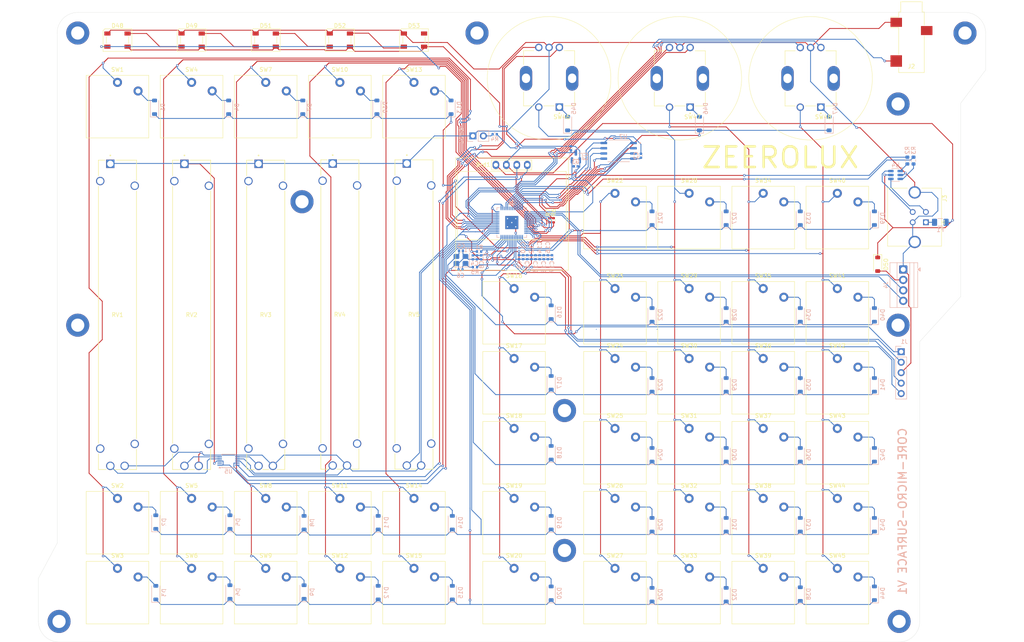
<source format=kicad_pcb>
(kicad_pcb (version 20241229) (generator "pcbnew") (generator_version "9.0")
  (layers (0 "F.Cu" signal) (2 "B.Cu" signal) (13 "F.Paste" user) (15 "B.Paste" user) (5 "F.SilkS" user "F.Silkscreen") (7 "B.SilkS" user "B.Silkscreen") (1 "F.Mask" user) (3 "B.Mask" user) (25 "Edge.Cuts" user))
  (net 0 "")
  (net 1 "GND")
  (net 2 "+5V")
  (net 3 "SDA")
  (net 4 "SCL")
  (net 5 "+3V3")
  (net 6 "+1V1")
  (net 7 "XTAL_IN")
  (net 8 "/XTAL_O")
  (net 9 "Net-(D1-A)")
  (net 10 "R2")
  (net 11 "Net-(D2-A)")
  (net 12 "R6")
  (net 13 "Net-(D3-A)")
  (net 14 "R7")
  (net 15 "Net-(D4-A)")
  (net 16 "Net-(D5-A)")
  (net 17 "Net-(D6-A)")
  (net 18 "Net-(D7-A)")
  (net 19 "Net-(D8-A)")
  (net 20 "Net-(D9-A)")
  (net 21 "Net-(D10-A)")
  (net 22 "Net-(D11-A)")
  (net 23 "Net-(D12-A)")
  (net 24 "Net-(D13-A)")
  (net 25 "Net-(D14-A)")
  (net 26 "Net-(D15-A)")
  (net 27 "R3")
  (net 28 "Net-(D16-A)")
  (net 29 "R4")
  (net 30 "Net-(D17-A)")
  (net 31 "Net-(D18-A)")
  (net 32 "R5")
  (net 33 "Net-(D19-A)")
  (net 34 "Net-(D20-A)")
  (net 35 "Net-(D21-A)")
  (net 36 "Net-(D22-A)")
  (net 37 "Net-(D23-A)")
  (net 38 "Net-(D24-A)")
  (net 39 "Net-(D25-A)")
  (net 40 "Net-(D26-A)")
  (net 41 "Net-(D27-A)")
  (net 42 "Net-(D28-A)")
  (net 43 "Net-(D29-A)")
  (net 44 "Net-(D30-A)")
  (net 45 "Net-(D31-A)")
  (net 46 "Net-(D32-A)")
  (net 47 "Net-(D33-A)")
  (net 48 "Net-(D34-A)")
  (net 49 "Net-(D35-A)")
  (net 50 "Net-(D36-A)")
  (net 51 "Net-(D37-A)")
  (net 52 "Net-(D38-A)")
  (net 53 "Net-(D39-A)")
  (net 54 "Net-(D40-A)")
  (net 55 "Net-(D41-A)")
  (net 56 "Net-(D42-A)")
  (net 57 "Net-(D43-A)")
  (net 58 "Net-(D44-A)")
  (net 59 "Net-(D45-A)")
  (net 60 "R1")
  (net 61 "Net-(D46-A)")
  (net 62 "Net-(D47-A)")
  (net 63 "LEDRGB")
  (net 64 "Net-(D48-DOUT)")
  (net 65 "Net-(D49-DOUT)")
  (net 66 "Net-(D51-DOUT)")
  (net 67 "VBUS")
  (net 68 "~{RESET}")
  (net 69 "SWD")
  (net 70 "SWCLK")
  (net 71 "AUX1")
  (net 72 "D_USB_P")
  (net 73 "D_USB_N")
  (net 74 "/D_+")
  (net 75 "D_P")
  (net 76 "/D_-")
  (net 77 "D_N")
  (net 78 "CS")
  (net 79 "/~{USB_BOOT}")
  (net 80 "XTAL_OUT")
  (net 81 "POT1")
  (net 82 "POT2")
  (net 83 "POT3")
  (net 84 "POT4")
  (net 85 "POT5")
  (net 86 "C1")
  (net 87 "C2")
  (net 88 "C3")
  (net 89 "C4")
  (net 90 "C5")
  (net 91 "C6")
  (net 92 "C7")
  (net 93 "C8")
  (net 94 "C9")
  (net 95 "C10")
  (net 96 "ENCB1")
  (net 97 "ENCA1")
  (net 98 "ENCB2")
  (net 99 "ENCA2")
  (net 100 "ENCB3")
  (net 101 "ENCA3")
  (net 103 "UARTRX")
  (net 104 "UARTTX")
  (net 105 "Net-(D50-A)")
  (net 106 "Net-(D52-DOUT)")
  (net 108 "SD3")
  (net 109 "SD0")
  (net 110 "SD2")
  (net 111 "QSPI_CLK")
  (net 112 "SD1")
  (net 113 "+3.3V")
  (footprint "LED_SMD:LED_SK6812_PLCC4_5.0x5.0mm_P3.2mm" (layer "F.Cu") (at 34.191 18.719)
    (property "Reference" "D48")
    (property "Value" "SK6812")
  )
  (footprint "LED_SMD:LED_SK6812_PLCC4_5.0x5.0mm_P3.2mm" (layer "F.Cu") (at 106.191 18.719)
    (property "Reference" "D53")
    (property "Value" "SK6812")
  )
  (footprint "" (layer "F.Cu") (at 223.75 88)
    (property "Reference" "")
    (property "Value" "")
  )
  (footprint "PCM_Switch_Keyboard_Kailh:SW_Kailh_Choc_V1_1.00u" (layer "F.Cu") (at 209 119)
    (property "Reference" "SW43")
    (property "Value" "SW_Push")
  )
  (footprint "PCM_Switch_Keyboard_Kailh:SW_Kailh_Choc_V1_1.00u" (layer "F.Cu") (at 130.5 119)
    (property "Reference" "SW18")
    (property "Value" "SW_Push")
  )
  (footprint "PCM_Switch_Keyboard_Kailh:SW_Kailh_Choc_V1_1.00u" (layer "F.Cu") (at 34.191 153)
    (property "Reference" "SW3")
    (property "Value" "SW_Push")
  )
  (footprint "PEC12R_4220F_S0024:XDCR_PEC12R-4220F-S0024" (layer "F.Cu") (at 139 28 180)
    (property "Reference" "SW46")
    (property "Value" "RotaryEncoder_Switch")
  )
  (footprint "PCM_Switch_Keyboard_Kailh:SW_Kailh_Choc_V1_1.00u" (layer "F.Cu") (at 52.191 34.8935)
    (property "Reference" "SW4")
    (property "Value" "SW_Push")
  )
  (footprint "MountingHole:MountingHole_3.2mm_M3_DIN965_Pad" (layer "F.Cu") (at 24.535534 17)
    (property "Reference" "REF**" (hide yes))
    (property "Value" "MountingHole_3.2mm_M3_DIN965_Pad")
  )
  (footprint "PCM_Switch_Keyboard_Kailh:SW_Kailh_Choc_V1_1.00u" (layer "F.Cu") (at 130.5 102)
    (property "Reference" "SW17")
    (property "Value" "SW_Push")
  )
  (footprint "PCM_Switch_Keyboard_Kailh:SW_Kailh_Choc_V1_1.00u" (layer "F.Cu") (at 209 102)
    (property "Reference" "SW42")
    (property "Value" "SW_Push")
  )
  (footprint "pta6043:POT_PTA6043" (layer "F.Cu") (at 68.4511 48.785)
    (property "Reference" "RV3")
    (property "Value" "R_Potentiometer")
  )
  (footprint "PCM_Switch_Keyboard_Kailh:SW_Kailh_Choc_V1_1.00u" (layer "F.Cu") (at 191 61.85)
    (property "Reference" "SW34")
    (property "Value" "SW_Push")
  )
  (footprint "PCM_Switch_Keyboard_Kailh:SW_Kailh_Choc_V1_1.00u" (layer "F.Cu") (at 106.191 34.8935)
    (property "Reference" "SW13")
    (property "Value" "SW_Push")
  )
  (footprint "PCM_Switch_Keyboard_Kailh:SW_Kailh_Choc_V1_1.00u" (layer "F.Cu") (at 191 136)
    (property "Reference" "SW38")
    (property "Value" "SW_Push")
  )
  (footprint "Resistor_SMD:R_0402_1005Metric" (layer "F.Cu") (at 139.1 62.5 -90)
    (property "Reference" "R7")
    (property "Value" "4.7k")
  )
  (footprint "" (layer "F.Cu") (at 223.75 34.25)
    (property "Reference" "")
    (property "Value" "")
  )
  (footprint "PEC12R_4220F_S0024:XDCR_PEC12R-4220F-S0024" (layer "F.Cu") (at 202.5 28.025 180)
    (property "Reference" "SW48")
    (property "Value" "RotaryEncoder_Switch")
  )
  (footprint "PCM_Switch_Keyboard_Kailh:SW_Kailh_Choc_V1_1.00u" (layer "F.Cu") (at 70.191 136)
    (property "Reference" "SW8")
    (property "Value" "SW_Push")
  )
  (footprint "Connector_Audio:Jack_3.5mm_CUI_SJ-3523-SMT_Horizontal" (layer "F.Cu") (at 227 18)
    (property "Reference" "J2")
    (property "Value" "AudioPlug2")
  )
  (footprint "LED_SMD:LED_SK6812_PLCC4_5.0x5.0mm_P3.2mm" (layer "F.Cu") (at 52.191 18.719)
    (property "Reference" "D49")
    (property "Value" "SK6812")
  )
  (footprint "PCM_Switch_Keyboard_Kailh:SW_Kailh_Choc_V1_1.00u" (layer "F.Cu") (at 70.191 153)
    (property "Reference" "SW9")
    (property "Value" "SW_Push")
  )
  (footprint "PEC12R_4220F_S0024:XDCR_PEC12R-4220F-S0024" (layer "F.Cu") (at 170.75 28.025 180)
    (property "Reference" "SW47")
    (property "Value" "RotaryEncoder_Switch")
  )
  (footprint "Resistor_SMD:R_0402_1005Metric" (layer "F.Cu") (at 140.1 62.5 -90)
    (property "Reference" "R6")
    (property "Value" "4.7k")
  )
  (footprint "PCM_Switch_Keyboard_Kailh:SW_Kailh_Choc_V1_1.00u" (layer "F.Cu") (at 173 102)
    (property "Reference" "SW30")
    (property "Value" "SW_Push")
  )
  (footprint "PCM_Switch_Keyboard_Kailh:SW_Kailh_Choc_V1_1.00u" (layer "F.Cu") (at 52.191 136)
    (property "Reference" "SW5")
    (property "Value" "SW_Push")
  )
  (footprint "pta6043:POT_PTA6043" (layer "F.Cu") (at 86.4511 48.7095)
    (property "Reference" "RV4")
    (property "Value" "R_Potentiometer")
  )
  (footprint "PCM_Switch_Keyboard_Kailh:SW_Kailh_Choc_V1_1.00u" (layer "F.Cu") (at 130.5 85)
    (property "Reference" "SW16")
    (property "Value" "SW_Push")
  )
  (footprint "" (layer "F.Cu") (at 142.75 142.75)
    (property "Reference" "")
    (property "Value" "")
  )
  (footprint "pta6043:POT_PTA6043" (layer "F.Cu") (at 50.4511 48.785)
    (property "Reference" "RV2")
    (property "Value" "R_Potentiometer")
  )
  (footprint "PCM_Switch_Keyboard_Kailh:SW_Kailh_Choc_V1_1.00u" (layer "F.Cu") (at 191 85)
    (property "Reference" "SW35")
    (property "Value" "SW_Push")
  )
  (footprint "PCM_Switch_Keyboard_Kailh:SW_Kailh_Choc_V1_1.00u" (layer "F.Cu") (at 209 153)
    (property "Reference" "SW45")
    (property "Value" "SW_Push")
  )
  (footprint "SSD1306:128x64OLED" (layer "F.Cu") (at 129.7 59.65)
    (property "Reference" "Brd1")
    (property "Value" "SSD1306")
  )
  (footprint "pta6043:POT_PTA6043" (layer "F.Cu") (at 104.4511 48.7095)
    (property "Reference" "RV5")
    (property "Value" "R_Potentiometer")
  )
  (footprint "PCM_Switch_Keyboard_Kailh:SW_Kailh_Choc_V1_1.00u" (layer "F.Cu") (at 209 61.85)
    (property "Reference" "SW40")
    (property "Value" "SW_Push")
  )
  (footprint "PCM_Switch_Keyboard_Kailh:SW_Kailh_Choc_V1_1.00u" (layer "F.Cu") (at 191 153)
    (property "Reference" "SW39")
    (property "Value" "SW_Push")
  )
  (footprint "PCM_Switch_Keyboard_Kailh:SW_Kailh_Choc_V1_1.00u" (layer "F.Cu") (at 34.191 136)
    (property "Reference" "SW2")
    (property "Value" "SW_Push")
  )
  (footprint "MountingHole:MountingHole_3.2mm_M3_DIN965_Pad" (layer "F.Cu") (at 24.535534 88)
    (property "Reference" "REF**" (hide yes))
    (property "Value" "MountingHole_3.2mm_M3_DIN965_Pad")
  )
  (footprint "PCM_Switch_Keyboard_Kailh:SW_Kailh_Choc_V1_1.00u" (layer "F.Cu") (at 173 119)
    (property "Reference" "SW31")
    (property "Value" "SW_Push")
  )
  (footprint "Connector_USB:USB_B_TE_5787834_Vertical" (layer "F.Cu") (at 230.5 63 -90)
    (property "Reference" "J3")
    (property "Value" "USB_B")
  )
  (footprint "PCM_Switch_Keyboard_Kailh:SW_Kailh_Choc_V1_1.00u" (layer "F.Cu") (at 155 85)
    (property "Reference" "SW23")
    (property "Value" "SW_Push")
  )
  (footprint "" (layer "F.Cu") (at 79 58)
    (property "Reference" "")
    (property "Value" "")
  )
  (footprint "PCM_Switch_Keyboard_Kailh:SW_Kailh_Choc_V1_1.00u" (layer "F.Cu") (at 88.191 136)
    (property "Reference" "SW11")
    (property "Value" "SW_Push")
  )
  (footprint "PCM_Switch_Keyboard_Kailh:SW_Kailh_Choc_V1_1.00u" (layer "F.Cu") (at 155 153)
    (property "Reference" "SW27")
    (property "Value" "SW_Push")
  )
  (footprint "PCM_Switch_Keyboard_Kailh:SW_Kailh_Choc_V1_1.00u" (layer "F.Cu") (at 155 102)
    (property "Reference" "SW24")
    (property "Value" "SW_Push")
  )
  (footprint "PCM_Switch_Keyboard_Kailh:SW_Kailh_Choc_V1_1.00u" (layer "F.Cu") (at 173 136)
    (property "Reference" "SW32")
    (property "Value" "SW_Push")
  )
  (footprint "PCM_Switch_Keyboard_Kailh:SW_Kailh_Choc_V1_1.00u" (layer "F.Cu") (at 191 119)
    (property "Reference" "SW37")
    (property "Value" "SW_Push")
  )
  (footprint "PCM_Switch_Keyboard_Kailh:SW_Kailh_Choc_V1_1.00u" (layer "F.Cu") (at 173 85)
    (property "Reference" "SW29")
    (property "Value" "SW_Push")
  )
  (footprint "PCM_Switch_Keyboard_Kailh:SW_Kailh_Choc_V1_1.00u" (layer "F.Cu") (at 155 119)
    (property "Reference" "SW25")
    (property "Value" "SW_Push")
  )
  (footprint "" (layer "F.Cu") (at 121.5 17)
    (property "Reference" "")
    (property "Value" "")
  )
  (footprint "PCM_Switch_Keyboard_Kailh:SW_Kailh_Choc_V1_1.00u" (layer "F.Cu") (at 155 61.85)
    (property "Reference" "SW22")
    (property "Value" "SW_Push")
  )
  (footprint "PCM_Switch_Keyboard_Kailh:SW_Kailh_Choc_V1_1.00u" (layer "F.Cu") (at 173 153)
    (property "Reference" "SW33")
    (property "Value" "SW_Push")
  )
  (footprint "PCM_Switch_Keyboard_Kailh:SW_Kailh_Choc_V1_1.00u" (layer "F.Cu") (at 88.191 153)
    (property "Reference" "SW12")
    (property "Value" "SW_Push")
  )
  (footprint "PCM_Switch_Keyboard_Kailh:SW_Kailh_Choc_V1_1.00u" (layer "F.Cu") (at 70.191 34.8935)
    (property "Reference" "SW7")
    (property "Value" "SW_Push")
  )
  (footprint "PCM_Switch_Keyboard_Kailh:SW_Kailh_Choc_V1_1.00u" (layer "F.Cu") (at 106.191 136)
    (property "Reference" "SW14")
    (property "Value" "SW_Push")
  )
  (footprint "PCM_Switch_Keyboard_Kailh:SW_Kailh_Choc_V1_1.00u" (layer "F.Cu") (at 88.191 34.8935)
    (property "Reference" "SW10")
    (property "Value" "SW_Push")
  )
  (footprint "PCM_Switch_Keyboard_Kailh:SW_Kailh_Choc_V1_1.00u" (layer "F.Cu") (at 173 61.85)
    (property "Reference" "SW28")
    (property "Value" "SW_Push")
  )
  (footprint "MountingHole:MountingHole_3.2mm_M3_DIN965_Pad" (layer "F.Cu") (at 224 160)
    (property "Reference" "REF**" (hide yes))
    (property "Value" "MountingHole_3.2mm_M3_DIN965_Pad")
  )
  (footprint "PCM_Switch_Keyboard_Kailh:SW_Kailh_Choc_V1_1.00u" (layer "F.Cu") (at 106.191 153)
    (property "Reference" "SW15")
    (property "Value" "SW_Push")
  )
  (footprint "MountingHole:MountingHole_3.2mm_M3_DIN965_Pad" (layer "F.Cu") (at 20 160)
    (property "Reference" "REF**" (hide yes))
    (property "Value" "MountingHole_3.2mm_M3_DIN965_Pad")
  )
  (footprint "PCM_Switch_Keyboard_Kailh:SW_Kailh_Choc_V1_1.00u" (layer "F.Cu") (at 52.191 153)
    (property "Reference" "SW6")
    (property "Value" "SW_Push")
  )
  (footprint "LED_SMD:LED_SK6812_PLCC4_5.0x5.0mm_P3.2mm" (layer "F.Cu") (at 88.191 18.719)
    (property "Reference" "D52")
    (property "Value" "SK6812")
  )
  (footprint "PCM_Switch_Keyboard_Kailh:SW_Kailh_Choc_V1_1.00u" (layer "F.Cu") (at 209 136)
    (property "Reference" "SW44")
    (property "Value" "SW_Push")
  )
  (footprint "Diode_SMD:D_SOD-123" (layer "F.Cu") (at 218.8 73.2 -90)
    (property "Reference" "D50")
    (property "Value" "1N4148W")
  )
  (footprint "LED_SMD:LED_SK6812_PLCC4_5.0x5.0mm_P3.2mm" (layer "F.Cu") (at 70.191 18.719)
    (property "Reference" "D51")
    (property "Value" "SK6812")
  )
  (footprint "pta6043:POT_PTA6043" (layer "F.Cu") (at 32.4511 48.785)
    (property "Reference" "RV1")
    (property "Value" "R_Potentiometer")
  )
  (footprint "MountingHole:MountingHole_3.2mm_M3_DIN965_Pad" (layer "F.Cu") (at 240 17)
    (property "Reference" "REF**" (hide yes))
    (property "Value" "MountingHole_3.2mm_M3_DIN965_Pad")
  )
  (footprint "PCM_Switch_Keyboard_Kailh:SW_Kailh_Choc_V1_1.00u" (layer "F.Cu") (at 209 85)
    (property "Reference" "SW41")
    (property "Value" "SW_Push")
  )
  (footprint "PCM_Switch_Keyboard_Kailh:SW_Kailh_Choc_V1_1.00u" (layer "F.Cu") (at 191 102)
    (property "Reference" "SW36")
    (property "Value" "SW_Push")
  )
  (footprint "PCM_Switch_Keyboard_Kailh:SW_Kailh_Choc_V1_1.00u" (layer "F.Cu") (at 155 136)
    (property "Reference" "SW26")
    (property "Value" "SW_Push")
  )
  (footprint "PCM_Switch_Keyboard_Kailh:SW_Kailh_Choc_V1_1.00u" (layer "F.Cu") (at 130.5 153)
    (property "Reference" "SW20")
    (property "Value" "SW_Push")
  )
  (footprint "PCM_Switch_Keyboard_Kailh:SW_Kailh_Choc_V1_1.00u" (layer "F.Cu") (at 34.191 34.8935)
    (property "Reference" "SW1")
    (property "Value" "SW_Push")
  )
  (footprint "PCM_Switch_Keyboard_Kailh:SW_Kailh_Choc_V1_1.00u" (layer "F.Cu") (at 130.5 136)
    (property "Reference" "SW19")
    (property "Value" "SW_Push")
  )
  (footprint "" (layer "F.Cu") (at 142.75 108.75)
    (property "Reference" "")
    (property "Value" "")
  )
  (footprint "Capacitor_SMD:C_0402_1005Metric" (layer "B.Cu") (at 133.7 71.48 -90)
    (property "Reference" "C11")
    (property "Value" "100nF")
  )
  (footprint "Diode_SMD:D_SOD-123" (layer "B.Cu") (at 164 102.5 90)
    (property "Reference" "D23")
    (property "Value" "1N4148W")
  )
  (footprint "Capacitor_SMD:C_0402_1005Metric" (layer "B.Cu") (at 144.3 45 -90)
    (property "Reference" "C1")
    (property "Value" "1uF")
  )
  (footprint "Resistor_SMD:R_0402_1005Metric" (layer "B.Cu") (at 121 73.9)
    (property "Reference" "R5")
    (property "Value" "1k")
  )
  (footprint "Capacitor_SMD:C_0402_1005Metric" (layer "B.Cu") (at 131.7 71.48 -90)
    (property "Reference" "C9")
    (property "Value" "10uF")
  )
  (footprint "Capacitor_SMD:C_0402_1005Metric" (layer "B.Cu") (at 134.7 71.48 -90)
    (property "Reference" "C12")
    (property "Value" "100nF")
  )
  (footprint "Diode_SMD:D_SOD-123" (layer "B.Cu") (at 143.5 39 90)
    (property "Reference" "D45")
    (property "Value" "1N4148W")
  )
  (footprint "Diode_SMD:D_SOD-123" (layer "B.Cu") (at 43.5 153 90)
    (property "Reference" "D3")
    (property "Value" "1N4148W")
  )
  (footprint "Resistor_SMD:R_0603_1608Metric" (layer "B.Cu") (at 227.5 48 90)
    (property "Reference" "R3")
    (property "Value" "27R")
  )
  (footprint "Diode_SMD:D_SOD-123" (layer "B.Cu") (at 182 85.5 90)
    (property "Reference" "D28")
    (property "Value" "1N4148W")
  )
  (footprint "Connector_PinSocket_2.54mm:PinSocket_1x02_P2.54mm_Vertical" (layer "B.Cu") (at 120.5 42 -90)
    (property "Reference" "SW21")
    (property "Value" "SW_Push")
  )
  (footprint "Capacitor_SMD:C_0402_1005Metric" (layer "B.Cu") (at 117.5 74.5)
    (property "Reference" "C6")
    (property "Value" "22pF")
  )
  (footprint "Capacitor_SMD:C_0402_1005Metric" (layer "B.Cu") (at 132.7 71.48 -90)
    (property "Reference" "C10")
    (property "Value" "1uF")
  )
  (footprint "Diode_SMD:D_SOD-123" (layer "B.Cu") (at 97.5 136 90)
    (property "Reference" "D11")
    (property "Value" "1N4148W")
  )
  (footprint "Diode_SMD:D_SOD-123" (layer "B.Cu") (at 164 136.5 90)
    (property "Reference" "D25")
    (property "Value" "1N4148W")
  )
  (footprint "Diode_SMD:D_SOD-123" (layer "B.Cu") (at 97.5 153 90)
    (property "Reference" "D12")
    (property "Value" "1N4148W")
  )
  (footprint "Capacitor_SMD:C_0402_1005Metric" (layer "B.Cu") (at 137.7 71.48 -90)
    (property "Reference" "C15")
    (property "Value" "100nF")
  )
  (footprint "Diode_SMD:D_SOD-123" (layer "B.Cu") (at 115.5 136 90)
    (property "Reference" "D14")
    (property "Value" "1N4148W")
  )
  (footprint "Diode_SMD:D_SOD-123" (layer "B.Cu") (at 175.5 39 90)
    (property "Reference" "D46")
    (property "Value" "1N4148W")
  )
  (footprint "Diode_SMD:D_SOD-123" (layer "B.Cu") (at 218 85.5 90)
    (property "Reference" "D40")
    (property "Value" "1N4148W")
  )
  (footprint "Capacitor_SMD:C_0402_1005Metric" (layer "B.Cu") (at 120.5 71.52 -90)
    (property "Reference" "C4")
    (property "Value" "1uF")
  )
  (footprint "Diode_SMD:D_SOD-123" (layer "B.Cu") (at 139.5 102 90)
    (property "Reference" "D17")
    (property "Value" "1N4148W")
  )
  (footprint "Diode_SMD:D_SOD-123" (layer "B.Cu") (at 218 153.15 90)
    (property "Reference" "D44")
    (property "Value" "1N4148W")
  )
  (footprint "Diode_SMD:D_SOD-123" (layer "B.Cu") (at 79.5 136 90)
    (property "Reference" "D8")
    (property "Value" "1N4148W")
  )
  (footprint "Diode_SMD:D_SOD-123" (layer "B.Cu") (at 200 102.5 90)
    (property "Reference" "D35")
    (property "Value" "1N4148W")
  )
  (footprint "Diode_SMD:D_SOD-123" (layer "B.Cu") (at 200 136.5 90)
    (property "Reference" "D37")
    (property "Value" "1N4148W")
  )
  (footprint "Diode_SMD:D_SOD-123" (layer "B.Cu") (at 164 153.5 90)
    (property "Reference" "D26")
    (property "Value" "1N4148W")
  )
  (footprint "Diode_SMD:D_SOD-123" (layer "B.Cu") (at 43.5 135.85 90)
    (property "Reference" "D2")
    (property "Value" "1N4148W")
  )
  (footprint "Diode_SMD:D_SOD-123" (layer "B.Cu") (at 79.5 152.85 90)
    (property "Reference" "D9")
    (property "Value" "1N4148W")
  )
  (footprint "Fuse:Fuse_1206_3216Metric" (layer "B.Cu") (at 234 63)
    (property "Reference" "F1")
    (property "Value" "500mA")
  )
  (footprint "Diode_SMD:D_SOD-123" (layer "B.Cu") (at 182 62 90)
    (property "Reference" "D27")
    (property "Value" "1N4148W")
  )
  (footprint "Capacitor_SMD:C_0402_1005Metric" (layer "B.Cu") (at 136.7 71.48 -90)
    (property "Reference" "C14")
    (property "Value" "100nF")
  )
  (footprint "Capacitor_SMD:C_0402_1005Metric" (layer "B.Cu") (at 145.48 49.4 180)
    (property "Reference" "C3")
    (property "Value" "1uF")
  )
  (footprint "Diode_SMD:D_SOD-123" (layer "B.Cu") (at 200 85.5 90)
    (property "Reference" "D34")
    (property "Value" "1N4148W")
  )
  (footprint "Capacitor_SMD:C_0402_1005Metric" (layer "B.Cu") (at 135.7 71.48 -90)
    (property "Reference" "C13")
    (property "Value" "100nF")
  )
  (footprint "Diode_SMD:D_SOD-123" (layer "B.Cu") (at 164 85.5 90)
    (property "Reference" "D22")
    (property "Value" "1N4148W")
  )
  (footprint "Diode_SMD:D_SOD-123" (layer "B.Cu") (at 43.191 35.0435 90)
    (property "Reference" "D1")
    (property "Value" "1N4148W")
  )
  (footprint "Diode_SMD:D_SOD-123" (layer "B.Cu") (at 218 119.5 90)
    (property "Reference" "D42")
    (property "Value" "1N4148W")
  )
  (footprint "Resistor_SMD:R_0402_1005Metric" (layer "B.Cu") (at 125.8 41.6)
    (property "Reference" "R4")
    (property "Value" "1k")
  )
  (footprint "Diode_SMD:D_SOD-123" (layer "B.Cu") (at 182 153.5 90)
    (property "Reference" "D32")
    (property "Value" "1N4148W")
  )
  (footprint "Capacitor_SMD:C_0402_1005Metric" (layer "B.Cu") (at 122.5 71.52 -90)
    (property "Reference" "C7")
    (property "Value" "100nF")
  )
  (footprint "Diode_SMD:D_SOD-123" (layer "B.Cu") (at 182 102.5 90)
    (property "Reference" "D29")
    (property "Value" "1N4148W")
  )
  (footprint "Diode_SMD:D_SOD-123" (layer "B.Cu") (at 139.5 119 90)
    (property "Reference" "D18")
    (property "Value" "1N4148W")
  )
  (footprint "Diode_SMD:D_SOD-123" (layer "B.Cu") (at 200 153.35 90)
    (property "Reference" "D38")
    (property "Value" "1N4148W")
  )
  (footprint "Diode_SMD:D_SOD-123" (layer "B.Cu") (at 200 62 90)
    (property "Reference" "D33")
    (property "Value" "1N4148W")
  )
  (footprint "Diode_SMD:D_SOD-123" (layer "B.Cu") (at 218 136.5 90)
    (property "Reference" "D43")
    (property "Value" "1N4148W")
  )
  (footprint "Diode_SMD:D_SOD-123" (layer "B.Cu") (at 61.191 35.0435 90)
    (property "Reference" "D4")
    (property "Value" "1N4148W")
  )
  (footprint "Diode_SMD:D_SOD-123" (layer "B.Cu") (at 218 102.5 90)
    (property "Reference" "D41")
    (property "Value" "1N4148W")
  )
  (footprint "Capacitor_SMD:C_0402_1005Metric" (layer "B.Cu") (at 139.7 71.48 -90)
    (property "Reference" "C17")
    (property "Value" "100nF")
  )
  (footprint "Diode_SMD:D_SOD-123" (layer "B.Cu") (at 79.191 35.0435 90)
    (property "Reference" "D7")
    (property "Value" "1N4148W")
  )
  (footprint "Resistor_SMD:R_0402_1005Metric" (layer "B.Cu") (at 122 70.1)
    (property "Reference" "R1")
    (property "Value" "1k")
  )
  (footprint "Resistor_SMD:R_0603_1608Metric" (layer "B.Cu") (at 226 48 90)
    (property "Reference" "R2")
    (property "Value" "27R")
  )
  (footprint "Diode_SMD:D_SOD-123" (layer "B.Cu") (at 164 62 90)
    (property "Reference" "D21")
    (property "Value" "1N4148W")
  )
  (footprint "Capacitor_SMD:C_0402_1005Metric" (layer "B.Cu") (at 117.6 69.9 180)
    (property "Reference" "C5")
    (property "Value" "22pF")
  )
  (footprint "W25Q128JVSIM:SOIC127P790X216-8N" (layer "B.Cu") (at 155.895 45.635 180)
    (property "Reference" "U2")
    (property "Value" "W25Q128JVS")
  )
  (footprint "Diode_SMD:D_SOD-123" (layer "B.Cu") (at 218 62 90)
    (property "Reference" "D39")
    (property "Value" "1N4148W")
  )
  (footprint "Diode_SMD:D_SOD-123" (layer "B.Cu") (at 182 119.5 90)
    (property "Reference" "D30")
    (property "Value" "1N4148W")
  )
  (footprint "Capacitor_SMD:C_0402_1005Metric" (layer "B.Cu") (at 138.7 71.48 -90)
    (property "Reference" "C16")
    (property "Value" "100nF")
  )
  (footprint "Connector_PinSocket_2.54mm:PinSocket_1x05_P2.54mm_Vertical" (layer "B.Cu") (at 224.5 94.46 180)
    (property "Reference" "J1")
    (property "Value" "SWD")
  )
  (footprint "Diode_SMD:D_SOD-123" (layer "B.Cu") (at 139.5 153.15 90)
    (property "Reference" "D20")
    (property "Value" "1N4148W")
  )
  (footprint "Capacitor_SMD:C_0402_1005Metric" (layer "B.Cu") (at 161.3 46.82 -90)
    (property "Reference" "C2")
    (property "Value" "100nF")
  )
  (footprint "Capacitor_SMD:C_0402_1005Metric" (layer "B.Cu") (at 121.5 71.52 -90)
    (property "Reference" "C8")
    (property "Value" "100nF")
  )
  (footprint "Crystal:Crystal_SMD_3225-4Pin_3.2x2.5mm" (layer "B.Cu") (at 117.6 72.15 180)
    (property "Reference" "Y1")
    (property "Value" "12MHz")
  )
  (footprint "Diode_SMD:D_SOD-123" (layer "B.Cu") (at 200 119.5 90)
    (property "Reference" "D36")
    (property "Value" "1N4148W")
  )
  (footprint "Diode_SMD:D_SOD-123" (layer "B.Cu") (at 61.5 135.85 90)
    (property "Reference" "D5")
    (property "Value" "1N4148W")
  )
  (footprint "Diode_SMD:D_SOD-123" (layer "B.Cu") (at 115.5 153 90)
    (property "Reference" "D15")
    (property "Value" "1N4148W")
  )
  (footprint "Diode_SMD:D_SOD-123" (layer "B.Cu") (at 207 39 90)
    (property "Reference" "D47")
    (property "Value" "1N4148W")
  )
  (footprint "Diode_SMD:D_SOD-123" (layer "B.Cu") (at 61.5 152.85 90)
    (property "Reference" "D6")
    (property "Value" "1N4148W")
  )
  (footprint "Diode_SMD:D_SOD-123" (layer "B.Cu") (at 164 119.5 90)
    (property "Reference" "D24")
    (property "Value" "1N4148W")
  )
  (footprint "Package_TO_SOT_SMD:SOT-23-6" (layer "B.Cu") (at 223.1375 51.5 180)
    (property "Reference" "U4")
    (property "Value" "USBLC6-2SC6")
  )
  (footprint "Diode_SMD:D_SOD-123" (layer "B.Cu") (at 139.5 136 90)
    (property "Reference" "D19")
    (property "Value" "1N4148W")
  )
  (footprint "Package_SO:TSSOP-10_3x3mm_P0.5mm" (layer "B.Cu") (at 61.15 121)
    (property "Reference" "U5")
    (property "Value" "ADS1115IDGS")
  )
  (footprint "Diode_SMD:D_SOD-123" (layer "B.Cu") (at 139.5 84.85 90)
    (property "Reference" "D16")
    (property "Value" "1N4148W")
  )
  (footprint "Package_DFN_QFN:QFN-56-1EP_7x7mm_P0.4mm_EP3.2x3.2mm" (layer "B.Cu") (at 129.9375 63.0625 180)
    (property "Reference" "U1")
    (property "Value" "RP2040")
  )
  (footprint "Package_TO_SOT_SMD:SOT-23" (layer "B.Cu") (at 145.5 47 90)
    (property "Reference" "U3")
    (property "Value" "XC6206PxxxMR-Regulator_Linear")
  )
  (footprint "TerminalBlock:TerminalBlock_Xinya_XY308-2.54-4P_1x04_P2.54mm_Horizontal" (layer "B.Cu") (at 225 74.46 -90)
    (property "Reference" "J4")
    (property "Value" "Screw_Terminal_01x04")
  )
  (footprint "Diode_SMD:D_SOD-123" (layer "B.Cu") (at 182 136.5 90)
    (property "Reference" "D31")
    (property "Value" "1N4148W")
  )
  (footprint "Diode_SMD:D_SOD-123" (layer "B.Cu") (at 115.191 35.0435 90)
    (property "Reference" "D13")
    (property "Value" "1N4148W")
  )
  (footprint "Diode_SMD:D_SOD-123" (layer "B.Cu") (at 97.191 35.0435 90)
    (property "Reference" "D10")
    (property "Value" "1N4148W")
  )
  (gr_rect (start 128.5 61.6) (end 131.4 64.5) (stroke (width 0.2)) (fill yes) (layer "F.Cu") (net 1))
  (gr_circle (center 139 28) (end 154 28) (stroke (width 0.1)) (fill no) (layer "F.SilkS"))
  (gr_circle (center 170.75 28) (end 185.75 28) (stroke (width 0.1)) (fill no) (layer "F.SilkS"))
  (gr_circle (center 202.5 28) (end 217.5 28) (stroke (width 0.1)) (fill no) (layer "F.SilkS"))
  (gr_line (start 19.535534 141) (end 19.535534 17) (stroke (width 0.05)) (layer "Edge.Cuts"))
  (gr_line (start 224 165) (end 20 165) (stroke (width 0.05)) (layer "Edge.Cuts"))
  (gr_arc (start 20 165) (mid 16.464466 163.535534) (end 15 160) (stroke (width 0.05)) (layer "Edge.Cuts"))
  (gr_line (start 245 17) (end 245 26) (stroke (width 0.05)) (layer "Edge.Cuts"))
  (gr_arc (start 240 12) (mid 243.535534 13.464466) (end 245 17) (stroke (width 0.05)) (layer "Edge.Cuts"))
  (gr_arc (start 229 160) (mid 227.535534 163.535534) (end 224 165) (stroke (width 0.05)) (layer "Edge.Cuts"))
  (gr_line (start 239 81) (end 239 34) (stroke (width 0.05)) (layer "Edge.Cuts"))
  (gr_line (start 229 92) (end 239 81) (stroke (width 0.05)) (layer "Edge.Cuts"))
  (gr_line (start 15 149.5) (end 15 160) (stroke (width 0.05)) (layer "Edge.Cuts"))
  (gr_line (start 239 34) (end 245 26) (stroke (width 0.05)) (layer "Edge.Cuts"))
  (gr_line (start 24.535534 12) (end 240 12) (stroke (width 0.05)) (layer "Edge.Cuts"))
  (gr_line (start 229 160) (end 229 92) (stroke (width 0.05)) (layer "Edge.Cuts"))
  (gr_line (start 19.535534 141) (end 15 149.5) (stroke (width 0.05)) (layer "Edge.Cuts"))
  (gr_arc (start 19.535534 17) (mid 21 13.464466) (end 24.535534 12) (stroke (width 0.05)) (layer "Edge.Cuts"))
  (gr_text "ZEEROLUX" (at 175.7 50.2 0) (layer "F.SilkS") (effects (font (size 5 5) (thickness 0.625)) (justify left bottom)))
  (gr_text "CORE-MICRO-SURFACE V1\n" (at 226 112.8 90) (layer "B.SilkS") (effects (font (size 2 2) (thickness 0.3) (bold yes)) (justify left bottom mirror)))
  (segment (start 214.5 40) (end 213.7 40) (width 0.2) (layer "F.Cu") (net 1))
  (segment (start 115.2 74.7) (end 115 74.5) (width 0.2) (layer "F.Cu") (net 1))
  (segment (start 226.301 75.761) (end 226.301 83.301) (width 0.2) (layer "F.Cu") (net 1))
  (segment (start 219.1 15.9) (end 220.6 14.4) (width 0.2) (layer "F.Cu") (net 1))
  (segment (start 213.7 40) (end 213.6 40) (width 0.2) (layer "F.Cu") (net 1))
  (segment (start 49.741 17.119) (end 50.542 16.318) (width 0.2) (layer "F.Cu") (net 1))
  (segment (start 103.741 17.119) (end 105.921 19.299) (width 0.2) (layer "F.Cu") (net 1))
  (segment (start 130.9 64.1) (end 130.9 65.6) (width 0.2) (layer "F.Cu") (net 1))
  (segment (start 225 74.46) (end 226.301 75.761) (width 0.2) (layer "F.Cu") (net 1))
  (segment (start 120.75 25.75) (end 126.8829 25.75) (width 0.2) (layer "F.Cu") (net 1))
  (segment (start 145.5 50.5) (end 144.599 51.401) (width 0.2) (layer "F.Cu") (net 1))
  (segment (start 220.6 14.4) (end 223.3 14.4) (width 0.2) (layer "F.Cu") (net 1))
  (segment (start 226.301 83.301) (end 226.851 83.851) (width 0.2) (layer "F.Cu") (net 1))
  (segment (start 225.5 51) (end 214.5 40) (width 0.2) (layer "F.Cu") (net 1))
  (segment (start 169.525 19.3) (end 170.75 20.525) (width 0.2) (layer "F.Cu") (net 1))
  (segment (start 50.542 16.318) (end 66.94 16.318) (width 0.2) (layer "F.Cu") (net 1))
  (segment (start 32.542 16.318) (end 48.94 16.318) (width 0.2) (layer "F.Cu") (net 1))
  (segment (start 140.2 19.3) (end 139 20.5) (width 0.2) (layer "F.Cu") (net 1))
  (segment (start 67.741 17.119) (end 68.542 16.318) (width 0.2) (layer "F.Cu") (net 1))
  (segment (start 140.2 19.3) (end 169.525 19.3) (width 0.2) (layer "F.Cu") (net 1))
  (segment (start 171.951 19.324) (end 201.299 19.324) (width 0.2) (layer "F.Cu") (net 1))
  (segment (start 202.5 20.525) (end 207.125 15.9) (width 0.2) (layer "F.Cu") (net 1))
  (segment (start 128.5 74.5) (end 128.3 74.7) (width 0.2) (layer "F.Cu") (net 1))
  (segment (start 133.3339 19.299) (end 137.799 19.299) (width 0.2) (layer "F.Cu") (net 1))
  (segment (start 145.15 52.1) (end 145.5 51.75) (width 0.2) (layer "F.Cu") (net 1))
  (segment (start 84.94 16.318) (end 85.741 17.119) (width 0.2) (layer "F.Cu") (net 1))
  (segment (start 57.7 121.6) (end 57.7 52.3) (width 0.2) (layer "F.Cu") (net 1))
  (segment (start 112.75 19.299) (end 114.299 19.299) (width 0.2) (layer "F.Cu") (net 1))
  (segment (start 128.431 51.401) (end 126.08 49.05) (width 0.2) (layer "F.Cu") (net 1))
  (segment (start 170.75 20.525) (end 171.951 19.324) (width 0.2) (layer "F.Cu") (net 1))
  (segment (start 31.741 17.119) (end 32.542 16.318) (width 0.2) (layer "F.Cu") (net 1))
  (segment (start 137.799 19.299) (end 139 20.5) (width 0.2) (layer "F.Cu") (net 1))
  (segment (start 128.3 74.7) (end 115.2 74.7) (width 0.2) (layer "F.Cu") (net 1))
  (segment (start 226.851 97.189) (end 224.5 99.54) (width 0.2) (layer "F.Cu") (net 1))
  (segment (start 201.299 19.324) (end 202.5 20.525) (width 0.2) (layer "F.Cu") (net 1))
  (segment (start 66.94 16.318) (end 67.741 17.119) (width 0.2) (layer "F.Cu") (net 1))
  (segment (start 144.599 51.401) (end 128.431 51.401) (width 0.2) (layer "F.Cu") (net 1))
  (segment (start 114.299 19.299) (end 120.75 25.75) (width 0.2) (layer "F.Cu") (net 1))
  (segment (start 225.5 51) (end 227.79 53.29) (width 0.2) (layer "F.Cu") (net 1))
  (segment (start 113.9 75.6) (end 115 74.5) (width 0.2) (layer "F.Cu") (net 1))
  (segment (start 48.94 16.318) (end 49.741 17.119) (width 0.2) (layer "F.Cu") (net 1))
  (segment (start 227.79 53.29) (end 227.79 55.73) (width 0.2) (layer "F.Cu") (net 1))
  (segment (start 57.7 52.3) (end 54.185 48.785) (width 0.2) (layer "F.Cu") (net 1))
  (segment (start 145.5 51.75) (end 145.5 50.5) (width 0.2) (layer "F.Cu") (net 1))
  (segment (start 105.921 19.299) (end 112.75 19.299) (width 0.2) (layer "F.Cu") (net 1))
  (segment (start 126.8829 25.75) (end 133.3339 19.299) (width 0.2) (layer "F.Cu") (net 1))
  (segment (start 207.125 15.9) (end 219.1 15.9) (width 0.2) (layer "F.Cu") (net 1))
  (segment (start 54.185 48.785) (end 50.4511 48.785) (width 0.2) (layer "F.Cu") (net 1))
  (segment (start 86.542 16.318) (end 102.94 16.318) (width 0.2) (layer "F.Cu") (net 1))
  (segment (start 226.851 83.851) (end 226.851 97.189) (width 0.2) (layer "F.Cu") (net 1))
  (segment (start 85.741 17.119) (end 86.542 16.318) (width 0.2) (layer "F.Cu") (net 1))
  (segment (start 102.94 16.318) (end 103.741 17.119) (width 0.2) (layer "F.Cu") (net 1))
  (segment (start 68.542 16.318) (end 84.94 16.318) (width 0.2) (layer "F.Cu") (net 1))
  (segment (start 113.9 122.8) (end 113.9 75.6) (width 0.2) (layer "F.Cu") (net 1))
  (via (at 129.9375 63.0625) (size 0.6) (drill 0.3) (layers "F.Cu" "B.Cu") (net 1))
  (via (at 57.7 121.6) (size 0.6) (drill 0.3) (layers "F.Cu" "B.Cu") (net 1))
  (via (at 130.9 65.6) (size 0.6) (drill 0.3) (layers "F.Cu" "B.Cu") (net 1))
  (via (at 130.9 62.1) (size 0.6) (drill 0.3) (layers "F.Cu" "B.Cu") (net 1))
  (via (at 128.9 62.1) (size 0.6) (drill 0.3) (layers "F.Cu" "B.Cu") (net 1))
  (via (at 115 74.5) (size 0.6) (drill 0.3) (layers "F.Cu" "B.Cu") (net 1))
  (via (at 213.7 40) (size 0.6) (drill 0.3) (layers "F.Cu" "B.Cu") (net 1))
  (via (at 145.15 52.1) (size 0.6) (drill 0.3) (layers "F.Cu" "B.Cu") (net 1))
  (via (at 130.9 64.1) (size 0.6) (drill 0.3) (layers "F.Cu" "B.Cu") (net 1))
  (via (at 225.5 51) (size 0.6) (drill 0.3) (layers "F.Cu" "B.Cu") (net 1))
  (via (at 128.5 74.5) (size 0.6) (drill 0.3) (layers "F.Cu" "B.Cu") (net 1))
  (via (at 113.9 122.8) (size 0.6) (drill 0.3) (layers "F.Cu" "B.Cu") (net 1))
  (via (at 128.9 64.1) (size 0.6) (drill 0.3) (layers "F.Cu" "B.Cu") (net 1))
  (via (at 145.5 50.5) (size 0.6) (drill 0.3) (layers "F.Cu" "B.Cu") (net 1))
  (segment (start 202.5 28.8) (end 202.5 20.525) (width 0.2) (layer "B.Cu") (net 1))
  (segment (start 121.651 40.849) (end 128.829 40.849) (width 0.2) (layer "B.Cu") (net 1))
  (segment (start 225 51.5) (end 225.5 51) (width 0.2) (layer "B.Cu") (net 1))
  (segment (start 227.3 63) (end 227.3 67.28) (width 0.2) (layer "B.Cu") (net 1))
  (segment (start 227.3 63) (end 228.799 61.501) (width 0.2) (layer "B.Cu") (net 1))
  (segment (start 152.7013 51.5) (end 156.6613 47.54) (width 0.2) (layer "B.Cu") (net 1))
  (segment (start 232.099 61.501) (end 233.4 60.2) (width 0.2) (layer "B.Cu") (net 1))
  (segment (start 104.4511 48.7095) (end 86.4511 48.7095) (width 0.2) (layer "B.Cu") (net 1))
  (segment (start 131.04 71.96) (end 130.9375 72.0625) (width 0.2) (layer "B.Cu") (net 1))
  (segment (start 32.5266 48.7095) (end 32.4511 48.785) (width 0.2) (layer "B.Cu") (net 1))
  (segment (start 130.9375 66.5) (end 130.9375 65.6375) (width 0.2) (layer "B.Cu") (net 1))
  (segment (start 145.96 49.4) (end 146.3 49.4) (width 0.2) (layer "B.Cu") (net 1))
  (segment (start 120.5 42) (end 121.651 40.849) (width 0.2) (layer "B.Cu") (net 1))
  (segment (start 120.5 72) (end 119.4 72) (width 0.2) (layer "B.Cu") (net 1))
  (segment (start 224.275 51.5) (end 225 51.5) (width 0.2) (layer "B.Cu") (net 1))
  (segment (start 58.3 121) (end 57.7 121.6) (width 0.2) (layer "B.Cu") (net 1))
  (segment (start 131.7 71.96) (end 139.7 71.96) (width 0.2) (layer "B.Cu") (net 1))
  (segment (start 146.45 45.633032) (end 145.336968 44.52) (width 0.2) (layer "B.Cu") (net 1))
  (segment (start 116.5 73) (end 115 74.5) (width 0.2) (layer "B.Cu") (net 1))
  (segment (start 146.24853 52.1) (end 146.84853 51.5) (width 0.2) (layer "B.Cu") (net 1))
  (segment (start 161.06 47.54) (end 161.3 47.3) (width 0.2) (layer "B.Cu") (net 1))
  (segment (start 59.777 122) (end 59 122) (width 0.2) (layer "B.Cu") (net 1))
  (segment (start 146.3 49.4) (end 146.45 49.55) (width 0.2) (layer "B.Cu") (net 1))
  (segment (start 122.5 72) (end 121.5 72) (width 0.2) (layer "B.Cu") (net 1))
  (segment (start 59 121) (end 58.3 121) (width 0.2) (layer "B.Cu") (net 1))
  (segment (start 139 30.678) (end 128.829 40.849) (width 0.2) (layer "B.Cu") (net 1))
  (segment (start 59.851 121.926) (end 59.777 122) (width 0.2) (layer "B.Cu") (net 1))
  (segment (start 65.899 126.499) (end 61.4 122) (width 0.2) (layer "B.Cu") (net 1))
  (segment (start 119.4 72) (end 118.7 71.3) (width 0.2) (layer "B.Cu") (net 1))
  (segment (start 130.9375 65.6375) (end 130.9 65.6) (width 0.2) (layer "B.Cu") (net 1))
  (segment (start 121.5 72) (end 120.5 72) (width 0.2) (layer "B.Cu") (net 1))
  (segment (start 109.501 126.499) (end 65.899 126.499) (width 0.2) (layer "B.Cu") (net 1))
  (segment (start 118.7 71.3) (end 117 73) (width 0.2) (layer "B.Cu") (net 1))
  (segment (start 139 20.5) (end 139 30.678) (width 0.2) (layer "B.Cu") (net 1))
  (segment (start 145.15 52.1) (end 146.24853 52.1) (width 0.2) (layer "B.Cu") (net 1))
  (segment (start 225 74.46) (end 225 70.56) (width 0.2) (layer "B.Cu") (net 1))
  (segment (start 228.799 61.501) (end 232.099 61.501) (width 0.2) (layer "B.Cu") (net 1))
  (segment (start 120.5 42) (end 111.1606 42) (width 0.2) (layer "B.Cu") (net 1))
  (segment (start 130.9375 72.0625) (end 130.9375 66.5) (width 0.2) (layer "B.Cu") (net 1))
  (segment (start 118.08 69.9) (end 118.08 70.68) (width 0.2) (layer "B.Cu") (net 1))
  (segment (start 146.45 47.9375) (end 146.45 45.633032) (width 0.2) (layer "B.Cu") (net 1))
  (segment (start 231.93 55.73) (end 227.79 55.73) (width 0.2) (layer "B.Cu") (net 1))
  (segment (start 113.2 122.8) (end 109.501 126.499) (width 0.2) (layer "B.Cu") (net 1))
  (segment (start 117.02 74.5) (end 117.02 73.52) (width 0.2) (layer "B.Cu") (net 1))
  (segment (start 118.08 70.68) (end 118.7 71.3) (width 0.2) (layer "B.Cu") (net 1))
  (segment (start 146.84853 51.5) (end 152.7013 51.5) (width 0.2) (layer "B.Cu") (net 1))
  (segment (start 145.336968 44.52) (end 132.5 44.52) (width 0.2) (layer "B.Cu") (net 1))
  (segment (start 59.777 121) (end 59.851 121.074) (width 0.2) (layer "B.Cu") (net 1))
  (segment (start 131.7 71.96) (end 131.04 71.96) (width 0.2) (layer "B.Cu") (net 1))
  (segment (start 117.02 73.52) (end 116.5 73) (width 0.2) (layer "B.Cu") (net 1))
  (segment (start 128.5 74.5) (end 130.9375 72.0625) (width 0.2) (layer "B.Cu") (net 1))
  (segment (start 156.6613 47.54) (end 159.5 47.54) (width 0.2) (layer "B.Cu") (net 1))
  (segment (start 86.4511 48.7095) (end 32.5266 48.7095) (width 0.2) (layer "B.Cu") (net 1))
  (segment (start 59.851 121.074) (end 59.851 121.926) (width 0.2) (layer "B.Cu") (net 1))
  (segment (start 146.45 49.55) (end 145.5 50.5) (width 0.2) (layer "B.Cu") (net 1))
  (segment (start 233.4 60.2) (end 233.4 57.2) (width 0.2) (layer "B.Cu") (net 1))
  (segment (start 233.4 57.2) (end 231.93 55.73) (width 0.2) (layer "B.Cu") (net 1))
  (segment (start 111.1606 42) (end 104.4511 48.7095) (width 0.2) (layer "B.Cu") (net 1))
  (segment (start 159.5 47.54) (end 161.06 47.54) (width 0.2) (layer "B.Cu") (net 1))
  (segment (start 146.45 47.9375) (end 146.45 49.55) (width 0.2) (layer "B.Cu") (net 1))
  (segment (start 227.3 67.28) (end 227.79 67.77) (width 0.2) (layer "B.Cu") (net 1))
  (segment (start 225 70.56) (end 227.79 67.77) (width 0.2) (layer "B.Cu") (net 1))
  (segment (start 59 121) (end 59.777 121) (width 0.2) (layer "B.Cu") (net 1))
  (segment (start 113.9 122.8) (end 113.2 122.8) (width 0.2) (layer "B.Cu") (net 1))
  (segment (start 61.4 122) (end 59 122) (width 0.2) (layer "B.Cu") (net 1))
  (segment (start 213.7 40) (end 202.5 28.8) (width 0.2) (layer "B.Cu") (net 1))
  (segment (start 128.829 40.849) (end 132.5 44.52) (width 0.2) (layer "B.Cu") (net 1))
  (segment (start 117 73) (end 116.5 73) (width 0.2) (layer "B.Cu") (net 1))
  (segment (start 53.84 21.12) (end 54.641 20.319) (width 0.2) (layer "F.Cu") (net 2))
  (segment (start 152 39) (end 140 51) (width 0.2) (layer "F.Cu") (net 2))
  (segment (start 127 34) (end 127 39.7) (width 0.2) (layer "F.Cu") (net 2))
  (segment (start 128.7 41.6) (end 128.7 39.7) (width 0.2) (layer "F.Cu") (net 2))
  (segment (start 222.5 64.3) (end 218.8 68) (width 0.2) (layer "F.Cu") (net 2))
  (segment (start 113.319 20.319) (end 127 34) (width 0.2) (layer "F.Cu") (net 2))
  (segment (start 220.5 51.5) (end 220.5 62.3) (width 0.2) (layer "F.Cu") (net 2))
  (segment (start 108.641 20.319) (end 113.319 20.319) (width 0.2) (layer "F.Cu") (net 2))
  (segment (start 140 51) (end 130.57 51) (width 0.2) (layer "F.Cu") (net 2))
  (segment (start 91.842 21.4445) (end 107.84 21.4445) (width 0.2) (layer "F.Cu") (net 2))
  (segment (start 84.6 21.2) (end 89.6845 21.2) (width 0.2) (layer "F.Cu") (net 2))
  (segment (start 130.57 51) (end 128.62 49.05) (width 0.2) (layer "F.Cu") (net 2))
  (segment (start 218.8 68) (end 218.8 71.55) (width 0.2) (layer "F.Cu") (net 2))
  (segment (start 36.641 20.319) (end 37.442 21.12) (width 0.2) (layer "F.Cu") (net 2))
  (segment (start 72.641 20.319) (end 73.3655 21.0435) (width 0.2) (layer "F.Cu") (net 2))
  (segment (start 37.442 21.12) (end 53.84 21.12) (width 0.2) (layer "F.Cu") (net 2))
  (segment (start 107.84 21.4445) (end 108.641 20.6435) (width 0.2) (layer "F.Cu") (net 2))
  (segment (start 235.2 64.3) (end 222.5 64.3) (width 0.2) (layer "F.Cu") (net 2))
  (segment (start 90.641 20.2435) (end 91.842 21.4445) (width 0.2) (layer "F.Cu") (net 2))
  (segment (start 237 44) (end 232 39) (width 0.2) (layer "F.Cu") (net 2))
  (segment (start 220.5 62.3) (end 222.5 64.3) (width 0.2) (layer "F.Cu") (net 2))
  (segment (start 55.442 21.12) (end 71.84 21.12) (width 0.2) (layer "F.Cu") (net 2))
  (segment (start 84.4435 21.0435) (end 84.6 21.2) (width 0.2) (layer "F.Cu") (net 2))
  (segment (start 54.641 20.319) (end 55.442 21.12) (width 0.2) (layer "F.Cu") (net 2))
  (segment (start 73.3655 21.0435) (end 84.4435 21.0435) (width 0.2) (layer "F.Cu") (net 2))
  (segment (start 89.6845 21.2) (end 90.641 20.2435) (width 0.2) (layer "F.Cu") (net 2))
  (segment (start 237 62.5) (end 235.2 64.3) (width 0.2) (layer "F.Cu") (net 2))
  (segment (start 131.05 43.95) (end 128.7 41.6) (width 0.2) (layer "F.Cu") (net 2))
  (segment (start 237 62.5) (end 237 44) (width 0.2) (layer "F.Cu") (net 2))
  (segment (start 232 39) (end 152 39) (width 0.2) (layer "F.Cu") (net 2))
  (segment (start 71.84 21.12) (end 72.641 20.319) (width 0.2) (layer "F.Cu") (net 2))
  (via (at 237 62.5) (size 0.6) (drill 0.3) (layers "F.Cu" "B.Cu") (net 2))
  (via (at 128.7 39.7) (size 0.6) (drill 0.3) (layers "F.Cu" "B.Cu") (net 2))
  (via (at 127 39.7) (size 0.6) (drill 0.3) (layers "F.Cu" "B.Cu") (net 2))
  (via (at 220.5 51.5) (size 0.6) (drill 0.3) (layers "F.Cu" "B.Cu") (net 2))
  (via (at 131.05 43.95) (size 0.6) (drill 0.3) (layers "F.Cu" "B.Cu") (net 2))
  (segment (start 236.5 63) (end 237 62.5) (width 0.2) (layer "B.Cu") (net 2))
  (segment (start 132.021 44.921) (end 128.62 48.322) (width 0.2) (layer "B.Cu") (net 2))
  (segment (start 145.5 46.0625) (end 144.3 46.0625) (width 0.2) (layer "B.Cu") (net 2))
  (segment (start 132.021 44.921) (end 132.749 44.921) (width 0.2) (layer "B.Cu") (net 2))
  (segment (start 131.05 43.95) (end 132.021 44.921) (width 0.2) (layer "B.Cu") (net 2))
  (segment (start 128.62 48.322) (end 128.62 49.05) (width 0.2) (layer "B.Cu") (net 2))
  (segment (start 140.521 44.921) (end 132.749 44.921) (width 0.2) (layer "B.Cu") (net 2))
  (segment (start 221 51.5) (end 220.5 51.5) (width 0.2) (layer "B.Cu") (net 2))
  (segment (start 144.3 46.0625) (end 141.6625 46.0625) (width 0.2) (layer "B.Cu") (net 2))
  (segment (start 144.3 45.48) (end 144.3 46.0625) (width 0.2) (layer "B.Cu") (net 2))
  (segment (start 141.6625 46.0625) (end 140.521 44.921) (width 0.2) (layer "B.Cu") (net 2))
  (segment (start 235.4 63) (end 236.5 63) (width 0.2) (layer "B.Cu") (net 2))
  (segment (start 127 39.7) (end 128.7 39.7) (width 0.2) (layer "B.Cu") (net 2))
  (segment (start 222 51.5) (end 221 51.5) (width 0.2) (layer "B.Cu") (net 2))
  (segment (start 138.439051 63.362057) (end 138.092338 63.70877) (width 0.2) (layer "F.Cu") (net 3))
  (segment (start 138.689 62.599) (end 139.1 63.01) (width 0.2) (layer "F.Cu") (net 3))
  (segment (start 113.2 58.344451) (end 113.2 122.2) (width 0.2) (layer "F.Cu") (net 3))
  (segment (start 132.3 52.001) (end 132.3 52.9) (width 0.2) (layer "F.Cu") (net 3))
  (segment (start 138.439051 62.599) (end 138.439051 63.362057) (width 0.2) (layer "F.Cu") (net 3))
  (segment (start 132.3 52.9) (end 131.4 53.8) (width 0.2) (layer "F.Cu") (net 3))
  (segment (start 131.4 55.559949) (end 138.439051 62.599) (width 0.2) (layer "F.Cu") (net 3))
  (segment (start 131.4 53.8) (end 131.4 55.559949) (width 0.2) (layer "F.Cu") (net 3))
  (segment (start 138.439051 62.599) (end 138.689 62.599) (width 0.2) (layer "F.Cu") (net 3))
  (via (at 138.092338 63.70877) (size 0.6) (drill 0.3) (layers "F.Cu" "B.Cu") (net 3))
  (via (at 132.3 52.001) (size 0.6) (drill 0.3) (layers "F.Cu" "B.Cu") (net 3))
  (via (at 113.2 122.2) (size 0.6) (drill 0.3) (layers "F.Cu" "B.Cu") (net 3))
  (via (at 113.2 58.344451) (size 0.6) (drill 0.3) (layers "F.Cu" "B.Cu") (net 3))
  (segment (start 131.701 52.6) (end 131.410943 52.6) (width 0.2) (layer "B.Cu") (net 3))
  (segment (start 118.943451 52.601) (end 113.2 58.344451) (width 0.2) (layer "B.Cu") (net 3))
  (segment (start 62.523 121.5) (end 63.3 121.5) (width 0.2) (layer "B.Cu") (net 3))
  (segment (start 62.449 121.574) (end 62.523 121.5) (width 0.2) (layer "B.Cu") (net 3))
  (segment (start 62.449 122.426) (end 62.449 121.574) (width 0.2) (layer "B.Cu") (net 3))
  (segment (start 130.911057 52.602) (end 130.910057 52.601) (width 0.2) (layer "B.Cu") (net 3))
  (segment (start 133.7 50.6) (end 133.7 49.05) (width 0.2) (layer "B.Cu") (net 3))
  (segment (start 132.3 52) (end 133.7 50.6) (width 0.2) (layer "B.Cu") (net 3))
  (segment (start 132.3 52.001) (end 131.701 52.6) (width 0.2) (layer "B.Cu") (net 3))
  (segment (start 131.408943 52.602) (end 130.911057 52.602) (width 0.2) (layer "B.Cu") (net 3))
  (segment (start 112.6 122.2) (end 109.1 125.7) (width 0.2) (layer "B.Cu") (net 3))
  (segment (start 109.1 125.7) (end 65.723 125.7) (width 0.2) (layer "B.Cu") (net 3))
  (segment (start 138.092338 63.492338) (end 137.0625 62.4625) (width 0.2) (layer "B.Cu") (net 3))
  (segment (start 137.0625 62.4625) (end 133.375 62.4625) (width 0.2) (layer "B.Cu") (net 3))
  (segment (start 131.410943 52.6) (end 131.408943 52.602) (width 0.2) (layer "B.Cu") (net 3))
  (segment (start 113.2 122.2) (end 112.6 122.2) (width 0.2) (layer "B.Cu") (net 3))
  (segment (start 132.3 52.001) (end 132.3 52) (width 0.2) (layer "B.Cu") (net 3))
  (segment (start 130.910057 52.601) (end 118.943451 52.601) (width 0.2) (layer "B.Cu") (net 3))
  (segment (start 138.092338 63.70877) (end 138.092338 63.492338) (width 0.2) (layer "B.Cu") (net 3))
  (segment (start 65.723 125.7) (end 62.449 122.426) (width 0.2) (layer "B.Cu") (net 3))
  (segment (start 140.1 63.9) (end 140.1 63.01) (width 0.2) (layer "F.Cu") (net 4))
  (segment (start 137.296599 63.626288) (end 137.296599 63.762974) (width 0.2) (layer "F.Cu") (net 4))
  (segment (start 131.16 52.14) (end 131.16 52.001) (width 0.2) (layer "F.Cu") (net 4))
  (segment (start 139.69023 64.30977) (end 140.1 63.9) (width 0.2) (layer "F.Cu") (net 4))
  (segment (start 131 55.727049) (end 131 52.3) (width 0.2) (layer "F.Cu") (net 4))
  (segment (start 137.296599 63.626288) (end 137.296599 62.023648) (width 0.2) (layer "F.Cu") (net 4))
  (segment (start 112.4 57.9) (end 112.4 121.6) (width 0.2) (layer "F.Cu") (net 4))
  (segment (start 137.296599 63.762974) (end 137.843395 64.30977) (width 0.2) (layer "F.Cu") (net 4))
  (segment (start 137.296599 62.023648) (end 131 55.727049) (width 0.2) (layer "F.Cu") (net 4))
  (segment (start 131 52.3) (end 131.16 52.14) (width 0.2) (layer "F.Cu") (net 4))
  (segment (start 137.843395 64.30977) (end 139.69023 64.30977) (width 0.2) (layer "F.Cu") (net 4))
  (via (at 112.4 57.9) (size 0.6) (drill 0.3) (layers "F.Cu" "B.Cu") (net 4))
  (via (at 137.296599 63.626288) (size 0.6) (drill 0.3) (layers "F.Cu" "B.Cu") (net 4))
  (via (at 112.4 121.6) (size 0.6) (drill 0.3) (layers "F.Cu" "B.Cu") (net 4))
  (via (at 131.16 52.001) (size 0.6) (drill 0.3) (layers "F.Cu" "B.Cu") (net 4))
  (segment (start 118.3 52) (end 131.159 52) (width 0.2) (layer "B.Cu") (net 4))
  (segment (start 66.102 124.802) (end 63.3 122) (width 0.2) (layer "B.Cu") (net 4))
  (segment (start 136.532811 62.8625) (end 133.375 62.8625) (width 0.2) (layer "B.Cu") (net 4))
  (segment (start 112.4 121.6) (end 112.1 121.6) (width 0.2) (layer "B.Cu") (net 4))
  (segment (start 112.4 57.9) (end 118.3 52) (width 0.2) (layer "B.Cu") (net 4))
  (segment (start 131.159 52) (end 131.16 52.001) (width 0.2) (layer "B.Cu") (net 4))
  (segment (start 112.1 121.6) (end 108.898 124.802) (width 0.2) (layer "B.Cu") (net 4))
  (segment (start 131.16 52.001) (end 131.16 49.05) (width 0.2) (layer "B.Cu") (net 4))
  (segment (start 137.296599 63.626288) (end 136.532811 62.8625) (width 0.2) (layer "B.Cu") (net 4))
  (segment (start 108.898 124.802) (end 66.102 124.802) (width 0.2) (layer "B.Cu") (net 4))
  (segment (start 125.051057 71.639) (end 125.548943 71.639) (width 0.2) (layer "F.Cu") (net 5))
  (segment (start 136.699 56.603) (end 140.902 52.4) (width 0.2) (layer "F.Cu") (net 5))
  (segment (start 139.780001 61.99) (end 136.699 58.908999) (width 0.2) (layer "F.Cu") (net 5))
  (segment (start 127.3 71.2) (end 127.74 71.64) (width 0.2) (layer "F.Cu") (net 5))
  (segment (start 144.3 76.3) (end 142.8 74.8) (width 0.2) (layer "F.Cu") (net 5))
  (segment (start 54.5 118.9) (end 53.9309 119.4691) (width 0.2) (layer "F.Cu") (net 5))
  (segment (start 124.590057 72.1) (end 125.051057 71.639) (width 0.2) (layer "F.Cu") (net 5))
  (segment (start 53.9309 119.4691) (end 53.9309 122.191) (width 0.2) (layer "F.Cu") (net 5))
  (segment (start 125.2 63) (end 125.2 59.6) (width 0.2) (layer "F.Cu") (net 5))
  (segment (start 122.2 72.1) (end 124.590057 72.1) (width 0.2) (layer "F.Cu") (net 5))
  (segment (start 132.8 73.9) (end 131.7 72.8) (width 0.2) (layer "F.Cu") (net 5))
  (segment (start 125.549943 71.64) (end 126.86 71.64) (width 0.2) (layer "F.Cu") (net 5))
  (segment (start 125.548943 71.639) (end 125.549943 71.64) (width 0.2) (layer "F.Cu") (net 5))
  (segment (start 140.1 61.99) (end 139.1 61.99) (width 0.2) (layer "F.Cu") (net 5))
  (segment (start 141.9 73.9) (end 134.8 73.9) (width 0.2) (layer "F.Cu") (net 5))
  (segment (start 123.099293 65.100707) (end 125.2 63) (width 0.2) (layer "F.Cu") (net 5))
  (segment (start 131.7 72.8) (end 131.7 70.1) (width 0.2) (layer "F.Cu") (net 5))
  (segment (start 126.86 71.64) (end 127.3 71.2) (width 0.2) (layer "F.Cu") (net 5))
  (segment (start 120.2 70.1) (end 122.2 72.1) (width 0.2) (layer "F.Cu") (net 5))
  (segment (start 140.1 61.99) (end 139.780001 61.99) (width 0.2) (layer "F.Cu") (net 5))
  (segment (start 129.06 71.64) (end 130.6 70.1) (width 0.2) (layer "F.Cu") (net 5))
  (segment (start 136.699 58.908999) (end 136.699 56.603) (width 0.2) (layer "F.Cu") (net 5))
  (segment (start 118.9 66.5) (end 120.2 67.8) (width 0.2) (layer "F.Cu") (net 5))
  (segment (start 142.8 74.8) (end 141.9 73.9) (width 0.2) (layer "F.Cu") (net 5))
  (segment (start 120.2 67.8) (end 120.2 70.1) (width 0.2) (layer "F.Cu") (net 5))
  (segment (start 127.74 71.64) (end 129.06 71.64) (width 0.2) (layer "F.Cu") (net 5))
  (segment (start 140.902 52.4) (end 143.9 52.4) (width 0.2) (layer "F.Cu") (net 5))
  (segment (start 144.3 89.5) (end 144.3 76.3) (width 0.2) (layer "F.Cu") (net 5))
  (segment (start 130.6 70.1) (end 131.7 70.1) (width 0.2) (layer "F.Cu") (net 5))
  (via (at 118.9 66.5) (size 0.6) (drill 0.3) (layers "F.Cu" "B.Cu") (net 5))
  (via (at 54.5 118.9) (size 0.6) (drill 0.3) (layers "F.Cu" "B.Cu") (net 5))
  (via (at 143.9 52.4) (size 0.6) (drill 0.3) (layers "F.Cu" "B.Cu") (net 5))
  (via (at 144.3 89.5) (size 0.6) (drill 0.3) (layers "F.Cu" "B.Cu") (net 5))
  (via (at 132.8 73.9) (size 0.6) (drill 0.3) (layers "F.Cu" "B.Cu") (net 5))
  (via (at 123.099293 65.100707) (size 0.6) (drill 0.3) (layers "F.Cu" "B.Cu") (net 5))
  (via (at 125.2 59.6) (size 0.6) (drill 0.3) (layers "F.Cu" "B.Cu") (net 5))
  (via (at 131.7 70.1) (size 0.6) (drill 0.3) (layers "F.Cu" "B.Cu") (net 5))
  (via (at 127.3 71.2) (size 0.6) (drill 0.3) (layers "F.Cu" "B.Cu") (net 5))
  (via (at 120.2 70.1) (size 0.6) (drill 0.3) (layers "F.Cu" "B.Cu") (net 5))
  (via (at 134.8 73.9) (size 0.6) (drill 0.3) (layers "F.Cu" "B.Cu") (net 5))
  (segment (start 144.55 52.4) (end 144.975 52.825) (width 0.2) (layer "B.Cu") (net 5))
  (segment (start 144.5 89.7) (end 144.3 89.5) (width 0.2) (layer "B.Cu") (net 5))
  (segment (start 67.3339 124.401) (end 87.6454 124.401) (width 0.2) (layer "B.Cu") (net 5))
  (segment (start 119.18445 64.0625) (end 126.5 64.0625) (width 0.2) (layer "B.Cu") (net 5))
  (segment (start 148 45.5) (end 149.77 43.73) (width 0.2) (layer "B.Cu") (net 5))
  (segment (start 121.101 65.301) (end 121.1 65.3) (width 0.2) (layer "B.Cu") (net 5))
  (segment (start 87.6454 124.401) (end 89.9309 122.1155) (width 0.2) (layer "B.Cu") (net 5))
  (segment (start 118.173475 65.073475) (end 119.18445 64.0625) (width 0.2) (layer "B.Cu") (net 5))
  (segment (start 107.9309 122.1155) (end 107.9309 75.31605) (width 0.2) (layer "B.Cu") (net 5))
  (segment (start 125.2 59.6) (end 126.0625 60.4625) (width 0.2) (layer "B.Cu") (net 5))
  (segment (start 125.8 58.6) (end 127.3 58.6) (width 0.2) (layer "B.Cu") (net 5))
  (segment (start 71.9309 122.191) (end 69.3139 119.574) (width 0.2) (layer "B.Cu") (net 5))
  (segment (start 87.3894 119.574) (end 74.5479 119.574) (width 0.2) (layer "B.Cu") (net 5))
  (segment (start 127.74 71.64) (end 128.16 71.64) (width 0.2) (layer "B.Cu") (net 5))
  (segment (start 144.65 49.4) (end 144.55 49.5) (width 0.2) (layer "B.Cu") (net 5))
  (segment (start 125.2 59.2) (end 125.8 58.6) (width 0.2) (layer "B.Cu") (net 5))
  (segment (start 107.9309 75.31605) (end 117.24595 66.001) (width 0.2) (layer "B.Cu") (net 5))
  (segment (start 63.3 121) (end 63.9329 121) (width 0.2) (layer "B.Cu") (net 5))
  (segment (start 148 48.9) (end 148 45.5) (width 0.2) (layer "B.Cu") (net 5))
  (segment (start 118.401 66.001) (end 117.24595 66.001) (width 0.2) (layer "B.Cu") (net 5))
  (segment (start 148.025 52.825) (end 149.6 54.4) (width 0.2) (layer "B.Cu") (net 5))
  (segment (start 155.249943 42.2) (end 155.048943 41.999) (width 0.2) (layer "B.Cu") (net 5))
  (segment (start 45.67152 122.191) (end 35.9309 122.191) (width 0.2) (layer "B.Cu") (net 5))
  (segment (start 106.6139 123.4325) (end 91.2479 123.4325) (width 0.2) (layer "B.Cu") (net 5))
  (segment (start 117.24595 66.001) (end 117.94695 65.3) (width 0.2) (layer "B.Cu") (net 5))
  (segment (start 154.021 41.999) (end 152.29 43.73) (width 0.2) (layer "B.Cu") (net 5))
  (segment (start 145.4 51.5) (end 148 48.9) (width 0.2) (layer "B.Cu") (net 5))
  (segment (start 126.0625 60.4625) (end 126.5 60.4625) (width 0.2) (layer "B.Cu") (net 5))
  (segment (start 147.3375 60.4625) (end 133.375 60.4625) (width 0.2) (layer "B.Cu") (net 5))
  (segment (start 159.450216 42.2) (end 155.249943 42.2) (width 0.2) (layer "B.Cu") (net 5))
  (segment (start 149.6 58.2) (end 147.3375 60.4625) (width 0.2) (layer "B.Cu") (net 5))
  (segment (start 91.2479 123.4325) (end 89.9309 122.1155) (width 0.2) (layer "B.Cu") (net 5))
  (segment (start 127.3375 59.625) (end 127.3375 58.6375) (width 0.2) (layer "B.Cu") (net 5))
  (segment (start 118.9 66.5) (end 118.401 66.001) (width 0.2) (layer "B.Cu") (net 5))
  (segment (start 224.5 97) (end 218.96 91.46) (width 0.2) (layer "B.Cu") (net 5))
  (segment (start 144.975 52.825) (end 148.025 52.825) (width 0.2) (layer "B.Cu") (net 5))
  (segment (start 107.9309 122.1155) (end 106.6139 123.4325) (width 0.2) (layer "B.Cu") (net 5))
  (segment (start 145 49.4) (end 144.65 49.4) (width 0.2) (layer "B.Cu") (net 5))
  (segment (start 117.94695 65.3) (end 118.173475 65.073475) (width 0.2) (layer "B.Cu") (net 5))
  (segment (start 127.3 58.6) (end 127.3375 58.6375) (width 0.2) (layer "B.Cu") (net 5))
  (segment (start 143.9 52.4) (end 144.55 52.4) (width 0.2) (layer "B.Cu") (net 5))
  (segment (start 54.5 118.9) (end 48.96252 118.9) (width 0.2) (layer "B.Cu") (net 5))
  (segment (start 149.6 54.4) (end 149.6 58.2) (width 0.2) (layer "B.Cu") (net 5))
  (segment (start 74.5479 119.574) (end 71.9309 122.191) (width 0.2) (layer "B.Cu") (net 5))
  (segment (start 129.7375 70.0625) (end 129.7375 66.5) (width 0.2) (layer "B.Cu") (net 5))
  (segment (start 127.7375 59.625) (end 127.7375 59.0375) (width 0.2) (layer "B.Cu") (net 5))
  (segment (start 125.2 59.6) (end 125.2 59.2) (width 0.2) (layer "B.Cu") (net 5))
  (segment (start 149.77 43.73) (end 152.29 43.73) (width 0.2) (layer "B.Cu") (net 5))
  (segment (start 127.3 71.2) (end 127.74 71.64) (width 0.2) (layer "B.Cu") (net 5))
  (segment (start 144.55 49.5) (end 144.55 47.9375) (width 0.2) (layer "B.Cu") (net 5))
  (segment (start 122.899 65.301) (end 121.101 65.301) (width 0.2) (layer "B.Cu") (net 5))
  (segment (start 48.96252 118.9) (end 45.67152 122.191) (width 0.2) (layer "B.Cu") (net 5))
  (segment (start 155.048943 41.999) (end 154.021 41.999) (width 0.2) (layer "B.Cu") (net 5))
  (segment (start 131.7 70.1) (end 131.7 71) (width 0.2) (layer "B.Cu") (net 5))
  (segment (start 89.9309 122.1155) (end 87.3894 119.574) (width 0.2) (layer "B.Cu") (net 5))
  (segment (start 128.16 71.64) (end 129.7375 70.0625) (width 0.2) (layer "B.Cu") (net 5))
  (segment (start 121.1 65.3) (end 117.94695 65.3) (width 0.2) (layer "B.Cu") (net 5))
  (segment (start 63.9329 121) (end 67.3339 124.401) (width 0.2) (layer "B.Cu") (net 5))
  (segment (start 161.3 44.049784) (end 159.450216 42.2) (width 0.2) (layer "B.Cu") (net 5))
  (segment (start 69.3139 119.574) (end 55.174 119.574) (width 0.2) (layer "B.Cu") (net 5))
  (segment (start 123.099293 65.100707) (end 122.899 65.301) (width 0.2) (layer "B.Cu") (net 5))
  (segment (start 55.174 119.574) (end 54.5 118.9) (width 0.2) (layer "B.Cu") (net 5))
  (segment (start 144.5 89.982843) (end 144.5 89.7) (width 0.2) (layer "B.Cu") (net 5))
  (segment (start 144.55 51.5) (end 144.55 52.4) (width 0.2) (layer "B.Cu") (net 5))
  (segment (start 127.7375 59.0375) (end 127.3375 58.6375) (width 0.2) (layer "B.Cu") (net 5))
  (segment (start 218.96 91.46) (end 145.977157 91.46) (width 0.2) (layer "B.Cu") (net 5))
  (segment (start 131.7 71) (end 139.7 71) (width 0.2) (layer "B.Cu") (net 5))
  (segment (start 145.977157 91.46) (end 144.5 89.982843) (width 0.2) (layer "B.Cu") (net 5))
  (segment (start 144.55 51.5) (end 145.4 51.5) (width 0.2) (layer "B.Cu") (net 5))
  (segment (start 161.3 46.34) (end 161.3 44.049784) (width 0.2) (layer "B.Cu") (net 5))
  (segment (start 144.55 51.5) (end 144.55 49.5) (width 0.2) (layer "B.Cu") (net 5))
  (segment (start 120.2 70.1) (end 121.49 70.1) (width 0.2) (layer "B.Cu") (net 5))
  (segment (start 134.8 73.9) (end 132.8 73.9) (width 0.2) (layer "B.Cu") (net 5))
  (segment (start 125.74 70) (end 128.8 70) (width 0.2) (layer "F.Cu") (net 6))
  (segment (start 124.7 71.04) (end 125.74 70) (width 0.2) (layer "F.Cu") (net 6))
  (via (at 128.8 70) (size 0.6) (drill 0.3) (layers "F.Cu" "B.Cu") (net 6))
  (via (at 124.7 71.04) (size 0.6) (drill 0.3) (layers "F.Cu" "B.Cu") (net 6))
  (segment (start 129.3375 69.4625) (end 128.8 70) (width 0.2) (layer "B.Cu") (net 6))
  (segment (start 122.64 70.9) (end 122.5 71.04) (width 0.2) (layer "B.Cu") (net 6))
  (segment (start 124.56 70.9) (end 122.64 70.9) (width 0.2) (layer "B.Cu") (net 6))
  (segment (start 122.5 71.04) (end 121.5 71.04) (width 0.2) (layer "B.Cu") (net 6))
  (segment (start 129.3375 66.5) (end 129.3375 69.4625) (width 0.2) (layer "B.Cu") (net 6))
  (segment (start 124.7 71.04) (end 124.56 70.9) (width 0.2) (layer "B.Cu") (net 6))
  (segment (start 121.5 71.04) (end 120.5 71.04) (width 0.2) (layer "B.Cu") (net 6))
  (segment (start 114.399 73.401) (end 116.5 71.3) (width 0.2) (layer "B.Cu") (net 7))
  (segment (start 130.5375 66.5) (end 130.5375 71.4625) (width 0.2) (layer "B.Cu") (net 7))
  (segment (start 130.5375 71.4625) (end 126.1 75.9) (width 0.2) (layer "B.Cu") (net 7))
  (segment (start 126.1 75.9) (end 115.550057 75.9) (width 0.2) (layer "B.Cu") (net 7))
  (segment (start 117.12 70.68) (end 116.5 71.3) (width 0.2) (layer "B.Cu") (net 7))
  (segment (start 117.12 69.9) (end 117.12 70.68) (width 0.2) (layer "B.Cu") (net 7))
  (segment (start 115.550057 75.9) (end 114.399 74.748943) (width 0.2) (layer "B.Cu") (net 7))
  (segment (start 114.399 74.748943) (end 114.399 73.401) (width 0.2) (layer "B.Cu") (net 7))
  (segment (start 117.98 74.5) (end 117.98 73.72) (width 0.2) (layer "B.Cu") (net 8))
  (segment (start 119.6 73.9) (end 118.7 73) (width 0.2) (layer "B.Cu") (net 8))
  (segment (start 120.49 73.9) (end 119.6 73.9) (width 0.2) (layer "B.Cu") (net 8))
  (segment (start 117.98 73.72) (end 118.7 73) (width 0.2) (layer "B.Cu") (net 8))
  (segment (start 43.191 33.3935) (end 41.491 33.3935) (width 0.2) (layer "B.Cu") (net 9))
  (segment (start 41.491 33.3935) (end 39.191 31.0935) (width 0.2) (layer "B.Cu") (net 9))
  (segment (start 116.3 59.149943) (end 126.350057 69.2) (width 0.2) (layer "F.Cu") (net 10))
  (segment (start 116.3 52.9) (end 116.3 59.149943) (width 0.2) (layer "F.Cu") (net 10))
  (segment (start 131.3 69.2) (end 131.7 69.2) (width 0.2) (layer "F.Cu") (net 10))
  (segment (start 113.3 40.6) (end 113.3 54) (width 0.2) (layer "F.Cu") (net 10))
  (segment (start 147.1 65) (end 144.7 65) (width 0.2) (layer "F.Cu") (net 10))
  (segment (start 126.350057 69.2) (end 131.3 69.2) (width 0.2) (layer "F.Cu") (net 10))
  (segment (start 115.2 38.7) (end 113.3 40.6) (width 0.2) (layer "F.Cu") (net 10))
  (via (at 147.1 65) (size 0.6) (drill 0.3) (layers "F.Cu" "B.Cu") (net 10))
  (via (at 144.7 65) (size 0.6) (drill 0.3) (layers "F.Cu" "B.Cu") (net 10))
  (via (at 113.3 54) (size 0.6) (drill 0.3) (layers "F.Cu" "B.Cu") (net 10))
  (via (at 116.3 52.9) (size 0.6) (drill 0.3) (layers "F.Cu" "B.Cu") (net 10))
  (via (at 115.2 38.7) (size 0.6) (drill 0.3) (layers "F.Cu" "B.Cu") (net 10))
  (via (at 131.7 69.2) (size 0.6) (drill 0.3) (layers "F.Cu" "B.Cu") (net 10))
  (segment (start 183.076 64.726) (end 198.924 64.726) (width 0.2) (layer "B.Cu") (net 10))
  (segment (start 164 63.65) (end 165.076 64.726) (width 0.2) (layer "B.Cu") (net 10))
  (segment (start 96.115 37.7695) (end 80.267 37.7695) (width 0.2) (layer "B.Cu") (net 10))
  (segment (start 43.191 36.6935) (end 44.267 37.7695) (width 0.2) (layer "B.Cu") (net 10))
  (segment (start 115.191 38.691) (end 115.2 38.7) (width 0.2) (layer "B.Cu") (net 10))
  (segment (start 115.191 36.6935) (end 115.191 38.691) (width 0.2) (layer "B.Cu") (net 10))
  (segment (start 96.115 37.7695) (end 97.191 36.6935) (width 0.2) (layer "B.Cu") (net 10))
  (segment (start 180.924 64.726) (end 182 63.65) (width 0.2) (layer "B.Cu") (net 10))
  (segment (start 144.7 65) (end 139.9 69.8) (width 0.2) (layer "B.Cu") (net 10))
  (segment (start 200 63.65) (end 201.076 64.726) (width 0.2) (layer "B.Cu") (net 10))
  (segment (start 80.267 37.7695) (end 79.191 36.6935) (width 0.2) (layer "B.Cu") (net 10))
  (segment (start 131.3375 67.7375) (end 131.3375 66.5) (width 0.2) (layer "B.Cu") (net 10))
  (segment (start 133.4 69.8) (end 132.8 69.2) (width 0.2) (layer "B.Cu") (net 10))
  (segment (start 147.1 65) (end 162.65 65) (width 0.2) (layer "B.Cu") (net 10))
  (segment (start 198.924 64.726) (end 200 63.65) (width 0.2) (layer "B.Cu") (net 10))
  (segment (start 165.076 64.726) (end 180.924 64.726) (width 0.2) (layer "B.Cu") (net 10))
  (segment (start 139.9 69.8) (end 133.4 69.8) (width 0.2) (layer "B.Cu") (net 10))
  (segment (start 132.8 69.2) (end 131.3375 67.7375) (width 0.2) (layer "B.Cu") (net 10))
  (segment (start 131.7 69.2) (end 132.8 69.2) (width 0.2) (layer "B.Cu") (net 10))
  (segment (start 97.191 36.6935) (end 98.267 37.7695) (width 0.2) (layer "B.Cu") (net 10))
  (segment (start 98.267 37.7695) (end 114.115 37.7695) (width 0.2) (layer "B.Cu") (net 10))
  (segment (start 201.076 64.726) (end 216.924 64.726) (width 0.2) (layer "B.Cu") (net 10))
  (segment (start 62.267 37.7695) (end 78.115 37.7695) (width 0.2) (layer "B.Cu") (net 10))
  (segment (start 114.115 37.7695) (end 115.191 36.6935) (width 0.2) (layer "B.Cu") (net 10))
  (segment (start 216.924 64.726) (end 218 63.65) (width 0.2) (layer "B.Cu") (net 10))
  (segment (start 182 63.65) (end 183.076 64.726) (width 0.2) (layer "B.Cu") (net 10))
  (segment (start 113.3 54) (end 115.2 54) (width 0.2) (layer "B.Cu") (net 10))
  (segment (start 61.191 36.6935) (end 62.267 37.7695) (width 0.2) (layer "B.Cu") (net 10))
  (segment (start 44.267 37.7695) (end 60.115 37.7695) (width 0.2) (layer "B.Cu") (net 10))
  (segment (start 60.115 37.7695) (end 61.191 36.6935) (width 0.2) (layer "B.Cu") (net 10))
  (segment (start 78.115 37.7695) (end 79.191 36.6935) (width 0.2) (layer "B.Cu") (net 10))
  (segment (start 115.2 54) (end 116.3 52.9) (width 0.2) (layer "B.Cu") (net 10))
  (segment (start 162.65 65) (end 164 63.65) (width 0.2) (layer "B.Cu") (net 10))
  (segment (start 43.5 133.009) (end 43.5 134.2) (width 0.2) (layer "B.Cu") (net 11))
  (segment (start 42.691 132.2) (end 43.5 133.009) (width 0.2) (layer "B.Cu") (net 11))
  (segment (start 42.691 132.2) (end 39.191 132.2) (width 0.2) (layer "B.Cu") (net 11))
  (segment (start 199.274 138.876) (end 200 138.15) (width 0.2) (layer "B.Cu") (net 12))
  (segment (start 115.5 137.65) (end 116.726 138.876) (width 0.2) (layer "B.Cu") (net 12))
  (segment (start 116.29515 68.086) (end 112.795 71.58615) (width 0.2) (layer "B.Cu") (net 12))
  (segment (start 182 138.15) (end 182.726 138.876) (width 0.2) (layer "B.Cu") (net 12))
  (segment (start 200 138.15) (end 200.726 138.876) (width 0.2) (layer "B.Cu") (net 12))
  (segment (start 116.726 138.876) (end 122.5 138.876) (width 0.2) (layer "B.Cu") (net 12))
  (segment (start 200.726 138.876) (end 217.274 138.876) (width 0.2) (layer "B.Cu") (net 12))
  (segment (start 121.614 68.086) (end 116.29515 68.086) (width 0.2) (layer "B.Cu") (net 12))
  (segment (start 63 139) (end 78.15 139) (width 0.2) (layer "B.Cu") (net 12))
  (segment (start 61.5 137.5) (end 63 139) (width 0.2) (layer "B.Cu") (net 12))
  (segment (start 217.274 138.876) (end 218 138.15) (width 0.2) (layer "B.Cu") (net 12))
  (segment (start 112.795 71.58615) (end 112.795 76.695) (width 0.2) (layer "B.Cu") (net 12))
  (segment (start 96.15 139) (end 97.5 137.65) (width 0.2) (layer "B.Cu") (net 12))
  (segment (start 164.726 138.876) (end 181.274 138.876) (width 0.2) (layer "B.Cu") (net 12))
  (segment (start 121.614 68.086) (end 124.4375 65.2625) (width 0.2) (layer "B.Cu") (net 12))
  (segment (start 124.4375 65.2625) (end 126.5 65.2625) (width 0.2) (layer "B.Cu") (net 12))
  (segment (start 80.85 139) (end 96.15 139) (width 0.2) (layer "B.Cu") (net 12))
  (segment (start 139.5 137.65) (end 140.726 138.876) (width 0.2) (layer "B.Cu") (net 12))
  (segment (start 60.124 138.876) (end 61.5 137.5) (width 0.2) (layer "B.Cu") (net 12))
  (segment (start 43.5 137.5) (end 44.876 138.876) (width 0.2) (layer "B.Cu") (net 12))
  (segment (start 114.15 139) (end 115.5 137.65) (width 0.2) (layer "B.Cu") (net 12))
  (segment (start 163.274 138.876) (end 164 138.15) (width 0.2) (layer "B.Cu") (net 12))
  (segment (start 120.2 132.9) (end 122.5 135.2) (width 0.2) (layer "B.Cu") (net 12))
  (segment (start 122.5 135.2) (end 122.5 138.876) (width 0.2) (layer "B.Cu") (net 12))
  (segment (start 78.15 139) (end 79.5 137.65) (width 0.2) (layer "B.Cu") (net 12))
  (segment (start 164 138.15) (end 164.726 138.876) (width 0.2) (layer "B.Cu") (net 12))
  (segment (start 122.5 138.876) (end 138.274 138.876) (width 0.2) (layer "B.Cu") (net 12))
  (segment (start 98.85 139) (end 114.15 139) (width 0.2) (layer "B.Cu") (net 12))
  (segment (start 120.2 84.1) (end 120.2 132.9) (width 0.2) (layer "B.Cu") (net 12))
  (segment (start 97.5 137.65) (end 98.85 139) (width 0.2) (layer "B.Cu") (net 12))
  (segment (start 140.726 138.876) (end 163.274 138.876) (width 0.2) (layer "B.Cu") (net 12))
  (segment (start 138.274 138.876) (end 139.5 137.65) (width 0.2) (layer "B.Cu") (net 12))
  (segment (start 79.5 137.65) (end 80.85 139) (width 0.2) (layer "B.Cu") (net 12))
  (segment (start 181.274 138.876) (end 182 138.15) (width 0.2) (layer "B.Cu") (net 12))
  (segment (start 112.795 76.695) (end 120.2 84.1) (width 0.2) (layer "B.Cu") (net 12))
  (segment (start 44.876 138.876) (end 60.124 138.876) (width 0.2) (layer "B.Cu") (net 12))
  (segment (start 182.726 138.876) (end 199.274 138.876) (width 0.2) (layer "B.Cu") (net 12))
  (segment (start 43.5 151.35) (end 41.35 149.2) (width 0.2) (layer "B.Cu") (net 13))
  (segment (start 41.35 149.2) (end 39.191 149.2) (width 0.2) (layer "B.Cu") (net 13))
  (segment (start 119.8 137.9) (end 119.8 154.8) (width 0.2) (layer "F.Cu") (net 14))
  (via (at 119.8 137.9) (size 0.6) (drill 0.3) (layers "F.Cu" "B.Cu") (net 14))
  (via (at 119.8 154.8) (size 0.6) (drill 0.3) (layers "F.Cu" "B.Cu") (net 14))
  (segment (start 80.876 155.876) (end 79.5 154.5) (width 0.2) (layer "B.Cu") (net 14))
  (segment (start 124.2375 64.8625) (end 126.5 64.8625) (width 0.2) (layer "B.Cu") (net 14))
  (segment (start 63 156) (end 61.5 154.5) (width 0.2) (layer "B.Cu") (net 14))
  (segment (start 61.5 154.5) (end 60.124 155.876) (width 0.2) (layer "B.Cu") (net 14))
  (segment (start 164.726 155.876) (end 164 155.15) (width 0.2) (layer "B.Cu") (net 14))
  (segment (start 163.274 155.876) (end 140.576 155.876) (width 0.2) (layer "B.Cu") (net 14))
  (segment (start 115.5 154.65) (end 114.274 155.876) (width 0.2) (layer "B.Cu") (net 14))
  (segment (start 181.274 155.876) (end 164.726 155.876) (width 0.2) (layer "B.Cu") (net 14))
  (segment (start 182 155.15) (end 181.274 155.876) (width 0.2) (layer "B.Cu") (net 14))
  (segment (start 164 155.15) (end 163.274 155.876) (width 0.2) (layer "B.Cu") (net 14))
  (segment (start 119.8 154.8) (end 119.8 155.876) (width 0.2) (layer "B.Cu") (net 14))
  (segment (start 97.5 154.65) (end 96.274 155.876) (width 0.2) (layer "B.Cu") (net 14))
  (segment (start 96.274 155.876) (end 80.876 155.876) (width 0.2) (layer "B.Cu") (net 14))
  (segment (start 200 155) (end 199.124 155.876) (width 0.2) (layer "B.Cu") (net 14))
  (segment (start 199.124 155.876) (end 182.726 155.876) (width 0.2) (layer "B.Cu") (net 14))
  (segment (start 116.21405 67.6) (end 112.394 71.42005) (width 0.2) (layer "B.Cu") (net 14))
  (segment (start 119.8 132.5) (end 119.8 137.9) (width 0.2) (layer "B.Cu") (net 14))
  (segment (start 116.726 155.876) (end 115.5 154.65) (width 0.2) (layer "B.Cu") (net 14))
  (segment (start 119.8 84.301) (end 119.8 132.5) (width 0.2) (layer "B.Cu") (net 14))
  (segment (start 98.726 155.876) (end 97.5 154.65) (width 0.2) (layer "B.Cu") (net 14))
  (segment (start 119.8 155.876) (end 116.726 155.876) (width 0.2) (layer "B.Cu") (net 14))
  (segment (start 114.274 155.876) (end 98.726 155.876) (width 0.2) (layer "B.Cu") (net 14))
  (segment (start 112.394 76.895) (end 119.8 84.301) (width 0.2) (layer "B.Cu") (net 14))
  (segment (start 44.726 155.876) (end 43.5 154.65) (width 0.2) (layer "B.Cu") (net 14))
  (segment (start 79.5 154.5) (end 78 156) (width 0.2) (layer "B.Cu") (net 14))
  (segment (start 140.576 155.876) (end 139.5 154.8) (width 0.2) (layer "B.Cu") (net 14))
  (segment (start 121.5 67.6) (end 116.21405 67.6) (width 0.2) (layer "B.Cu") (net 14))
  (segment (start 139.5 154.8) (end 138.424 155.876) (width 0.2) (layer "B.Cu") (net 14))
  (segment (start 138.424 155.876) (end 119.8 155.876) (width 0.2) (layer "B.Cu") (net 14))
  (segment (start 78 156) (end 63 156) (width 0.2) (layer "B.Cu") (net 14))
  (segment (start 60.124 155.876) (end 44.726 155.876) (width 0.2) (layer "B.Cu") (net 14))
  (segment (start 182.726 155.876) (end 182 155.15) (width 0.2) (layer "B.Cu") (net 14))
  (segment (start 218 154.8) (end 216.924 155.876) (width 0.2) (layer "B.Cu") (net 14))
  (segment (start 200.876 155.876) (end 200 155) (width 0.2) (layer "B.Cu") (net 14))
  (segment (start 121.5 67.6) (end 124.2375 64.8625) (width 0.2) (layer "B.Cu") (net 14))
  (segment (start 216.924 155.876) (end 200.876 155.876) (width 0.2) (layer "B.Cu") (net 14))
  (segment (start 112.394 71.42005) (end 112.394 76.895) (width 0.2) (layer "B.Cu") (net 14))
  (segment (start 61.191 33.3935) (end 59.491 33.3935) (width 0.2) (layer "B.Cu") (net 15))
  (segment (start 59.491 33.3935) (end 57.191 31.0935) (width 0.2) (layer "B.Cu") (net 15))
  (segment (start 60.691 132.2) (end 57.191 132.2) (width 0.2) (layer "B.Cu") (net 16))
  (segment (start 60.691 132.2) (end 61.5 133.009) (width 0.2) (layer "B.Cu") (net 16))
  (segment (start 61.5 133.009) (end 61.5 134.2) (width 0.2) (layer "B.Cu") (net 16))
  (segment (start 57.191 149.2) (end 60.691 149.2) (width 0.2) (layer "B.Cu") (net 17))
  (segment (start 60.691 149.2) (end 61.5 150.009) (width 0.2) (layer "B.Cu") (net 17))
  (segment (start 61.5 150.009) (end 61.5 151.2) (width 0.2) (layer "B.Cu") (net 17))
  (segment (start 79.191 33.3935) (end 77.491 33.3935) (width 0.2) (layer "B.Cu") (net 18))
  (segment (start 77.491 33.3935) (end 75.191 31.0935) (width 0.2) (layer "B.Cu") (net 18))
  (segment (start 79.5 133.009) (end 78.691 132.2) (width 0.2) (layer "B.Cu") (net 19))
  (segment (start 78.691 132.2) (end 75.191 132.2) (width 0.2) (layer "B.Cu") (net 19))
  (segment (start 79.5 134) (end 79.5 133.009) (width 0.2) (layer "B.Cu") (net 19))
  (segment (start 79.5 151.2) (end 79.5 150.009) (width 0.2) (layer "B.Cu") (net 20))
  (segment (start 78.691 149.2) (end 75.191 149.2) (width 0.2) (layer "B.Cu") (net 20))
  (segment (start 79.5 150.009) (end 78.691 149.2) (width 0.2) (layer "B.Cu") (net 20))
  (segment (start 95.491 33.3935) (end 93.191 31.0935) (width 0.2) (layer "B.Cu") (net 21))
  (segment (start 97.191 33.3935) (end 95.491 33.3935) (width 0.2) (layer "B.Cu") (net 21))
  (segment (start 97.5 133.009) (end 96.691 132.2) (width 0.2) (layer "B.Cu") (net 22))
  (segment (start 96.691 132.2) (end 93.191 132.2) (width 0.2) (layer "B.Cu") (net 22))
  (segment (start 97.5 134.35) (end 97.5 133.009) (width 0.2) (layer "B.Cu") (net 22))
  (segment (start 97.5 150.009) (end 96.691 149.2) (width 0.2) (layer "B.Cu") (net 23))
  (segment (start 96.691 149.2) (end 93.191 149.2) (width 0.2) (layer "B.Cu") (net 23))
  (segment (start 97.5 151.35) (end 97.5 150.009) (width 0.2) (layer "B.Cu") (net 23))
  (segment (start 112.891 31.0935) (end 111.191 31.0935) (width 0.2) (layer "B.Cu") (net 24))
  (segment (start 115.191 33.3935) (end 112.891 31.0935) (width 0.2) (layer "B.Cu") (net 24))
  (segment (start 114.691 132.2) (end 111.191 132.2) (width 0.2) (layer "B.Cu") (net 25))
  (segment (start 115.5 133.009) (end 114.691 132.2) (width 0.2) (layer "B.Cu") (net 25))
  (segment (start 115.5 134.35) (end 115.5 133.009) (width 0.2) (layer "B.Cu") (net 25))
  (segment (start 115.5 151.35) (end 115.5 150.009) (width 0.2) (layer "B.Cu") (net 26))
  (segment (start 114.691 149.2) (end 111.191 149.2) (width 0.2) (layer "B.Cu") (net 26))
  (segment (start 115.5 150.009) (end 114.691 149.2) (width 0.2) (layer "B.Cu") (net 26))
  (segment (start 125.7 69.3) (end 119.9 69.3) (width 0.2) (layer "B.Cu") (net 27))
  (segment (start 119.889 69.289) (end 116.79345 69.289) (width 0.2) (layer "B.Cu") (net 27))
  (segment (start 164 87.15) (end 164.726 87.876) (width 0.2) (layer "B.Cu") (net 27))
  (segment (start 199.274 87.876) (end 200 87.15) (width 0.2) (layer "B.Cu") (net 27))
  (segment (start 127.7375 66.5) (end 127.7375 67.2625) (width 0.2) (layer "B.Cu") (net 27))
  (segment (start 116.79345 69.289) (end 113.998 72.08445) (width 0.2) (layer "B.Cu") (net 27))
  (segment (start 138.124 87.876) (end 139.5 86.5) (width 0.2) (layer "B.Cu") (net 27))
  (segment (start 126.036108 87.876) (end 138.124 87.876) (width 0.2) (layer "B.Cu") (net 27))
  (segment (start 141 88) (end 163.15 88) (width 0.2) (layer "B.Cu") (net 27))
  (segment (start 164.726 87.876) (end 181.274 87.876) (width 0.2) (layer "B.Cu") (net 27))
  (segment (start 163.15 88) (end 164 87.15) (width 0.2) (layer "B.Cu") (net 27))
  (segment (start 217.274 87.876) (end 218 87.15) (width 0.2) (layer "B.Cu") (net 27))
  (segment (start 113.998 72.08445) (end 113.998 75.837892) (width 0.2) (layer "B.Cu") (net 27))
  (segment (start 113.998 75.837892) (end 126.036108 87.876) (width 0.2) (layer "B.Cu") (net 27))
  (segment (start 200.726 87.876) (end 217.274 87.876) (width 0.2) (layer "B.Cu") (net 27))
  (segment (start 127.7375 67.2625) (end 125.7 69.3) (width 0.2) (layer "B.Cu") (net 27))
  (segment (start 182.726 87.876) (end 199.274 87.876) (width 0.2) (layer "B.Cu") (net 27))
  (segment (start 119.9 69.3) (end 119.889 69.289) (width 0.2) (layer "B.Cu") (net 27))
  (segment (start 139.5 86.5) (end 141 88) (width 0.2) (layer "B.Cu") (net 27))
  (segment (start 181.274 87.876) (end 182 87.15) (width 0.2) (layer "B.Cu") (net 27))
  (segment (start 182 87.15) (end 182.726 87.876) (width 0.2) (layer "B.Cu") (net 27))
  (segment (start 200 87.15) (end 200.726 87.876) (width 0.2) (layer "B.Cu") (net 27))
  (segment (start 139 81.2) (end 135.5 81.2) (width 0.2) (layer "B.Cu") (net 28))
  (segment (start 139.5 83.2) (end 139.5 81.7) (width 0.2) (layer "B.Cu") (net 28))
  (segment (start 139.5 81.7) (end 139 81.2) (width 0.2) (layer "B.Cu") (net 28))
  (segment (start 200 104.15) (end 200.726 104.876) (width 0.2) (layer "B.Cu") (net 29))
  (segment (start 127.3375 66.5) (end 127.3375 66.9625) (width 0.2) (layer "B.Cu") (net 29))
  (segment (start 113.597 76.197) (end 121 83.6) (width 0.2) (layer "B.Cu") (net 29))
  (segment (start 121.8 100.639892) (end 126.036108 104.876) (width 0.2) (layer "B.Cu") (net 29))
  (segment (start 182 104.15) (end 182.726 104.876) (width 0.2) (layer "B.Cu") (net 29))
  (segment (start 163.274 104.876) (end 164 104.15) (width 0.2) (layer "B.Cu") (net 29))
  (segment (start 113.597 71.91835) (end 113.597 76.197) (width 0.2) (layer "B.Cu") (net 29))
  (segment (start 126.036108 104.876) (end 138.274 104.876) (width 0.2) (layer "B.Cu") (net 29))
  (segment (start 164 104.15) (end 164.726 104.876) (width 0.2) (layer "B.Cu") (net 29))
  (segment (start 200.726 104.876) (end 217.274 104.876) (width 0.2) (layer "B.Cu") (net 29))
  (segment (start 121.8 100.6) (end 121.8 100.639892) (width 0.2) (layer "B.Cu") (net 29))
  (segment (start 125.412 68.888) (end 116.62735 68.888) (width 0.2) (layer "B.Cu") (net 29))
  (segment (start 121 99.8) (end 121.8 100.6) (width 0.2) (layer "B.Cu") (net 29))
  (segment (start 139.5 103.65) (end 140.726 104.876) (width 0.2) (layer "B.Cu") (net 29))
  (segment (start 121 83.6) (end 121 99.8) (width 0.2) (layer "B.Cu") (net 29))
  (segment (start 138.274 104.876) (end 139.5 103.65) (width 0.2) (layer "B.Cu") (net 29))
  (segment (start 164.726 104.876) (end 181.274 104.876) (width 0.2) (layer "B.Cu") (net 29))
  (segment (start 140.726 104.876) (end 163.274 104.876) (width 0.2) (layer "B.Cu") (net 29))
  (segment (start 182.726 104.876) (end 199.274 104.876) (width 0.2) (layer "B.Cu") (net 29))
  (segment (start 217.274 104.876) (end 218 104.15) (width 0.2) (layer "B.Cu") (net 29))
  (segment (start 199.274 104.876) (end 200 104.15) (width 0.2) (layer "B.Cu") (net 29))
  (segment (start 181.274 104.876) (end 182 104.15) (width 0.2) (layer "B.Cu") (net 29))
  (segment (start 116.62735 68.888) (end 113.597 71.91835) (width 0.2) (layer "B.Cu") (net 29))
  (segment (start 127.3375 66.9625) (end 125.412 68.888) (width 0.2) (layer "B.Cu") (net 29))
  (segment (start 139.5 98.7) (end 139 98.2) (width 0.2) (layer "B.Cu") (net 30))
  (segment (start 139 98.2) (end 135.5 98.2) (width 0.2) (layer "B.Cu") (net 30))
  (segment (start 139.5 100.35) (end 139.5 98.7) (width 0.2) (layer "B.Cu") (net 30))
  (segment (start 139.5 115.7) (end 139 115.2) (width 0.2) (layer "B.Cu") (net 31))
  (segment (start 139.5 117.35) (end 139.5 115.7) (width 0.2) (layer "B.Cu") (net 31))
  (segment (start 139 115.2) (end 135.5 115.2) (width 0.2) (layer "B.Cu") (net 31))
  (segment (start 182 121.15) (end 182.726 121.876) (width 0.2) (layer "B.Cu") (net 32))
  (segment (start 120.6 116.5) (end 125.976 121.876) (width 0.2) (layer "B.Cu") (net 32))
  (segment (start 182.726 121.876) (end 199.274 121.876) (width 0.2) (layer "B.Cu") (net 32))
  (segment (start 217.274 121.876) (end 218 121.15) (width 0.2) (layer "B.Cu") (net 32))
  (segment (start 139.5 120.65) (end 140.726 121.876) (width 0.2) (layer "B.Cu") (net 32))
  (segment (start 138.274 121.876) (end 139.5 120.65) (width 0.2) (layer "B.Cu") (net 32))
  (segment (start 113.196 71.75225) (end 113.196 76.396) (width 0.2) (layer "B.Cu") (net 32))
  (segment (start 140.726 121.876) (end 163.274 121.876) (width 0.2) (layer "B.Cu") (net 32))
  (segment (start 164 121.15) (end 164.726 121.876) (width 0.2) (layer "B.Cu") (net 32))
  (segment (start 181.274 121.876) (end 182 121.15) (width 0.2) (layer "B.Cu") (net 32))
  (segment (start 125.976 121.876) (end 138.274 121.876) (width 0.2) (layer "B.Cu") (net 32))
  (segment (start 121.813 68.487) (end 116.46125 68.487) (width 0.2) (layer "B.Cu") (net 32))
  (segment (start 200 121.15) (end 200.726 121.876) (width 0.2) (layer "B.Cu") (net 32))
  (segment (start 113.196 76.396) (end 120.6 83.8) (width 0.2) (layer "B.Cu") (net 32))
  (segment (start 163.274 121.876) (end 164 121.15) (width 0.2) (layer "B.Cu") (net 32))
  (segment (start 200.726 121.876) (end 217.274 121.876) (width 0.2) (layer "B.Cu") (net 32))
  (segment (start 120.6 83.8) (end 120.6 116.5) (width 0.2) (layer "B.Cu") (net 32))
  (segment (start 164.726 121.876) (end 181.274 121.876) (width 0.2) (layer "B.Cu") (net 32))
  (segment (start 121.813 68.487) (end 124.6375 65.6625) (width 0.2) (layer "B.Cu") (net 32))
  (segment (start 116.46125 68.487) (end 113.196 71.75225) (width 0.2) (layer "B.Cu") (net 32))
  (segment (start 124.6375 65.6625) (end 126.5 65.6625) (width 0.2) (layer "B.Cu") (net 32))
  (segment (start 199.274 121.876) (end 200 121.15) (width 0.2) (layer "B.Cu") (net 32))
  (segment (start 139.5 132.7) (end 139 132.2) (width 0.2) (layer "B.Cu") (net 33))
  (segment (start 139.5 134.35) (end 139.5 132.7) (width 0.2) (layer "B.Cu") (net 33))
  (segment (start 139 132.2) (end 135.5 132.2) (width 0.2) (layer "B.Cu") (net 33))
  (segment (start 139.5 151.5) (end 139.5 149.7) (width 0.2) (layer "B.Cu") (net 34))
  (segment (start 139.5 149.7) (end 139 149.2) (width 0.2) (layer "B.Cu") (net 34))
  (segment (start 139 149.2) (end 135.5 149.2) (width 0.2) (layer "B.Cu") (net 34))
  (segment (start 164 58.55) (end 163.5 58.05) (width 0.2) (layer "B.Cu") (net 35))
  (segment (start 163.5 58.05) (end 160 58.05) (width 0.2) (layer "B.Cu") (net 35))
  (segment (start 164 60.35) (end 164 58.55) (width 0.2) (layer "B.Cu") (net 35))
  (segment (start 160 81.2) (end 163.5 81.2) (width 0.2) (layer "B.Cu") (net 36))
  (segment (start 164 81.7) (end 163.5 81.2) (width 0.2) (layer "B.Cu") (net 36))
  (segment (start 164 83.35) (end 164 81.7) (width 0.2) (layer "B.Cu") (net 36))
  (segment (start 163.5 98.2) (end 160 98.2) (width 0.2) (layer "B.Cu") (net 37))
  (segment (start 164 98.7) (end 163.5 98.2) (width 0.2) (layer "B.Cu") (net 37))
  (segment (start 164 100.35) (end 164 98.7) (width 0.2) (layer "B.Cu") (net 37))
  (segment (start 163.5 115.2) (end 160 115.2) (width 0.2) (layer "B.Cu") (net 38))
  (segment (start 164 115.7) (end 163.5 115.2) (width 0.2) (layer "B.Cu") (net 38))
  (segment (start 164 117.35) (end 164 115.7) (width 0.2) (layer "B.Cu") (net 38))
  (segment (start 164 134.35) (end 164 132.7) (width 0.2) (layer "B.Cu") (net 39))
  (segment (start 163.5 132.2) (end 160 132.2) (width 0.2) (layer "B.Cu") (net 39))
  (segment (start 164 132.7) (end 163.5 132.2) (width 0.2) (layer "B.Cu") (net 39))
  (segment (start 164 151.35) (end 164 149.7) (width 0.2) (layer "B.Cu") (net 40))
  (segment (start 164 149.7) (end 163.5 149.2) (width 0.2) (layer "B.Cu") (net 40))
  (segment (start 163.5 149.2) (end 160 149.2) (width 0.2) (layer "B.Cu") (net 40))
  (segment (start 181.5 58.05) (end 178 58.05) (width 0.2) (layer "B.Cu") (net 41))
  (segment (start 182 60.35) (end 182 58.55) (width 0.2) (layer "B.Cu") (net 41))
  (segment (start 182 58.55) (end 181.5 58.05) (width 0.2) (layer "B.Cu") (net 41))
  (segment (start 182 83.85) (end 182 81.7) (width 0.2) (layer "B.Cu") (net 42))
  (segment (start 182 81.7) (end 181.5 81.2) (width 0.2) (layer "B.Cu") (net 42))
  (segment (start 181.5 81.2) (end 178 81.2) (width 0.2) (layer "B.Cu") (net 42))
  (segment (start 181.5 98.2) (end 178 98.2) (width 0.2) (layer "B.Cu") (net 43))
  (segment (start 182 98.7) (end 181.5 98.2) (width 0.2) (layer "B.Cu") (net 43))
  (segment (start 182 100.85) (end 182 98.7) (width 0.2) (layer "B.Cu") (net 43))
  (segment (start 182 117.85) (end 182 115.7) (width 0.2) (layer "B.Cu") (net 44))
  (segment (start 182 115.7) (end 181.5 115.2) (width 0.2) (layer "B.Cu") (net 44))
  (segment (start 181.5 115.2) (end 178 115.2) (width 0.2) (layer "B.Cu") (net 44))
  (segment (start 182 134.85) (end 182 132.7) (width 0.2) (layer "B.Cu") (net 45))
  (segment (start 182 132.7) (end 181.5 132.2) (width 0.2) (layer "B.Cu") (net 45))
  (segment (start 181.5 132.2) (end 178 132.2) (width 0.2) (layer "B.Cu") (net 45))
  (segment (start 182 149.7) (end 181.5 149.2) (width 0.2) (layer "B.Cu") (net 46))
  (segment (start 182 151.85) (end 182 149.7) (width 0.2) (layer "B.Cu") (net 46))
  (segment (start 181.5 149.2) (end 178 149.2) (width 0.2) (layer "B.Cu") (net 46))
  (segment (start 200 60.35) (end 200 58.55) (width 0.2) (layer "B.Cu") (net 47))
  (segment (start 200 58.55) (end 199.5 58.05) (width 0.2) (layer "B.Cu") (net 47))
  (segment (start 199.5 58.05) (end 196 58.05) (width 0.2) (layer "B.Cu") (net 47))
  (segment (start 199.5 81.2) (end 196 81.2) (width 0.2) (layer "B.Cu") (net 48))
  (segment (start 200 83.85) (end 200 81.7) (width 0.2) (layer "B.Cu") (net 48))
  (segment (start 200 81.7) (end 199.5 81.2) (width 0.2) (layer "B.Cu") (net 48))
  (segment (start 200 98.7) (end 199.5 98.2) (width 0.2) (layer "B.Cu") (net 49))
  (segment (start 199.5 98.2) (end 196 98.2) (width 0.2) (layer "B.Cu") (net 49))
  (segment (start 200 101.35) (end 200 98.7) (width 0.2) (layer "B.Cu") (net 49))
  (segment (start 200 118.2) (end 200 115.7) (width 0.2) (layer "B.Cu") (net 50))
  (segment (start 199.5 115.2) (end 196 115.2) (width 0.2) (layer "B.Cu") (net 50))
  (segment (start 200 115.7) (end 199.5 115.2) (width 0.2) (layer "B.Cu") (net 50))
  (segment (start 200 132.7) (end 199.5 132.2) (width 0.2) (layer "B.Cu") (net 51))
  (segment (start 199.5 132.2) (end 196 132.2) (width 0.2) (layer "B.Cu") (net 51))
  (segment (start 200 134.85) (end 200 132.7) (width 0.2) (layer "B.Cu") (net 51))
  (segment (start 200 151.7) (end 200 149.7) (width 0.2) (layer "B.Cu") (net 52))
  (segment (start 200 149.7) (end 199.5 149.2) (width 0.2) (layer "B.Cu") (net 52))
  (segment (start 199.5 149.2) (end 196 149.2) (width 0.2) (layer "B.Cu") (net 52))
  (segment (start 218 60.35) (end 218 58.55) (width 0.2) (layer "B.Cu") (net 53))
  (segment (start 214 58.05) (end 217.5 58.05) (width 0.2) (layer "B.Cu") (net 53))
  (segment (start 218 58.55) (end 217.5 58.05) (width 0.2) (layer "B.Cu") (net 53))
  (segment (start 218 81.7) (end 217.5 81.2) (width 0.2) (layer "B.Cu") (net 54))
  (segment (start 217.5 81.2) (end 214 81.2) (width 0.2) (layer "B.Cu") (net 54))
  (segment (start 218 83.85) (end 218 81.7) (width 0.2) (layer "B.Cu") (net 54))
  (segment (start 217.5 98.2) (end 214 98.2) (width 0.2) (layer "B.Cu") (net 55))
  (segment (start 218 98.7) (end 217.5 98.2) (width 0.2) (layer "B.Cu") (net 55))
  (segment (start 218 100.35) (end 218 98.7) (width 0.2) (layer "B.Cu") (net 55))
  (segment (start 217.5 115.2) (end 214 115.2) (width 0.2) (layer "B.Cu") (net 56))
  (segment (start 218 115.7) (end 217.5 115.2) (width 0.2) (layer "B.Cu") (net 56))
  (segment (start 218 117.85) (end 218 115.7) (width 0.2) (layer "B.Cu") (net 56))
  (segment (start 218 132.7) (end 217.5 132.2) (width 0.2) (layer "B.Cu") (net 57))
  (segment (start 217.5 132.2) (end 214 132.2) (width 0.2) (layer "B.Cu") (net 57))
  (segment (start 218 134.85) (end 218 132.7) (width 0.2) (layer "B.Cu") (net 57))
  (segment (start 218 149.7) (end 217.5 149.2) (width 0.2) (layer "B.Cu") (net 58))
  (segment (start 218 151.5) (end 218 149.7) (width 0.2) (layer "B.Cu") (net 58))
  (segment (start 217.5 149.2) (end 214 149.2) (width 0.2) (layer "B.Cu") (net 58))
  (segment (start 141.5 35) (end 143.5 37) (width 0.2) (layer "B.Cu") (net 59))
  (segment (start 143.5 37) (end 143.5 37.35) (width 0.2) (layer "B.Cu") (net 59))
  (segment (start 141.5 35) (end 142 35) (width 0.2) (layer "B.Cu") (net 59))
  (segment (start 145.914343 56.204) (end 145.490135 56.204) (width 0.2) (layer "F.Cu") (net 60))
  (segment (start 145.490135 56.204) (end 143.9 57.794135) (width 0.2) (layer "F.Cu") (net 60))
  (segment (start 150.905857 51.212486) (end 145.914343 56.204) (width 0.2) (layer "F.Cu") (net 60))
  (segment (start 175.5 41.9) (end 161.524972 41.9) (width 0.2) (layer "F.Cu") (net 60))
  (segment (start 161.524972 41.9) (end 152.212486 51.212486) (width 0.2) (layer "F.Cu") (net 60))
  (segment (start 152.212486 51.212486) (end 150.905857 51.212486) (width 0.2) (layer "F.Cu") (net 60))
  (segment (start 143.9 57.794135) (end 143.9 64.9) (width 0.2) (layer "F.Cu") (net 60))
  (via (at 143.9 64.9) (size 0.6) (drill 0.3) (layers "F.Cu" "B.Cu") (net 60))
  (via (at 175.5 41.9) (size 0.6) (drill 0.3) (layers "F.Cu" "B.Cu") (net 60))
  (segment (start 143.9 64.9) (end 139.4 69.4) (width 0.2) (layer "B.Cu") (net 60))
  (segment (start 131.7375 67.5375) (end 131.7375 66.5) (width 0.2) (layer "B.Cu") (net 60))
  (segment (start 139.4 69.4) (end 133.6 69.4) (width 0.2) (layer "B.Cu") (net 60))
  (segment (start 207 40.65) (end 175.5 40.65) (width 0.2) (layer "B.Cu") (net 60))
  (segment (start 175.5 40.65) (end 143.5 40.65) (width 0.2) (layer "B.Cu") (net 60))
  (segment (start 133.6 69.4) (end 131.7375 67.5375) (width 0.2) (layer "B.Cu") (net 60))
  (segment (start 175.5 41.9) (end 175.5 40.65) (width 0.2) (layer "B.Cu") (net 60))
  (segment (start 175.5 37.35) (end 175.5 37.275) (width 0.2) (layer "B.Cu") (net 61))
  (segment (start 175.5 37.275) (end 173.25 35.025) (width 0.2) (layer "B.Cu") (net 61))
  (segment (start 207 37.35) (end 207 37.025) (width 0.2) (layer "B.Cu") (net 62))
  (segment (start 207 37.025) (end 205 35.025) (width 0.2) (layer "B.Cu") (net 62))
  (segment (start 31.741 20.319) (end 30.319 20.319) (width 0.2) (layer "F.Cu") (net 63))
  (segment (start 119.4 48.9352) (end 116.399 45.9342) (width 0.2) (layer "F.Cu") (net 63))
  (segment (start 116.399 37.901) (end 117.697 36.603) (width 0.2) (layer "F.Cu") (net 63))
  (segment (start 113.9017 25.103) (end 112.597 25.103) (width 0.2) (layer "F.Cu") (net 63))
  (segment (start 30.319 20.319) (end 30.3 20.3) (width 0.2) (layer "F.Cu") (net 63))
  (segment (start 117.697 28.8983) (end 113.9017 25.103) (width 0.2) (layer "F.Cu") (net 63))
  (segment (start 117.697 36.603) (end 117.697 28.8983) (width 0.2) (layer "F.Cu") (net 63))
  (segment (start 112.597 25.103) (end 112.2 25.5) (width 0.2) (layer "F.Cu") (net 63))
  (segment (start 116.399 45.9342) (end 116.399 37.901) (width 0.2) (layer "F.Cu") (net 63))
  (segment (start 119.4 61.4) (end 119.4 48.9352) (width 0.2) (layer "F.Cu") (net 63))
  (via (at 119.4 61.4) (size 0.6) (drill 0.3) (layers "F.Cu" "B.Cu") (net 63))
  (via (at 30.3 20.3) (size 0.6) (drill 0.3) (layers "F.Cu" "B.Cu") (net 63))
  (via (at 112.2 25.5) (size 0.6) (drill 0.3) (layers "F.Cu" "B.Cu") (net 63))
  (segment (start 112.2 25.5) (end 107 20.3) (width 0.2) (layer "B.Cu") (net 63))
  (segment (start 119.4 61.4) (end 119.4 61.423765) (width 0.2) (layer "B.Cu") (net 63))
  (segment (start 126.5 62.4625) (end 120.4625 62.4625) (width 0.2) (layer "B.Cu") (net 63))
  (segment (start 107 20.3) (end 30.3 20.3) (width 0.2) (layer "B.Cu") (net 63))
  (segment (start 120.4625 62.4625) (end 119.4 61.4) (width 0.2) (layer "B.Cu") (net 63))
  (segment (start 44.4665 20.319) (end 49.741 20.319) (width 0.2) (layer "F.Cu") (net 64))
  (segment (start 36.641 17.119) (end 41.2665 17.119) (width 0.2) (layer "F.Cu") (net 64))
  (segment (start 41.2665 17.119) (end 44.4665 20.319) (width 0.2) (layer "F.Cu") (net 64))
  (segment (start 62.4665 20.319) (end 67.741 20.319) (width 0.2) (layer "F.Cu") (net 65))
  (segment (start 59.2665 17.119) (end 62.4665 20.319) (width 0.2) (layer "F.Cu") (net 65))
  (segment (start 54.641 17.119) (end 59.2665 17.119) (width 0.2) (layer "F.Cu") (net 65))
  (segment (start 77.2665 17.119) (end 80.391 20.2435) (width 0.2) (layer "F.Cu") (net 66))
  (segment (start 72.641 17.119) (end 77.2665 17.119) (width 0.2) (layer "F.Cu") (net 66))
  (segment (start 80.391 20.2435) (end 85.741 20.2435) (width 0.2) (layer "F.Cu") (net 66))
  (segment (start 230.5 63) (end 232.6 63) (width 0.2) (layer "B.Cu") (net 67))
  (segment (start 124 74) (end 124 72.7) (width 0.2) (layer "F.Cu") (net 68))
  (segment (start 124 71.5) (end 124 70.4) (width 0.2) (layer "F.Cu") (net 68))
  (segment (start 124 70.4) (end 123.9 70.3) (width 0.2) (layer "F.Cu") (net 68))
  (segment (start 130.601 90.101) (end 127.7 87.2) (width 0.2) (layer "F.Cu") (net 68))
  (segment (start 145.6 89.6) (end 145.099 90.101) (width 0.2) (layer "F.Cu") (net 68))
  (segment (start 122.7 76.8) (end 122.7 75.3) (width 0.2) (layer "F.Cu") (net 68))
  (segment (start 145.099 90.101) (end 130.601 90.101) (width 0.2) (layer "F.Cu") (net 68))
  (via (at 123.9 70.3) (size 0.6) (drill 0.3) (layers "F.Cu" "B.Cu") (net 68))
  (via (at 124 72.7) (size 0.6) (drill 0.3) (layers "F.Cu" "B.Cu") (net 68))
  (via (at 145.6 89.6) (size 0.6) (drill 0.3) (layers "F.Cu" "B.Cu") (net 68))
  (via (at 122.7 76.8) (size 0.6) (drill 0.3) (layers "F.Cu" "B.Cu") (net 68))
  (via (at 127.7 87.2) (size 0.6) (drill 0.3) (layers "F.Cu" "B.Cu") (net 68))
  (via (at 124 74) (size 0.6) (drill 0.3) (layers "F.Cu" "B.Cu") (net 68))
  (via (at 122.7 75.3) (size 0.6) (drill 0.3) (layers "F.Cu" "B.Cu") (net 68))
  (via (at 124 71.5) (size 0.6) (drill 0.3) (layers "F.Cu" "B.Cu") (net 68))
  (segment (start 123.9 69.7) (end 123.9 70.3) (width 0.2) (layer "B.Cu") (net 68))
  (segment (start 122.91 69.7) (end 122.51 70.1) (width 0.2) (layer "B.Cu") (net 68))
  (segment (start 128.1375 66.5) (end 128.1375 67.4625) (width 0.2) (layer "B.Cu") (net 68))
  (segment (start 165.22224 89) (end 165.22124 88.999) (width 0.2) (layer "B.Cu") (net 68))
  (segment (start 123.9 69.7) (end 122.91 69.7) (width 0.2) (layer "B.Cu") (net 68))
  (segment (start 122.7 80.860108) (end 122.7 76.8) (width 0.2) (layer "B.Cu") (net 68))
  (segment (start 124 71.5) (end 124 72.7) (width 0.2) (layer "B.Cu") (net 68))
  (segment (start 222.71 94.46) (end 224.5 94.46) (width 0.2) (layer "B.Cu") (net 68))
  (segment (start 122.7 75.3) (end 124 74) (width 0.2) (layer "B.Cu") (net 68))
  (segment (start 146.799 88.401) (end 216.651 88.401) (width 0.2) (layer "B.Cu") (net 68))
  (segment (start 128.1375 67.4625) (end 125.9 69.7) (width 0.2) (layer "B.Cu") (net 68))
  (segment (start 145.6 89.6) (end 146.799 88.401) (width 0.2) (layer "B.Cu") (net 68))
  (segment (start 125.9 69.7) (end 123.9 69.7) (width 0.2) (layer "B.Cu") (net 68))
  (segment (start 127.7 87.2) (end 127.7 85.860108) (width 0.2) (layer "B.Cu") (net 68))
  (segment (start 127.7 85.860108) (end 122.7 80.860108) (width 0.2) (layer "B.Cu") (net 68))
  (segment (start 150.47676 88.999) (end 150.47776 89) (width 0.2) (layer "B.Cu") (net 68))
  (segment (start 216.651 88.401) (end 219 90.75) (width 0.2) (layer "B.Cu") (net 68))
  (segment (start 219 90.75) (end 222.71 94.46) (width 0.2) (layer "B.Cu") (net 68))
  (segment (start 127.893485 72.041) (end 130.392473 72.041) (width 0.2) (layer "F.Cu") (net 69))
  (segment (start 143.7 76.2671) (end 142.11645 74.68355) (width 0.2) (layer "F.Cu") (net 69))
  (segment (start 143.7 88.6) (end 143.7 76.2671) (width 0.2) (layer "F.Cu") (net 69))
  (segment (start 130.392473 72.041) (end 131.1 72.748527) (width 0.2) (layer "F.Cu") (net 69))
  (segment (start 125.483071 72.056929) (end 125.3 72.24) (width 0.2) (layer "F.Cu") (net 69))
  (segment (start 127.893485 72.041) (end 127.877556 72.056929) (width 0.2) (layer "F.Cu") (net 69))
  (segment (start 142.11645 74.68355) (end 142.0329 74.6) (width 0.2) (layer "F.Cu") (net 69))
  (segment (start 127.877556 72.056929) (end 125.483071 72.056929) (width 0.2) (layer "F.Cu") (net 69))
  (segment (start 142.0329 74.6) (end 134.2 74.6) (width 0.2) (layer "F.Cu") (net 69))
  (via (at 134.2 74.6) (size 0.6) (drill 0.3) (layers "F.Cu" "B.Cu") (net 69))
  (via (at 125.3 72.24) (size 0.6) (drill 0.3) (layers "F.Cu" "B.Cu") (net 69))
  (via (at 131.1 72.748527) (size 0.6) (drill 0.3) (layers "F.Cu" "B.Cu") (net 69))
  (via (at 143.7 88.6) (size 0.6) (drill 0.3) (layers "F.Cu" "B.Cu") (net 69))
  (segment (start 128.5375 67.6625) (end 128.5375 66.5) (width 0.2) (layer "B.Cu") (net 69))
  (segment (start 222.75 96.361) (end 218.25 91.861) (width 0.2) (layer "B.Cu") (net 69))
  (segment (start 218.25 91.861) (end 145.811057 91.861) (width 0.2) (layer "B.Cu") (net 69))
  (segment (start 224.5 102.08) (end 222.75 100.33) (width 0.2) (layer "B.Cu") (net 69))
  (segment (start 131.1 72.748527) (end 131.1 73.2) (width 0.2) (layer "B.Cu") (net 69))
  (segment (start 143.7 89.749943) (end 143.7 88.6) (width 0.2) (layer "B.Cu") (net 69))
  (segment (start 132.5 74.6) (end 134.2 74.6) (width 0.2) (layer "B.Cu") (net 69))
  (segment (start 125.3 70.9) (end 128.5375 67.6625) (width 0.2) (layer "B.Cu") (net 69))
  (segment (start 222.75 100.33) (end 222.75 96.361) (width 0.2) (layer "B.Cu") (net 69))
  (segment (start 131.1 73.2) (end 132.5 74.6) (width 0.2) (layer "B.Cu") (net 69))
  (segment (start 125.3 72.24) (end 125.3 70.9) (width 0.2) (layer "B.Cu") (net 69))
  (segment (start 145.811057 91.861) (end 143.7 89.749943) (width 0.2) (layer "B.Cu") (net 69))
  (segment (start 143 76.5) (end 141.7 75.2) (width 0.2) (layer "F.Cu") (net 70))
  (segment (start 133.5 75.2) (end 133.3 75.4) (width 0.2) (layer "F.Cu") (net 70))
  (segment (start 126.7 73.4) (end 126.4 73.1) (width 0.2) (layer "F.Cu") (net 70))
  (segment (start 141.7 75.2) (end 133.7 75.2) (width 0.2) (layer "F.Cu") (net 70))
  (segment (start 130.5 73.4) (end 126.7 73.4) (width 0.2) (layer "F.Cu") (net 70))
  (segment (start 143 89.3) (end 143 76.5) (width 0.2) (layer "F.Cu") (net 70))
  (segment (start 126.4 73.1) (end 126.4 72.7) (width 0.2) (layer "F.Cu") (net 70))
  (segment (start 133.7 75.2) (end 133.5 75.2) (width 0.2) (layer "F.Cu") (net 70))
  (via (at 143 89.3) (size 0.6) (drill 0.3) (layers "F.Cu" "B.Cu") (net 70))
  (via (at 130.5 73.4) (size 0.6) (drill 0.3) (layers "F.Cu" "B.Cu") (net 70))
  (via (at 133.3 75.4) (size 0.6) (drill 0.3) (layers "F.Cu" "B.Cu") (net 70))
  (via (at 126.4 72.7) (size 0.6) (drill 0.3) (layers "F.Cu" "B.Cu") (net 70))
  (segment (start 143 89.9) (end 146.35 93.25) (width 0.2) (layer "B.Cu") (net 70))
  (segment (start 126.4 71.1) (end 126.4 72.7) (width 0.2) (layer "B.Cu") (net 70))
  (segment (start 222.25 96.4281) (end 222.25 102.37) (width 0.2) (layer "B.Cu") (net 70))
  (segment (start 128.9375 66.5) (end 128.9375 68.5625) (width 0.2) (layer "B.Cu") (net 70))
  (segment (start 222.25 102.37) (end 224.5 104.62) (width 0.2) (layer "B.Cu") (net 70))
  (segment (start 133.3 75.4) (end 132.5 75.4) (width 0.2) (layer "B.Cu") (net 70))
  (segment (start 146.35 93.25) (end 219.0719 93.25) (width 0.2) (layer "B.Cu") (net 70))
  (segment (start 143 89.3) (end 143 89.9) (width 0.2) (layer "B.Cu") (net 70))
  (segment (start 219.0719 93.25) (end 222.25 96.4281) (width 0.2) (layer "B.Cu") (net 70))
  (segment (start 128.9375 68.5625) (end 126.4 71.1) (width 0.2) (layer "B.Cu") (net 70))
  (segment (start 132.5 75.4) (end 130.5 73.4) (width 0.2) (layer "B.Cu") (net 70))
  (segment (start 139.727554 45.521) (end 139.051769 46.196785) (width 0.2) (layer "F.Cu") (net 71))
  (segment (start 140.179 45.521) (end 139.727554 45.521) (width 0.2) (layer "F.Cu") (net 71))
  (segment (start 164.4 20.3) (end 165.229801 21.129801) (width 0.2) (layer "F.Cu") (net 71))
  (segment (start 220.5 23.8) (end 223.3 23.8) (width 0.2) (layer "F.Cu") (net 71))
  (segment (start 165.229801 21.129801) (end 165.229801 21.6298) (width 0.2) (layer "F.Cu") (net 71))
  (segment (start 141.729801 45.1298) (end 140.5702 45.1298) (width 0.2) (layer "F.Cu") (net 71))
  (segment (start 165.229801 21.6298) (end 141.729801 45.1298) (width 0.2) (layer "F.Cu") (net 71))
  (segment (start 140.5702 45.1298) (end 140.179 45.521) (width 0.2) (layer "F.Cu") (net 71))
  (via (at 164.4 20.3) (size 0.6) (drill 0.3) (layers "F.Cu" "B.Cu") (net 71))
  (via (at 220.5 23.8) (size 0.6) (drill 0.3) (layers "F.Cu" "B.Cu") (net 71))
  (via (at 139.051769 46.196785) (size 0.6) (drill 0.3) (layers "F.Cu" "B.Cu") (net 71))
  (segment (start 139.1 46.245016) (end 139.1 46.6) (width 0.2) (layer "B.Cu") (net 71))
  (segment (start 131.99985 53.06595) (end 130.3829 54.6829) (width 0.2) (layer "B.Cu") (net 71))
  (segment (start 140.099 47.599) (end 140.099 48.3329) (width 0.2) (layer "B.Cu") (net 71))
  (segment (start 121.95 54.6829) (end 118.842451 57.790449) (width 0.2) (layer "B.Cu") (net 71))
  (segment (start 118.842451 57.790449) (end 118.842451 59.342451) (width 0.2) (layer "B.Cu") (net 71))
  (segment (start 139.1 46.6) (end 140.099 47.599) (width 0.2) (layer "B.Cu") (net 71))
  (segment (start 165.678 18.522) (end 164.4 19.8) (width 0.2) (layer "B.Cu") (net 71))
  (segment (start 164.4 19.8) (end 164.4 20.3) (width 0.2) (layer "B.Cu") (net 71))
  (segment (start 220.5 23.8) (end 219.7 23) (width 0.2) (layer "B.Cu") (net 71))
  (segment (start 135.36595 53.06595) (end 131.99985 53.06595) (width 0.2) (layer "B.Cu") (net 71))
  (segment (start 219.7 23) (end 217.8 23) (width 0.2) (layer "B.Cu") (net 71))
  (segment (start 217.8 23) (end 213.322 18.522) (width 0.2) (layer "B.Cu") (net 71))
  (segment (start 140.099 48.3329) (end 135.36595 53.06595) (width 0.2) (layer "B.Cu") (net 71))
  (segment (start 118.842451 59.342451) (end 121.1625 61.6625) (width 0.2) (layer "B.Cu") (net 71))
  (segment (start 213.322 18.522) (end 165.678 18.522) (width 0.2) (layer "B.Cu") (net 71))
  (segment (start 139.051769 46.196785) (end 139.1 46.245016) (width 0.2) (layer "B.Cu") (net 71))
  (segment (start 130.3829 54.6829) (end 121.95 54.6829) (width 0.2) (layer "B.Cu") (net 71))
  (segment (start 121.1625 61.6625) (end 126.5 61.6625) (width 0.2) (layer "B.Cu") (net 71))
  (segment (start 219.899 53.099) (end 227.3 60.5) (width 0.2) (layer "B.Cu") (net 72))
  (segment (start 222 50.55) (end 220.600057 50.55) (width 0.2) (layer "B.Cu") (net 72))
  (segment (start 219.899 51.251057) (end 219.899 53.099) (width 0.2) (layer "B.Cu") (net 72))
  (segment (start 220.600057 50.55) (end 219.899 51.251057) (width 0.2) (layer "B.Cu") (net 72))
  (segment (start 222 54.5) (end 226.5 59) (width 0.2) (layer "B.Cu") (net 73))
  (segment (start 222 52.45) (end 222 54.5) (width 0.2) (layer "B.Cu") (net 73))
  (segment (start 229 59) (end 230.5 60.5) (width 0.2) (layer "B.Cu") (net 73))
  (segment (start 226.5 59) (end 229 59) (width 0.2) (layer "B.Cu") (net 73))
  (segment (start 147.6 55.7) (end 151.686514 51.613486) (width 0.2) (layer "F.Cu") (net 74))
  (segment (start 186.386514 51.613486) (end 186.4 51.6) (width 0.2) (layer "F.Cu") (net 74))
  (segment (start 151.686514 51.613486) (end 186.386514 51.613486) (width 0.2) (layer "F.Cu") (net 74))
  (via (at 186.4 51.6) (size 0.6) (drill 0.3) (layers "F.Cu" "B.Cu") (net 74))
  (via (at 147.6 55.7) (size 0.6) (drill 0.3) (layers "F.Cu" "B.Cu") (net 74))
  (segment (start 216.75 51.6) (end 221.175 47.175) (width 0.2) (layer "B.Cu") (net 74))
  (segment (start 186.4 51.6) (end 216.75 51.6) (width 0.2) (layer "B.Cu") (net 74))
  (segment (start 146.7 54.8) (end 147.6 55.7) (width 0.2) (layer "B.Cu") (net 74))
  (segment (start 128.9375 58.4954) (end 132.6329 54.8) (width 0.2) (layer "B.Cu") (net 74))
  (segment (start 221.175 47.175) (end 226 47.175) (width 0.2) (layer "B.Cu") (net 74))
  (segment (start 132.6329 54.8) (end 146.7 54.8) (width 0.2) (layer "B.Cu") (net 74))
  (segment (start 128.9375 59.625) (end 128.9375 58.4954) (width 0.2) (layer "B.Cu") (net 74))
  (segment (start 224.275 50.55) (end 226 48.825) (width 0.2) (layer "B.Cu") (net 75))
  (segment (start 152.1 52.5) (end 186.4 52.5) (width 0.2) (layer "F.Cu") (net 76))
  (segment (start 148.4 56.2) (end 152.1 52.5) (width 0.2) (layer "F.Cu") (net 76))
  (via (at 186.4 52.5) (size 0.6) (drill 0.3) (layers "F.Cu" "B.Cu") (net 76))
  (via (at 148.4 56.2) (size 0.6) (drill 0.3) (layers "F.Cu" "B.Cu") (net 76))
  (segment (start 128.5375 59.625) (end 128.5375 58.2625) (width 0.2) (layer "B.Cu") (net 76))
  (segment (start 226.799 47.876) (end 227.5 47.175) (width 0.2) (layer "B.Cu") (net 76))
  (segment (start 221.0411 47.876) (end 226.799 47.876) (width 0.2) (layer "B.Cu") (net 76))
  (segment (start 147.4 54.3) (end 148.4 55.3) (width 0.2) (layer "B.Cu") (net 76))
  (segment (start 216.4171 52.5) (end 221.0411 47.876) (width 0.2) (layer "B.Cu") (net 76))
  (segment (start 132.5 54.3) (end 147.4 54.3) (width 0.2) (layer "B.Cu") (net 76))
  (segment (start 128.5375 58.2625) (end 132.5 54.3) (width 0.2) (layer "B.Cu") (net 76))
  (segment (start 186.4 52.5) (end 216.4171 52.5) (width 0.2) (layer "B.Cu") (net 76))
  (segment (start 148.4 55.3) (end 148.4 56.2) (width 0.2) (layer "B.Cu") (net 76))
  (segment (start 227.5 49.887499) (end 224.937499 52.45) (width 0.2) (layer "B.Cu") (net 77))
  (segment (start 224.937499 52.45) (end 224.275 52.45) (width 0.2) (layer "B.Cu") (net 77))
  (segment (start 227.5 48.825) (end 227.5 49.887499) (width 0.2) (layer "B.Cu") (net 77))
  (segment (start 141.576792 58.201) (end 142.074678 58.201) (width 0.2) (layer "F.Cu") (net 78))
  (segment (start 141.575792 58.2) (end 141.576792 58.201) (width 0.2) (layer "F.Cu") (net 78))
  (segment (start 131 44.9) (end 133.1 42.8) (width 0.2) (layer "F.Cu") (net 78))
  (segment (start 133.1 42.8) (end 142.8 42.8) (width 0.2) (layer "F.Cu") (net 78))
  (segment (start 152.6 42.6) (end 154.8 42.6) (width 0.2) (layer "F.Cu") (net 78))
  (segment (start 142.074678 58.201) (end 142.426735 57.848943) (width 0.2) (layer "F.Cu") (net 78))
  (segment (start 145.416043 55.001) (end 150.401 50.016043) (width 0.2) (layer "F.Cu") (net 78))
  (segment (start 142.426735 57.5661) (end 144.991835 55.001) (width 0.2) (layer "F.Cu") (net 78))
  (segment (start 152.585735 42.585735) (end 152.6 42.6) (width 0.2) (layer "F.Cu") (net 78))
  (segment (start 142.426735 57.848943) (end 142.426735 57.5661) (width 0.2) (layer "F.Cu") (net 78))
  (segment (start 150.401 50.016043) (end 150.401 49.5) (width 0.2) (layer "F.Cu") (net 78))
  (segment (start 144.991835 55.001) (end 145.416043 55.001) (width 0.2) (layer "F.Cu") (net 78))
  (segment (start 150.401 49.5) (end 151 49.5) (width 0.2) (layer "F.Cu") (net 78))
  (segment (start 139.9 58.2) (end 141.575792 58.2) (width 0.2) (layer "F.Cu") (net 78))
  (via (at 142.8 42.8) (size 0.6) (drill 0.3) (layers "F.Cu" "B.Cu") (net 78))
  (via (at 139.9 58.2) (size 0.6) (drill 0.3) (layers "F.Cu" "B.Cu") (net 78))
  (via (at 154.8 42.6) (size 0.6) (drill 0.3) (layers "F.Cu" "B.Cu") (net 78))
  (via (at 152.585735 42.585735) (size 0.6) (drill 0.3) (layers "F.Cu" "B.Cu") (net 78))
  (via (at 151 49.5) (size 0.6) (drill 0.3) (layers "F.Cu" "B.Cu") (net 78))
  (via (at 131 44.9) (size 0.6) (drill 0.3) (layers "F.Cu" "B.Cu") (net 78))
  (segment (start 152.585735 42.585735) (end 152.37147 42.8) (width 0.2) (layer "B.Cu") (net 78))
  (segment (start 151.5 49) (end 153.5 49) (width 0.2) (layer "B.Cu") (net 78))
  (segment (start 139.9 58.2) (end 132.8 58.2) (width 0.2) (layer "B.Cu") (net 78))
  (segment (start 153.5 49) (end 158.77 43.73) (width 0.2) (layer "B.Cu") (net 78))
  (segment (start 132.5375 58.4625) (end 132.5375 59.625) (width 0.2) (layer "B.Cu") (net 78))
  (segment (start 154.8 42.6) (end 154.83 42.63) (width 0.2) (layer "B.Cu") (net 78))
  (segment (start 129.61 44.9) (end 131 44.9) (width 0.2) (layer "B.Cu") (net 78))
  (segment (start 152.37147 42.8) (end 142.8 42.8) (width 0.2) (layer "B.Cu") (net 78))
  (segment (start 158.77 43.73) (end 159.5 43.73) (width 0.2) (layer "B.Cu") (net 78))
  (segment (start 154.83 42.63) (end 158.4 42.63) (width 0.2) (layer "B.Cu") (net 78))
  (segment (start 132.8 58.2) (end 132.5375 58.4625) (width 0.2) (layer "B.Cu") (net 78))
  (segment (start 151 49.5) (end 151.5 49) (width 0.2) (layer "B.Cu") (net 78))
  (segment (start 158.4 42.63) (end 159.5 43.73) (width 0.2) (layer "B.Cu") (net 78))
  (segment (start 126.31 41.6) (end 129.61 44.9) (width 0.2) (layer "B.Cu") (net 78))
  (segment (start 123.04 42) (end 124.89 42) (width 0.2) (layer "B.Cu") (net 79))
  (segment (start 123.02 42.02) (end 123.04 42) (width 0.2) (layer "B.Cu") (net 79))
  (segment (start 124.89 42) (end 125.29 41.6) (width 0.2) (layer "B.Cu") (net 79))
  (segment (start 130.1375 70.3625) (end 127.15 73.35) (width 0.2) (layer "B.Cu") (net 80))
  (segment (start 122.06 73.35) (end 121.51 73.9) (width 0.2) (layer "B.Cu") (net 80))
  (segment (start 127.15 73.35) (end 122.06 73.35) (width 0.2) (layer "B.Cu") (net 80))
  (segment (start 130.1375 66.5) (end 130.1375 70.3625) (width 0.2) (layer "B.Cu") (net 80))
  (segment (start 56.5 120.5) (end 56 121) (width 0.2) (layer "B.Cu") (net 81))
  (segment (start 59 120.5) (end 56.5 120.5) (width 0.2) (layer "B.Cu") (net 81))
  (segment (start 34.2601 124) (end 32.4511 122.191) (width 0.2) (layer "B.Cu") (net 81))
  (segment (start 56 121) (end 56 123.5) (width 0.2) (layer "B.Cu") (net 81))
  (segment (start 56 123.5) (end 55.5 124) (width 0.2) (layer "B.Cu") (net 81))
  (segment (start 55.5 124) (end 34.2601 124) (width 0.2) (layer "B.Cu") (net 81))
  (segment (start 52.6421 120) (end 50.4511 122.191) (width 0.2) (layer "B.Cu") (net 82))
  (segment (start 59 120) (end 52.6421 120) (width 0.2) (layer "B.Cu") (net 82))
  (segment (start 63.3 120) (end 66.2601 120) (width 0.2) (layer "B.Cu") (net 83))
  (segment (start 66.2601 120) (end 68.4511 122.191) (width 0.2) (layer "B.Cu") (net 83))
  (segment (start 66.5 122.10242) (end 66.5 123) (width 0.2) (layer "B.Cu") (net 84))
  (segment (start 64.89758 120.5) (end 66.5 122.10242) (width 0.2) (layer "B.Cu") (net 84))
  (segment (start 84.5666 124) (end 86.4511 122.1155) (width 0.2) (layer "B.Cu") (net 84))
  (segment (start 66.5 123) (end 67.5 124) (width 0.2) (layer "B.Cu") (net 84))
  (segment (start 63.3 120.5) (end 64.89758 120.5) (width 0.2) (layer "B.Cu") (net 84))
  (segment (start 67.5 124) (end 84.5666 124) (width 0.2) (layer "B.Cu") (net 84))
  (segment (start 107.5299 75.14995) (end 107.5299 119.0367) (width 0.2) (layer "B.Cu") (net 85))
  (segment (start 114.2 64) (end 114.2 68.47985) (width 0.2) (layer "B.Cu") (net 85))
  (segment (start 120.9635 62.0625) (end 119.701 60.8) (width 0.2) (layer "B.Cu") (net 85))
  (segment (start 119.701 60.8) (end 117.4 60.8) (width 0.2) (layer "B.Cu") (net 85))
  (segment (start 107.5299 119.0367) (end 104.4511 122.1155) (width 0.2) (layer "B.Cu") (net 85))
  (segment (start 126.5 62.0625) (end 120.9635 62.0625) (width 0.2) (layer "B.Cu") (net 85))
  (segment (start 117.4 60.8) (end 114.2 64) (width 0.2) (layer "B.Cu") (net 85))
  (segment (start 114.2 68.47985) (end 107.5299 75.14995) (width 0.2) (layer "B.Cu") (net 85))
  (segment (start 27.3 94.7) (end 30.5 91.5) (width 0.2) (layer "F.Cu") (net 86))
  (segment (start 31.901 23.099) (end 114.7332 23.099) (width 0.2) (layer "F.Cu") (net 86))
  (segment (start 114.7332 23.099) (end 119.9 28.2658) (width 0.2) (layer "F.Cu") (net 86))
  (segment (start 116.8 38.3) (end 116.8 39.4) (width 0.2) (layer "F.Cu") (net 86))
  (segment (start 138.372265 65.702) (end 139.074265 65) (width 0.2) (layer "F.Cu") (net 86))
  (segment (start 133.71595 63.993628) (end 135.424322 65.702) (width 0.2) (layer "F.Cu") (net 86))
  (segment (start 30.7 127.4) (end 27.3 124) (width 0.2) (layer "F.Cu") (net 86))
  (segment (start 116.8 39.4) (end 117.1 39.7) (width 0.2) (layer "F.Cu") (net 86))
  (segment (start 119.9 28.2658) (end 119.9 36) (width 0.2) (layer "F.Cu") (net 86))
  (segment (start 27.3 79) (end 27.3 27.7) (width 0.2) (layer "F.Cu") (net 86))
  (segment (start 117.1 46.0681) (end 133.71595 62.68405) (width 0.2) (layer "F.Cu") (net 86))
  (segment (start 30.7 127.4) (end 30.7 144.1) (width 0.2) (layer "F.Cu") (net 86))
  (segment (start 27.3 124) (end 27.3 94.7) (width 0.2) (layer "F.Cu") (net 86))
  (segment (start 30.7 24.3) (end 31.901 23.099) (width 0.2) (layer "F.Cu") (net 86))
  (segment (start 117.200003 37.899997) (end 116.8 38.3) (width 0.2) (layer "F.Cu") (net 86))
  (segment (start 27.3 27.7) (end 31.901 23.099) (width 0.2) (layer "F.Cu") (net 86))
  (segment (start 117.498 37.899997) (end 117.200003 37.899997) (width 0.2) (layer "F.Cu") (net 86))
  (segment (start 135.424322 65.702) (end 138.372265 65.702) (width 0.2) (layer "F.Cu") (net 86))
  (segment (start 117.1 39.7) (end 117.1 46.0681) (width 0.2) (layer "F.Cu") (net 86))
  (segment (start 133.71595 62.68405) (end 133.71595 63.993628) (width 0.2) (layer "F.Cu") (net 86))
  (segment (start 30.5 82.2) (end 27.3 79) (width 0.2) (layer "F.Cu") (net 86))
  (segment (start 30.5 91.5) (end 30.5 82.2) (width 0.2) (layer "F.Cu") (net 86))
  (via (at 30.7 24.3) (size 0.6) (drill 0.3) (layers "F.Cu" "B.Cu") (net 86))
  (via (at 117.498 37.899997) (size 0.6) (drill 0.3) (layers "F.Cu" "B.Cu") (net 86))
  (via (at 119.9 36) (size 0.6) (drill 0.3) (layers "F.Cu" "B.Cu") (net 86))
  (via (at 30.7 144.1) (size 0.6) (drill 0.3) (layers "F.Cu" "B.Cu") (net 86))
  (via (at 139.074265 65) (size 0.6) (drill 0.3) (layers "F.Cu" "B.Cu") (net 86))
  (via (at 30.7 127.4) (size 0.6) (drill 0.3) (layers "F.Cu" "B.Cu") (net 86))
  (segment (start 30.7 24.3) (end 30.7 24.482) (width 0.2) (layer "B.Cu") (net 86))
  (segment (start 139.6 64.474265) (end 139.6 62.45147) (width 0.2) (layer "B.Cu") (net 86))
  (segment (start 139.6 62.45147) (end 138.81103 61.6625) (width 0.2) (layer "B.Cu") (net 86))
  (segment (start 30.7 25.5025) (end 30.7 24.3) (width 0.2) (layer "B.Cu") (net 86))
  (segment (start 30.7 144.1) (end 30.691 144.109) (width 0.2) (layer "B.Cu") (net 86))
  (segment (start 31.191 144.1) (end 34.191 147.1) (width 0.2) (layer "B.Cu") (net 86))
  (segment (start 117.498 37.899997) (end 118.600003 37.899997) (width 0.2) (layer "B.Cu") (net 86))
  (segment (start 118.600003 37.899997) (end 119.9 36.6) (width 0.2) (layer "B.Cu") (net 86))
  (segment (start 119.9 36.6) (end 119.9 36) (width 0.2) (layer "B.Cu") (net 86))
  (segment (start 30.7 144.1) (end 31.191 144.1) (width 0.2) (layer "B.Cu") (net 86))
  (segment (start 31.491 127.4) (end 34.191 130.1) (width 0.2) (layer "B.Cu") (net 86))
  (segment (start 34.191 28.9935) (end 30.7 25.5025) (width 0.2) (layer "B.Cu") (net 86))
  (segment (start 138.81103 61.6625) (end 133.375 61.6625) (width 0.2) (layer "B.Cu") (net 86))
  (segment (start 139.074265 65) (end 139.6 64.474265) (width 0.2) (layer "B.Cu") (net 86))
  (segment (start 30.7 24.482) (end 30.691 24.491) (width 0.2) (layer "B.Cu") (net 86))
  (segment (start 30.7 127.4) (end 30.691 127.409) (width 0.2) (layer "B.Cu") (net 86))
  (segment (start 30.7 127.4) (end 31.491 127.4) (width 0.2) (layer "B.Cu") (net 86))
  (segment (start 48.7 24.9) (end 50.1 23.5) (width 0.2) (layer "F.Cu") (net 87))
  (segment (start 119.301 35.599) (end 119.3 35.6) (width 0.2) (layer "F.Cu") (net 87))
  (segment (start 134.199 63.909578) (end 135.590422 65.301) (width 0.2) (layer "F.Cu") (net 87))
  (segment (start 48.7 127.4) (end 48.7 144.1) (width 0.2) (layer "F.Cu") (net 87))
  (segment (start 50.1 23.5) (end 114.5671 23.5) (width 0.2) (layer "F.Cu") (net 87))
  (segment (start 119.3 37.6) (end 119.6 37.9) (width 0.2) (layer "F.Cu") (net 87))
  (segment (start 45.39 124.09) (end 48.7 127.4) (width 0.2) (layer "F.Cu") (net 87))
  (segment (start 117.498 39.298) (end 117.6 39.4) (width 0.2) (layer "F.Cu") (net 87))
  (segment (start 135.590422 65.301) (end 137.899 65.301) (width 0.2) (layer "F.Cu") (net 87))
  (segment (start 114.5671 23.5) (end 119.301 28.2339) (width 0.2) (layer "F.Cu") (net 87))
  (segment (start 119.3 35.6) (end 119.3 37.6) (width 0.2) (layer "F.Cu") (net 87))
  (segment (start 137.899 65.301) (end 138.2 65) (width 0.2) (layer "F.Cu") (net 87))
  (segment (start 119.301 28.2339) (end 119.301 35.599) (width 0.2) (layer "F.Cu") (net 87))
  (segment (start 45.39 28.21) (end 45.39 124.09) (width 0.2) (layer "F.Cu") (net 87))
  (segment (start 117.6 46.001) (end 134.199 62.6) (width 0.2) (layer "F.Cu") (net 87))
  (segment (start 117.498 38.7) (end 117.498 39.298) (width 0.2) (layer "F.Cu") (net 87))
  (segment (start 50.1 23.5) (end 45.39 28.21) (width 0.2) (layer "F.Cu") (net 87))
  (segment (start 117.6 39.4) (end 117.6 46.001) (width 0.2) (layer "F.Cu") (net 87))
  (segment (start 134.199 62.6) (end 134.199 63.909578) (width 0.2) (layer "F.Cu") (net 87))
  (segment (start 117.498 38.7) (end 117.498 38.702) (width 0.2) (layer "F.Cu") (net 87))
  (via (at 48.7 127.4) (size 0.6) (drill 0.3) (layers "F.Cu" "B.Cu") (net 87))
  (via (at 48.7 144.1) (size 0.6) (drill 0.3) (layers "F.Cu" "B.Cu") (net 87))
  (via (at 119.6 37.9) (size 0.6) (drill 0.3) (layers "F.Cu" "B.Cu") (net 87))
  (via (at 48.7 24.9) (size 0.6) (drill 0.3) (layers "F.Cu" "B.Cu") (net 87))
  (via (at 117.498 38.7) (size 0.6) (drill 0.3) (layers "F.Cu" "B.Cu") (net 87))
  (via (at 138.2 65) (size 0.6) (drill 0.3) (layers "F.Cu" "B.Cu") (net 87))
  (segment (start 49.191 144.1) (end 52.191 147.1) (width 0.2) (layer "B.Cu") (net 87))
  (segment (start 48.7 144.1) (end 48.691 144.109) (width 0.2) (layer "B.Cu") (net 87))
  (segment (start 49.491 127.4) (end 52.191 130.1) (width 0.2) (layer "B.Cu") (net 87))
  (segment (start 118.8 38.7) (end 119.6 37.9) (width 0.2) (layer "B.Cu") (net 87))
  (segment (start 52.191 28.9935) (end 48.7 25.5025) (width 0.2) (layer "B.Cu") (net 87))
  (segment (start 138.2 65) (end 139.039051 64.160949) (width 0.2) (layer "B.Cu") (net 87))
  (segment (start 48.7 24.9) (end 48.691 24.909) (width 0.2) (layer "B.Cu") (net 87))
  (segment (start 48.7 127.4) (end 49.491 127.4) (width 0.2) (layer "B.Cu") (net 87))
  (segment (start 139.039051 62.739051) (end 138.3625 62.0625) (width 0.2) (layer "B.Cu") (net 87))
  (segment (start 48.7 127.4) (end 48.691 127.409) (width 0.2) (layer "B.Cu") (net 87))
  (segment (start 48.7 144.1) (end 49.191 144.1) (width 0.2) (layer "B.Cu") (net 87))
  (segment (start 117.498 38.7) (end 118.8 38.7) (width 0.2) (layer "B.Cu") (net 87))
  (segment (start 138.3625 62.0625) (end 133.375 62.0625) (width 0.2) (layer "B.Cu") (net 87))
  (segment (start 139.039051 64.160949) (end 139.039051 62.739051) (width 0.2) (layer "B.Cu") (net 87))
  (segment (start 48.7 25.5025) (end 48.7 24.9) (width 0.2) (layer "B.Cu") (net 87))
  (segment (start 114.4 23.9) (end 118.9 28.4) (width 0.2) (layer "F.Cu") (net 88))
  (segment (start 68.091 23.9) (end 114.4 23.9) (width 0.2) (layer "F.Cu") (net 88))
  (segment (start 63.1 123.5) (end 66.7 127.1) (width 0.2) (layer "F.Cu") (net 88))
  (segment (start 66.691 25.3) (end 68.091 23.9) (width 0.2) (layer "F.Cu") (net 88))
  (segment (start 118.9 28.4) (end 118.9 45.3) (width 0.2) (layer "F.Cu") (net 88))
  (segment (start 68.091 23.9) (end 63.1 28.891) (width 0.2) (layer "F.Cu") (net 88))
  (segment (start 66.7 127.1) (end 66.7 144.2) (width 0.2) (layer "F.Cu") (net 88))
  (segment (start 118.9 45.3) (end 135.736065 62.136065) (width 0.2) (layer "F.Cu") (net 88))
  (segment (start 63.1 28.891) (end 63.1 123.5) (width 0.2) (layer "F.Cu") (net 88))
  (segment (start 135.736065 62.136065) (end 135.736065 63.4625) (width 0.2) (layer "F.Cu") (net 88))
  (via (at 66.691 25.3) (size 0.6) (drill 0.3) (layers "F.Cu" "B.Cu") (net 88))
  (via (at 66.7 127.1) (size 0.6) (drill 0.3) (layers "F.Cu" "B.Cu") (net 88))
  (via (at 135.736065 63.4625) (size 0.6) (drill 0.3) (layers "F.Cu" "B.Cu") (net 88))
  (via (at 66.7 144.1) (size 0.6) (drill 0.3) (layers "F.Cu" "B.Cu") (net 88))
  (segment (start 66.691 25.4935) (end 66.691 25.3) (width 0.2) (layer "B.Cu") (net 88))
  (segment (start 67.191 144.1) (end 70.191 147.1) (width 0.2) (layer "B.Cu") (net 88))
  (segment (start 66.7 144.1) (end 67.191 144.1) (width 0.2) (layer "B.Cu") (net 88))
  (segment (start 66.7 127.1) (end 66.691 127.109) (width 0.2) (layer "B.Cu") (net 88))
  (segment (start 135.736065 63.4625) (end 135.5625 63.4625) (width 0.2) (layer "B.Cu") (net 88))
  (segment (start 67.191 127.1) (end 70.191 130.1) (width 0.2) (layer "B.Cu") (net 88))
  (segment (start 66.7 144.1) (end 66.7 144.2) (width 0.2) (layer "B.Cu") (net 88))
  (segment (start 66.7 144.2) (end 66.691 144.209) (width 0.2) (layer "B.Cu") (net 88))
  (segment (start 70.191 28.9935) (end 66.691 25.4935) (width 0.2) (layer "B.Cu") (net 88))
  (segment (start 66.7 127.1) (end 67.191 127.1) (width 0.2) (layer "B.Cu") (net 88))
  (segment (start 135.3625 63.2625) (end 133.375 63.2625) (width 0.2) (layer "B.Cu") (net 88))
  (segment (start 135.5625 63.4625) (end 135.3625 63.2625) (width 0.2) (layer "B.Cu") (net 88))
  (segment (start 84.7 127.4) (end 84.7 144.2) (width 0.2) (layer "F.Cu") (net 89))
  (segment (start 136.1365 64.0635) (end 135.487122 64.0635) (width 0.2) (layer "F.Cu") (net 89))
  (segment (start 135.1 63.676378) (end 135.1 62.2) (width 0.2) (layer "F.Cu") (net 89))
  (segment (start 85.499 24.301) (end 80.9 28.9) (width 0.2) (layer "F.Cu") (net 89))
  (segment (start 118.499 45.599) (end 118.499 28.5661) (width 0.2) (layer "F.Cu") (net 89))
  (segment (start 114.2339 24.301) (end 85.499 24.301) (width 0.2) (layer "F.Cu") (net 89))
  (segment (start 86 120.70408) (end 84.7 122.00408) (width 0.2) (layer "F.Cu") (net 89))
  (segment (start 80.9 28.9) (end 80.9 46.9) (width 0.2) (layer "F.Cu") (net 89))
  (segment (start 85.499 24.301) (end 84.7 25.1) (width 0.2) (layer "F.Cu") (net 89))
  (segment (start 136.5 63.7) (end 136.1365 64.0635) (width 0.2) (layer "F.Cu") (net 89))
  (segment (start 135.1 62.2) (end 118.499 45.599) (width 0.2) (layer "F.Cu") (net 89))
  (segment (start 80.9 46.9) (end 86 52) (width 0.2) (layer "F.Cu") (net 89))
  (segment (start 84.7 122.00408) (end 84.7 127.4) (width 0.2) (layer "F.Cu") (net 89))
  (segment (start 135.487122 64.0635) (end 135.1 63.676378) (width 0.2) (layer "F.Cu") (net 89))
  (segment (start 118.499 28.5661) (end 114.2339 24.301) (width 0.2) (layer "F.Cu") (net 89))
  (segment (start 86 52) (end 86 120.70408) (width 0.2) (layer "F.Cu") (net 89))
  (via (at 84.7 25.1) (size 0.6) (drill 0.3) (layers "F.Cu" "B.Cu") (net 89))
  (via (at 136.5 63.7) (size 0.6) (drill 0.3) (layers "F.Cu" "B.Cu") (net 89))
  (via (at 84.7 144.1) (size 0.6) (drill 0.3) (layers "F.Cu" "B.Cu") (net 89))
  (via (at 84.7 127.4) (size 0.6) (drill 0.3) (layers "F.Cu" "B.Cu") (net 89))
  (segment (start 84.7 25.1) (end 84.691 25.109) (width 0.2) (layer "B.Cu") (net 89))
  (segment (start 85.491 127.4) (end 88.191 130.1) (width 0.2) (layer "B.Cu") (net 89))
  (segment (start 136.1 64.1) (end 136.5 63.7) (width 0.2) (layer "B.Cu") (net 89))
  (segment (start 84.7 25.1) (end 84.7 25.5025) (width 0.2) (layer "B.Cu") (net 89))
  (segment (start 133.375 63.6625) (end 134.7625 63.6625) (width 0.2) (layer "B.Cu") (net 89))
  (segment (start 84.7 127.4) (end 85.491 127.4) (width 0.2) (layer "B.Cu") (net 89))
  (segment (start 135.2 64.1) (end 136.1 64.1) (width 0.2) (layer "B.Cu") (net 89))
  (segment (start 134.7625 63.6625) (end 135.2 64.1) (width 0.2) (layer "B.Cu") (net 89))
  (segment (start 85.191 144.1) (end 88.191 147.1) (width 0.2) (layer "B.Cu") (net 89))
  (segment (start 84.7 127.4) (end 84.691 127.409) (width 0.2) (layer "B.Cu") (net 89))
  (segment (start 84.7 144.1) (end 85.191 144.1) (width 0.2) (layer "B.Cu") (net 89))
  (segment (start 84.7 25.5025) (end 88.191 28.9935) (width 0.2) (layer "B.Cu") (net 89))
  (segment (start 84.7 144.1) (end 84.691 144.109) (width 0.2) (layer "B.Cu") (net 89))
  (segment (start 135.837949 64.7) (end 135.556522 64.7) (width 0.2) (layer "F.Cu") (net 90))
  (segment (start 104.9 24.702) (end 103.902 25.7) (width 0.2) (layer "F.Cu") (net 90))
  (segment (start 99.39 124.09) (end 102.7 127.4) (width 0.2) (layer "F.Cu") (net 90))
  (segment (start 118.098 45.898) (end 118.098 28.7322) (width 0.2) (layer "F.Cu") (net 90))
  (segment (start 114.0678 24.702) (end 104.9 24.702) (width 0.2) (layer "F.Cu") (net 90))
  (segment (start 134.6 62.4) (end 118.098 45.898) (width 0.2) (layer "F.Cu") (net 90))
  (segment (start 99.39 29.01) (end 99.39 124.09) (width 0.2) (layer "F.Cu") (net 90))
  (segment (start 102.7 25.7) (end 99.39 29.01) (width 0.2) (layer "F.Cu") (net 90))
  (segment (start 103.902 25.7) (end 102.7 25.7) (width 0.2) (layer "F.Cu") (net 90))
  (segment (start 102.7 127.4) (end 102.7 144.1) (width 0.2) (layer "F.Cu") (net 90))
  (segment (start 118.098 28.7322) (end 114.0678 24.702) (width 0.2) (layer "F.Cu") (net 90))
  (segment (start 135.556522 64.7) (end 134.6 63.743478) (width 0.2) (layer "F.Cu") (net 90))
  (segment (start 134.6 63.743478) (end 134.6 62.4) (width 0.2) (layer "F.Cu") (net 90))
  (via (at 102.7 25.7) (size 0.6) (drill 0.3) (layers "F.Cu" "B.Cu") (net 90))
  (via (at 102.7 144.1) (size 0.6) (drill 0.3) (layers "F.Cu" "B.Cu") (net 90))
  (via (at 102.7 127.4) (size 0.6) (drill 0.3) (layers "F.Cu" "B.Cu") (net 90))
  (via (at 135.837949 64.7) (size 0.6) (drill 0.3) (layers "F.Cu" "B.Cu") (net 90))
  (segment (start 135.638949 64.501) (end 135.0339 64.501) (width 0.2) (layer "B.Cu") (net 90))
  (segment (start 103.491 127.4) (end 106.191 130.1) (width 0.2) (layer "B.Cu") (net 90))
  (segment (start 135.837949 64.7) (end 135.638949 64.501) (width 0.2) (layer "B.Cu") (net 90))
  (segment (start 102.7 25.7) (end 102.691 25.709) (width 0.2) (layer "B.Cu") (net 90))
  (segment (start 102.7 144.1) (end 102.691 144.109) (width 0.2) (layer "B.Cu") (net 90))
  (segment (start 102.7 144.1) (end 103.191 144.1) (width 0.2) (layer "B.Cu") (net 90))
  (segment (start 102.8975 25.7) (end 106.191 28.9935) (width 0.2) (layer "B.Cu") (net 90))
  (segment (start 135.0339 64.501) (end 134.9954 64.4625) (width 0.2) (layer "B.Cu") (net 90))
  (segment (start 102.7 25.7) (end 102.8975 25.7) (width 0.2) (layer "B.Cu") (net 90))
  (segment (start 102.7 127.4) (end 102.691 127.409) (width 0.2) (layer "B.Cu") (net 90))
  (segment (start 103.191 144.1) (end 106.191 147.1) (width 0.2) (layer "B.Cu") (net 90))
  (segment (start 134.9954 64.4625) (end 133.375 64.4625) (width 0.2) (layer "B.Cu") (net 90))
  (segment (start 102.7 127.4) (end 103.491 127.4) (width 0.2) (layer "B.Cu") (net 90))
  (segment (start 127 110.5) (end 127 127.5) (width 0.2) (layer "F.Cu") (net 91))
  (segment (start 127 76.4) (end 127 93.5) (width 0.2) (layer "F.Cu") (net 91))
  (segment (start 134.7 68.84853) (end 134.7 73) (width 0.2) (layer "F.Cu") (net 91))
  (segment (start 134.7 73) (end 132.2 75.5) (width 0.2) (layer "F.Cu") (net 91))
  (segment (start 134.974265 68.574265) (end 134.7 68.84853) (width 0.2) (layer "F.Cu") (net 91))
  (segment (start 132.2 75.5) (end 127.9 75.5) (width 0.2) (layer "F.Cu") (net 91))
  (segment (start 127 127.5) (end 127 144.4) (width 0.2) (layer "F.Cu") (net 91))
  (segment (start 127.9 75.5) (end 127 76.4) (width 0.2) (layer "F.Cu") (net 91))
  (segment (start 127 93.5) (end 127 110.5) (width 0.2) (layer "F.Cu") (net 91))
  (via (at 127 144.4) (size 0.6) (drill 0.3) (layers "F.Cu" "B.Cu") (net 91))
  (via (at 127 93.5) (size 0.6) (drill 0.3) (layers "F.Cu" "B.Cu") (net 91))
  (via (at 127 127.5) (size 0.6) (drill 0.3) (layers "F.Cu" "B.Cu") (net 91))
  (via (at 127 76.4) (size 0.6) (drill 0.3) (layers "F.Cu" "B.Cu") (net 91))
  (via (at 127 110.5) (size 0.6) (drill 0.3) (layers "F.Cu" "B.Cu") (net 91))
  (via (at 134.974265 68.574265) (size 0.6) (drill 0.3) (layers "F.Cu" "B.Cu") (net 91))
  (segment (start 137 66.1) (end 136.4 65.5) (width 0.2) (layer "B.Cu") (net 91))
  (segment (start 135.4 65.5) (end 134.7625 64.8625) (width 0.2) (layer "B.Cu") (net 91))
  (segment (start 127 110.5) (end 127.9 110.5) (width 0.2) (layer "B.Cu") (net 91))
  (segment (start 137 66.54853) (end 137 66.1) (width 0.2) (layer "B.Cu") (net 91))
  (segment (start 134.974265 68.574265) (end 137 66.54853) (width 0.2) (layer "B.Cu") (net 91))
  (segment (start 127.9 93.5) (end 130.5 96.1) (width 0.2) (layer "B.Cu") (net 91))
  (segment (start 127 144.4) (end 127.8 144.4) (width 0.2) (layer "B.Cu") (net 91))
  (segment (start 127.9 110.5) (end 130.5 113.1) (width 0.2) (layer "B.Cu") (net 91))
  (segment (start 134.7625 64.8625) (end 133.375 64.8625) (width 0.2) (layer "B.Cu") (net 91))
  (segment (start 127 93.5) (end 127.9 93.5) (width 0.2) (layer "B.Cu") (net 91))
  (segment (start 127 127.5) (end 127.9 127.5) (width 0.2) (layer "B.Cu") (net 91))
  (segment (start 127.8 144.4) (end 130.5 147.1) (width 0.2) (layer "B.Cu") (net 91))
  (segment (start 127.9 127.5) (end 130.5 130.1) (width 0.2) (layer "B.Cu") (net 91))
  (segment (start 127.8 76.4) (end 130.5 79.1) (width 0.2) (layer "B.Cu") (net 91))
  (segment (start 127 76.4) (end 127.8 76.4) (width 0.2) (layer "B.Cu") (net 91))
  (segment (start 136.4 65.5) (end 135.4 65.5) (width 0.2) (layer "B.Cu") (net 91))
  (segment (start 151.5 128) (end 151.5 144) (width 0.2) (layer "F.Cu") (net 92))
  (segment (start 151.5 77) (end 151.5 94) (width 0.2) (layer "F.Cu") (net 92))
  (segment (start 151.5 64.7) (end 151.5 77) (width 0.2) (layer "F.Cu") (net 92))
  (segment (start 147.249943 65.7) (end 151.5 65.7) (width 0.2) (layer "F.Cu") (net 92))
  (segment (start 151.5 94) (end 151.5 111) (width 0.2) (layer "F.Cu") (net 92))
  (segment (start 151.5 65.7) (end 151.5 64.7) (width 0.2) (layer "F.Cu") (net 92))
  (segment (start 136.25 66.302) (end 146.647943 66.302) (width 0.2) (layer "F.Cu") (net 92))
  (segment (start 151.5 111) (end 151.5 128) (width 0.2) (layer "F.Cu") (net 92))
  (segment (start 146.647943 66.302) (end 147.249943 65.7) (width 0.2) (layer "F.Cu") (net 92))
  (segment (start 151.5 58) (end 151.5 64.7) (width 0.2) (layer "F.Cu") (net 92))
  (via (at 136.25 66.302) (size 0.6) (drill 0.3) (layers "F.Cu" "B.Cu") (net 92))
  (via (at 151.5 94) (size 0.6) (drill 0.3) (layers "F.Cu" "B.Cu") (net 92))
  (via (at 151.5 128) (size 0.6) (drill 0.3) (layers "F.Cu" "B.Cu") (net 92))
  (via (at 151.5 111) (size 0.6) (drill 0.3) (layers "F.Cu" "B.Cu") (net 92))
  (via (at 151.5 144) (size 0.6) (drill 0.3) (layers "F.Cu" "B.Cu") (net 92))
  (via (at 151.5 58) (size 0.6) (drill 0.3) (layers "F.Cu" "B.Cu") (net 92))
  (via (at 151.5 77) (size 0.6) (drill 0.3) (layers "F.Cu" "B.Cu") (net 92))
  (segment (start 134.5625 65.2625) (end 133.375 65.2625) (width 0.2) (layer "B.Cu") (net 92))
  (segment (start 135.3 66) (end 134.5625 65.2625) (width 0.2) (layer "B.Cu") (net 92))
  (segment (start 151.9 144) (end 151.5 144) (width 0.2) (layer "B.Cu") (net 92))
  (segment (start 152.9 128) (end 155 130.1) (width 0.2) (layer "B.Cu") (net 92))
  (segment (start 151.5 94) (end 152.9 94) (width 0.2) (layer "B.Cu") (net 92))
  (segment (start 151.5 77) (end 152.9 77) (width 0.2) (layer "B.Cu") (net 92))
  (segment (start 153.55 55.95) (end 155 55.95) (width 0.2) (layer "B.Cu") (net 92))
  (segment (start 151.5 58) (end 153.55 55.95) (width 0.2) (layer "B.Cu") (net 92))
  (segment (start 136 66) (end 135.3 66) (width 0.2) (layer "B.Cu") (net 92))
  (segment (start 152.9 111) (end 155 113.1) (width 0.2) (layer "B.Cu") (net 92))
  (segment (start 136.25 66.302) (end 136.25 66.25) (width 0.2) (layer "B.Cu") (net 92))
  (segment (start 152.9 77) (end 155 79.1) (width 0.2) (layer "B.Cu") (net 92))
  (segment (start 136.25 66.25) (end 136 66) (width 0.2) (layer "B.Cu") (net 92))
  (segment (start 155 147.1) (end 151.9 144) (width 0.2) (layer "B.Cu") (net 92))
  (segment (start 151.5 111) (end 152.9 111) (width 0.2) (layer "B.Cu") (net 92))
  (segment (start 152.9 94) (end 155 96.1) (width 0.2) (layer "B.Cu") (net 92))
  (segment (start 151.5 128) (end 152.9 128) (width 0.2) (layer "B.Cu") (net 92))
  (segment (start 135.998057 66.9) (end 136.001057 66.903) (width 0.2) (layer "F.Cu") (net 93))
  (segment (start 169.5 94) (end 169.5 111) (width 0.2) (layer "F.Cu") (net 93))
  (segment (start 136.498943 66.903) (end 136.698943 66.703) (width 0.2) (layer "F.Cu") (net 93))
  (segment (start 136.001057 66.903) (end 136.498943 66.903) (width 0.2) (layer "F.Cu") (net 93))
  (segment (start 169.5 69) (end 169.5 77) (width 0.2) (layer "F.Cu") (net 93))
  (segment (start 169.5 128) (end 169.5 144) (width 0.2) (layer "F.Cu") (net 93))
  (segment (start 169.5 58) (end 169.5 69) (width 0.2) (layer "F.Cu") (net 93))
  (segment (start 136.698943 66.703) (end 146.814043 66.703) (width 0.2) (layer "F.Cu") (net 93))
  (segment (start 147.8 66.7) (end 150.1 69) (width 0.2) (layer "F.Cu") (net 93))
  (segment (start 168.7 69) (end 169.5 69) (width 0.2) (layer "F.Cu") (net 93))
  (segment (start 169.5 77) (end 169.5 94) (width 0.2) (layer "F.Cu") (net 93))
  (segment (start 150.1 69) (end 150.7 69) (width 0.2) (layer "F.Cu") (net 93))
  (segment (start 135.274456 66.599457) (end 135.574999 66.9) (width 0.2) (layer "F.Cu") (net 93))
  (segment (start 146.817043 66.7) (end 147.8 66.7) (width 0.2) (layer "F.Cu") (net 93))
  (segment (start 169.5 111) (end 169.5 128) (width 0.2) (layer "F.Cu") (net 93))
  (segment (start 135.574999 66.9) (end 135.998057 66.9) (width 0.2) (layer "F.Cu") (net 93))
  (segment (start 146.814043 66.703) (end 146.817043 66.7) (width 0.2) (layer "F.Cu") (net 93))
  (via (at 169.5 111) (size 0.6) (drill 0.3) (layers "F.Cu" "B.Cu") (net 93))
  (via (at 169.5 77) (size 0.6) (drill 0.3) (layers "F.Cu" "B.Cu") (net 93))
  (via (at 168.7 69) (size 0.6) (drill 0.3) (layers "F.Cu" "B.Cu") (net 93))
  (via (at 169.5 58) (size 0.6) (drill 0.3) (layers "F.Cu" "B.Cu") (net 93))
  (via (at 150.7 69) (size 0.6) (drill 0.3) (layers "F.Cu" "B.Cu") (net 93))
  (via (at 135.274456 66.599457) (size 0.6) (drill 0.3) (layers "F.Cu" "B.Cu") (net 93))
  (via (at 169.5 128) (size 0.6) (drill 0.3) (layers "F.Cu" "B.Cu") (net 93))
  (via (at 169.5 144) (size 0.6) (drill 0.3) (layers "F.Cu" "B.Cu") (net 93))
  (via (at 169.5 94) (size 0.6) (drill 0.3) (layers "F.Cu" "B.Cu") (net 93))
  (segment (start 173 147.1) (end 169.9 144) (width 0.2) (layer "B.Cu") (net 93))
  (segment (start 169.5 58) (end 169.5 55.85) (width 0.2) (layer "B.Cu") (net 93))
  (segment (start 150.7 69) (end 168.7 69) (width 0.2) (layer "B.Cu") (net 93))
  (segment (start 169.5 94) (end 170.9 94) (width 0.2) (layer "B.Cu") (net 93))
  (segment (start 169.5 128) (end 170.9 128) (width 0.2) (layer "B.Cu") (net 93))
  (segment (start 170.9 94) (end 173 96.1) (width 0.2) (layer "B.Cu") (net 93))
  (segment (start 170.9 111) (end 173 113.1) (width 0.2) (layer "B.Cu") (net 93))
  (segment (start 169.5 54.7) (end 169.5 43.051) (width 0.2) (layer "B.Cu") (net 93))
  (segment (start 169.5 43.051) (end 167.5 41.051) (width 0.2) (layer "B.Cu") (net 93))
  (segment (start 173 55.95) (end 170.75 55.95) (width 0.2) (layer "B.Cu") (net 93))
  (segment (start 138.8 42.1) (end 136.5 39.8) (width 0.2) (layer "B.Cu") (net 93))
  (segment (start 170.9 77) (end 169.5 77) (width 0.2) (layer "B.Cu") (net 93))
  (segment (start 173 79.1) (end 170.9 77) (width 0.2) (layer "B.Cu") (net 93))
  (segment (start 134.3625 65.6625) (end 133.375 65.6625) (width 0.2) (layer "B.Cu") (net 93))
  (segment (start 169.5 111) (end 170.9 111) (width 0.2) (layer "B.Cu") (net 93))
  (segment (start 144.2 42.1) (end 138.8 42.1) (width 0.2) (layer "B.Cu") (net 93))
  (segment (start 169.5 55.85) (end 169.5 54.7) (width 0.2) (layer "B.Cu") (net 93))
  (segment (start 169.9 144) (end 169.5 144) (width 0.2) (layer "B.Cu") (net 93))
  (segment (start 135.274456 66.574456) (end 134.3625 65.6625) (width 0.2) (layer "B.Cu") (net 93))
  (segment (start 136.5 39.8) (end 136.5 35) (width 0.2) (layer "B.Cu") (net 93))
  (segment (start 145.249 41.051) (end 144.2 42.1) (width 0.2) (layer "B.Cu") (net 93))
  (segment (start 167.5 41.051) (end 145.249 41.051) (width 0.2) (layer "B.Cu") (net 93))
  (segment (start 135.274456 66.599457) (end 135.274456 66.574456) (width 0.2) (layer "B.Cu") (net 93))
  (segment (start 170.9 128) (end 173 130.1) (width 0.2) (layer "B.Cu") (net 93))
  (segment (start 170.75 55.95) (end 169.5 54.7) (width 0.2) (layer "B.Cu") (net 93))
  (segment (start 187.5 58) (end 187.5 69.8) (width 0.2) (layer "F.Cu") (net 94))
  (segment (start 134.156776 67.976124) (end 134.8289 67.304) (width 0.2) (layer "F.Cu") (net 94))
  (segment (start 133.799253 67.976124) (end 134.156776 67.976124) (width 0.2) (layer "F.Cu") (net 94))
  (segment (start 187.5 58) (end 187.5 45.3) (width 0.2) (layer "F.Cu") (net 94))
  (segment (start 136.7 67.304) (end 136.9 67.104) (width 0.2) (layer "F.Cu") (net 94))
  (segment (start 186.899997 69.800003) (end 187.499997 69.800003) (width 0.2) (layer "F.Cu") (net 94))
  (segment (start 187.5 45.3) (end 182 39.8) (width 0.2) (layer "F.Cu") (net 94))
  (segment (start 187.5 111) (end 187.5 128) (width 0.2) (layer "F.Cu") (net 94))
  (segment (start 187.5 94) (end 187.5 111) (width 0.2) (layer "F.Cu") (net 94))
  (segment (start 182 39.8) (end 168.3 39.8) (width 0.2) (layer "F.Cu") (net 94))
  (segment (start 150.100003 69.800003) (end 150.7 69.800003) (width 0.2) (layer "F.Cu") (net 94))
  (segment (start 187.5 77) (end 187.5 94) (width 0.2) (layer "F.Cu") (net 94))
  (segment (start 136.9 67.104) (end 147.404 67.104) (width 0.2) (layer "F.Cu") (net 94))
  (segment (start 187.499997 69.800003) (end 187.5 69.8) (width 0.2) (layer "F.Cu") (net 94))
  (segment (start 134.8289 67.304) (end 136.7 67.304) (width 0.2) (layer "F.Cu") (net 94))
  (segment (start 147.404 67.104) (end 150.100003 69.800003) (width 0.2) (layer "F.Cu") (net 94))
  (segment (start 187.5 128) (end 187.5 144) (width 0.2) (layer "F.Cu") (net 94))
  (segment (start 187.5 69.8) (end 187.5 77) (width 0.2) (layer "F.Cu") (net 94))
  (via (at 186.899997 69.800003) (size 0.6) (drill 0.3) (layers "F.Cu" "B.Cu") (net 94))
  (via (at 187.5 58) (size 0.6) (drill 0.3) (layers "F.Cu" "B.Cu") (net 94))
  (via (at 187.5 128) (size 0.6) (drill 0.3) (layers "F.Cu" "B.Cu") (net 94))
  (via (at 187.5 77) (size 0.6) (drill 0.3) (layers "F.Cu" "B.Cu") (net 94))
  (via (at 187.5 144) (size 0.6) (drill 0.3) (layers "F.Cu" "B.Cu") (net 94))
  (via (at 187.5 94) (size 0.6) (drill 0.3) (layers "F.Cu" "B.Cu") (net 94))
  (via (at 168.3 39.8) (size 0.6) (drill 0.3) (layers "F.Cu" "B.Cu") (net 94))
  (via (at 150.7 69.800003) (size 0.6) (drill 0.3) (layers "F.Cu" "B.Cu") (net 94))
  (via (at 133.799253 67.976124) (size 0.6) (drill 0.3) (layers "F.Cu" "B.Cu") (net 94))
  (via (at 187.5 111) (size 0.6) (drill 0.3) (layers "F.Cu" "B.Cu") (net 94))
  (segment (start 188.9 94) (end 191 96.1) (width 0.2) (layer "B.Cu") (net 94))
  (segment (start 187.5 128) (end 188.9 128) (width 0.2) (layer "B.Cu") (net 94))
  (segment (start 168.3 39.8) (end 168.25 39.75) (width 0.2) (layer "B.Cu") (net 94))
  (segment (start 133.476124 67.976124) (end 132.5375 67.0375) (width 0.2) (layer "B.Cu") (net 94))
  (segment (start 187.5 94) (end 188.9 94) (width 0.2) (layer "B.Cu") (net 94))
  (segment (start 188.95 58) (end 191 55.95) (width 0.2) (layer "B.Cu") (net 94))
  (segment (start 187.5 144) (end 187.9 144) (width 0.2) (layer "B.Cu") (net 94))
  (segment (start 150.7 69.800003) (end 186.899997 69.800003) (width 0.2) (layer "B.Cu") (net 94))
  (segment (start 187.9 144) (end 191 147.1) (width 0.2) (layer "B.Cu") (net 94))
  (segment (start 168.25 39.75) (end 168.25 35.025) (width 0.2) (layer "B.Cu") (net 94))
  (segment (start 133.799253 67.976124) (end 133.476124 67.976124) (width 0.2) (layer "B.Cu") (net 94))
  (segment (start 188.9 77) (end 191 79.1) (width 0.2) (layer "B.Cu") (net 94))
  (segment (start 187.5 58) (end 188.95 58) (width 0.2) (layer "B.Cu") (net 94))
  (segment (start 188.9 111) (end 191 113.1) (width 0.2) (layer "B.Cu") (net 94))
  (segment (start 132.5375 67.0375) (end 132.5375 66.5) (width 0.2) (layer "B.Cu") (net 94))
  (segment (start 187.5 111) (end 188.9 111) (width 0.2) (layer "B.Cu") (net 94))
  (segment (start 187.5 77) (end 188.9 77) (width 0.2) (layer "B.Cu") (net 94))
  (segment (start 188.9 128) (end 191 130.1) (width 0.2) (layer "B.Cu") (net 94))
  (segment (start 150.699994 70.6) (end 150.7 70.600006) (width 0.2) (layer "F.Cu") (net 95))
  (segment (start 150.3 70.6) (end 150.699994 70.6) (width 0.2) (layer "F.Cu") (net 95))
  (segment (start 137.1 67.705) (end 137.3 67.505) (width 0.2) (layer "F.Cu") (net 95))
  (segment (start 205.5 58) (end 205.5 45.3) (width 0.2) (layer "F.Cu") (net 95))
  (segment (start 205.5 58) (end 205.5 70.6) (width 0.2) (layer "F.Cu") (net 95))
  (segment (start 205.5 45.3) (end 200 39.8) (width 0.2) (layer "F.Cu") (net 95))
  (segment (start 205.5 111) (end 205.5 128) (width 0.2) (layer "F.Cu") (net 95))
  (segment (start 134.995 67.705) (end 137.1 67.705) (width 0.2) (layer "F.Cu") (net 95))
  (segment (start 205.5 128) (end 205.5 144) (width 0.2) (layer "F.Cu") (net 95))
  (segment (start 205.5 94) (end 205.5 111) (width 0.2) (layer "F.Cu") (net 95))
  (segment (start 205.5 77) (end 205.5 94) (width 0.2) (layer "F.Cu") (net 95))
  (segment (start 205.5 70.6) (end 205.5 77) (width 0.2) (layer "F.Cu") (net 95))
  (segment (start 204.8 70.6) (end 205.5 70.6) (width 0.2) (layer "F.Cu") (net 95))
  (segment (start 137.3 67.505) (end 147.205 67.505) (width 0.2) (layer "F.Cu") (net 95))
  (segment (start 147.205 67.505) (end 150.3 70.6) (width 0.2) (layer "F.Cu") (net 95))
  (segment (start 133.824265 68.775735) (end 133.924265 68.775735) (width 0.2) (layer "F.Cu") (net 95))
  (segment (start 133.924265 68.775735) (end 134.995 67.705) (width 0.2) (layer "F.Cu") (net 95))
  (via (at 205.5 128) (size 0.6) (drill 0.3) (layers "F.Cu" "B.Cu") (net 95))
  (via (at 205.5 58) (size 0.6) (drill 0.3) (layers "F.Cu" "B.Cu") (net 95))
  (via (at 204.8 70.6) (size 0.6) (drill 0.3) (layers "F.Cu" "B.Cu") (net 95))
  (via (at 150.7 70.600006) (size 0.6) (drill 0.3) (layers "F.Cu" "B.Cu") (net 95))
  (via (at 205.5 111) (size 0.6) (drill 0.3) (layers "F.Cu" "B.Cu") (net 95))
  (via (at 205.5 144) (size 0.6) (drill 0.3) (layers "F.Cu" "B.Cu") (net 95))
  (via (at 205.5 77) (size 0.6) (drill 0.3) (layers "F.Cu" "B.Cu") (net 95))
  (via (at 133.824265 68.775735) (size 0.6) (drill 0.3) (layers "F.Cu" "B.Cu") (net 95))
  (via (at 205.5 94) (size 0.6) (drill 0.3) (layers "F.Cu" "B.Cu") (net 95))
  (via (at 200 39.8) (size 0.6) (drill 0.3) (layers "F.Cu" "B.Cu") (net 95))
  (segment (start 205.5 128) (end 206.9 128) (width 0.2) (layer "B.Cu") (net 95))
  (segment (start 150.7 70.600006) (end 204.799994 70.600006) (width 0.2) (layer "B.Cu") (net 95))
  (segment (start 133.575735 68.775735) (end 132.1375 67.3375) (width 0.2) (layer "B.Cu") (net 95))
  (segment (start 200 39.8) (end 200 35.025) (width 0.2) (layer "B.Cu") (net 95))
  (segment (start 206.9 94) (end 209 96.1) (width 0.2) (layer "B.Cu") (net 95))
  (segment (start 205.5 144) (end 205.9 144) (width 0.2) (layer "B.Cu") (net 95))
  (segment (start 204.799994 70.600006) (end 204.8 70.6) (width 0.2) (layer "B.Cu") (net 95))
  (segment (start 205.9 144) (end 209 147.1) (width 0.2) (layer "B.Cu") (net 95))
  (segment (start 205.5 111) (end 206.9 111) (width 0.2) (layer "B.Cu") (net 95))
  (segment (start 205.5 94) (end 206.9 94) (width 0.2) (layer "B.Cu") (net 95))
  (segment (start 205.5 77) (end 206.9 77) (width 0.2) (layer "B.Cu") (net 95))
  (segment (start 206.9 128) (end 209 130.1) (width 0.2) (layer "B.Cu") (net 95))
  (segment (start 132.1375 67.3375) (end 132.1375 66.5) (width 0.2) (layer "B.Cu") (net 95))
  (segment (start 206.9 111) (end 209 113.1) (width 0.2) (layer "B.Cu") (net 95))
  (segment (start 206.9 77) (end 209 79.1) (width 0.2) (layer "B.Cu") (net 95))
  (segment (start 206.95 58) (end 209 55.95) (width 0.2) (layer "B.Cu") (net 95))
  (segment (start 133.824265 68.775735) (end 133.575735 68.775735) (width 0.2) (layer "B.Cu") (net 95))
  (segment (start 205.5 58) (end 206.95 58) (width 0.2) (layer "B.Cu") (net 95))
  (segment (start 117.3 49.3329) (end 114.699 51.9339) (width 0.2) (layer "F.Cu") (net 96))
  (segment (start 114.4 55.8) (end 114.4 61.9) (width 0.2) (layer "F.Cu") (net 96))
  (segment (start 132.7 20.5) (end 136.5 20.5) (width 0.2) (layer "F.Cu") (net 96))
  (segment (start 114.699 51.9339) (end 114.699 55.501) (width 0.2) (layer "F.Cu") (net 96))
  (segment (start 114.699 55.501) (end 114.4 55.8) (width 0.2) (layer "F.Cu") (net 96))
  (segment (start 117.3 48.3) (end 117.3 49.3329) (width 0.2) (layer "F.Cu") (net 96))
  (segment (start 116.6 64.1) (end 117.9 64.1) (width 0.2) (layer "F.Cu") (net 96))
  (segment (start 127.7 43.3) (end 127.7 25.5) (width 0.2) (layer "F.Cu") (net 96))
  (segment (start 122.4 44.4) (end 126.6 44.4) (width 0.2) (layer "F.Cu") (net 96))
  (segment (start 127.7 25.5) (end 132.7 20.5) (width 0.2) (layer "F.Cu") (net 96))
  (segment (start 117.608135 47.991865) (end 117.3 48.3) (width 0.2) (layer "F.Cu") (net 96))
  (segment (start 114.4 61.9) (end 116.6 64.1) (width 0.2) (layer "F.Cu") (net 96))
  (segment (start 126.6 44.4) (end 127.7 43.3) (width 0.2) (layer "F.Cu") (net 96))
  (via (at 117.9 64.1) (size 0.6) (drill 0.3) (layers "F.Cu" "B.Cu") (net 96))
  (via (at 122.4 44.4) (size 0.6) (drill 0.3) (layers "F.Cu" "B.Cu") (net 96))
  (via (at 117.608135 47.991865) (size 0.6) (drill 0.3) (layers "F.Cu" "B.Cu") (net 96))
  (segment (start 120.2 45.4) (end 117.608135 47.991865) (width 0.2) (layer "B.Cu") (net 96))
  (segment (start 118.5 64.1) (end 117.9 64.1) (width 0.2) (layer "B.Cu") (net 96))
  (segment (start 126.5 63.6625) (end 118.9375 63.6625) (width 0.2) (layer "B.Cu") (net 96))
  (segment (start 118.9375 63.6625) (end 118.5 64.1) (width 0.2) (layer "B.Cu") (net 96))
  (segment (start 122.4 44.4) (end 121.4 45.4) (width 0.2) (layer "B.Cu") (net 96))
  (segment (start 121.4 45.4) (end 120.2 45.4) (width 0.2) (layer "B.Cu") (net 96))
  (segment (start 128.1 25.7) (end 131.1 22.7) (width 0.2) (layer "F.Cu") (net 97))
  (segment (start 113.999 62.0661) (end 113.999 55.6339) (width 0.2) (layer "F.Cu") (net 97))
  (segment (start 116.4339 64.501) (end 113.999 62.0661) (width 0.2) (layer "F.Cu") (net 97))
  (segment (start 117.451057 64.501) (end 116.4339 64.501) (width 0.2) (layer "F.Cu") (net 97))
  (segment (start 118.902 64.7) (end 118.901 64.701) (width 0.2) (layer "F.Cu") (net 97))
  (segment (start 113.999 55.6339) (end 114.298 55.3349) (width 0.2) (layer "F.Cu") (net 97))
  (segment (start 121.4 45.3) (end 126.2671 45.3) (width 0.2) (layer "F.Cu") (net 97))
  (segment (start 126.2671 45.3) (end 128.1 43.4671) (width 0.2) (layer "F.Cu") (net 97))
  (segment (start 120.9 44.8) (end 121.4 45.3) (width 0.2) (layer "F.Cu") (net 97))
  (segment (start 119.4 64.7) (end 118.902 64.7) (width 0.2) (layer "F.Cu") (net 97))
  (segment (start 118.901 64.701) (end 117.651057 64.701) (width 0.2) (layer "F.Cu") (net 97))
  (segment (start 114.298 55.3349) (end 114.298 51.7678) (width 0.2) (layer "F.Cu") (net 97))
  (segment (start 128.1 43.4671) (end 128.1 25.7) (width 0.2) (layer "F.Cu") (net 97))
  (segment (start 114.298 51.7678) (end 116.868493 49.197307) (width 0.2) (layer "F.Cu") (net 97))
  (segment (start 116.868493 49.197307) (end 116.868493 47.687014) (width 0.2) (layer "F.Cu") (net 97))
  (segment (start 117.651057 64.701) (end 117.451057 64.501) (width 0.2) (layer "F.Cu") (net 97))
  (segment (start 139.3 22.7) (end 141.5 20.5) (width 0.2) (layer "F.Cu") (net 97))
  (segment (start 131.1 22.7) (end 139.3 22.7) (width 0.2) (layer "F.Cu") (net 97))
  (via (at 116.868493 47.687014) (size 0.6) (drill 0.3) (layers "F.Cu" "B.Cu") (net 97))
  (via (at 120.9 44.8) (size 0.6) (drill 0.3) (layers "F.Cu" "B.Cu") (net 97))
  (via (at 119.4 64.7) (size 0.6) (drill 0.3) (layers "F.Cu" "B.Cu") (net 97))
  (segment (start 116.868493 47.687014) (end 116.912986 47.687014) (width 0.2) (layer "B.Cu") (net 97))
  (segment (start 119.7 64.7) (end 119.9375 64.4625) (width 0.2) (layer "B.Cu") (net 97))
  (segment (start 119.8 44.8) (end 120.9 44.8) (width 0.2) (layer "B.Cu") (net 97))
  (segment (start 116.912986 47.687014) (end 119.4 45.2) (width 0.2) (layer "B.Cu") (net 97))
  (segment (start 119.4 64.7) (end 119.7 64.7) (width 0.2) (layer "B.Cu") (net 97))
  (segment (start 119.9375 64.4625) (end 126.5 64.4625) (width 0.2) (layer "B.Cu") (net 97))
  (segment (start 119.4 45.2) (end 119.8 44.8) (width 0.2) (layer "B.Cu") (net 97))
  (segment (start 123.901 45.901) (end 124.999 46.999) (width 0.2) (layer "F.Cu") (net 98))
  (segment (start 124.999 46.999) (end 141.561901 46.999) (width 0.2) (layer "F.Cu") (net 98))
  (segment (start 168.035901 20.525) (end 168.25 20.525) (width 0.2) (layer "F.Cu") (net 98))
  (segment (start 122.9 45.901) (end 123.901 45.901) (width 0.2) (layer "F.Cu") (net 98))
  (segment (start 115.5 61.2) (end 115.5 52.4) (width 0.2) (layer "F.Cu") (net 98))
  (segment (start 141.561901 46.999) (end 168.035901 20.525) (width 0.2) (layer "F.Cu") (net 98))
  (segment (start 115.5 61.2) (end 116.8 62.5) (width 0.2) (layer "F.Cu") (net 98))
  (segment (start 115.5 52.4) (end 118.7 49.2) (width 0.2) (layer "F.Cu") (net 98))
  (segment (start 116.8 62.5) (end 118.3 62.5) (width 0.2) (layer "F.Cu") (net 98))
  (via (at 118.3 62.5) (size 0.6) (drill 0.3) (layers "F.Cu" "B.Cu") (net 98))
  (via (at 122.9 45.901) (size 0.6) (drill 0.3) (layers "F.Cu" "B.Cu") (net 98))
  (via (at 118.7 49.2) (size 0.6) (drill 0.3) (layers "F.Cu" "B.Cu") (net 98))
  (segment (start 122.3 45.9) (end 119 49.2) (width 0.2) (layer "B.Cu") (net 98))
  (segment (start 126.5 62.8625) (end 118.6625 62.8625) (width 0.2) (layer "B.Cu") (net 98))
  (segment (start 122.899 45.9) (end 122.3 45.9) (width 0.2) (layer "B.Cu") (net 98))
  (segment (start 118.6625 62.8625) (end 118.3 62.5) (width 0.2) (layer "B.Cu") (net 98))
  (segment (start 122.9 45.901) (end 122.899 45.9) (width 0.2) (layer "B.Cu") (net 98))
  (segment (start 119 49.2) (end 118.7 49.2) (width 0.2) (layer "B.Cu") (net 98))
  (segment (start 116.669222 63.269222) (end 118.080222 63.269222) (width 0.2) (layer "F.Cu") (net 99))
  (segment (start 141.728001 47.4) (end 167.402001 21.726) (width 0.2) (layer "F.Cu") (net 99))
  (segment (start 117.9 48.754797) (end 117.9 49.3) (width 0.2) (layer "F.Cu") (net 99))
  (segment (start 117.9 49.3) (end 115.1 52.1) (width 0.2) (layer "F.Cu") (net 99))
  (segment (start 115.1 52.1) (end 115.1 61.7) (width 0.2) (layer "F.Cu") (net 99))
  (segment (start 115.1 61.7) (end 116.669222 63.269222) (width 0.2) (layer "F.Cu") (net 99))
  (segment (start 167.402001 21.726) (end 172.049 21.726) (width 0.2) (layer "F.Cu") (net 99))
  (segment (start 172.049 21.726) (end 173.25 20.525) (width 0.2) (layer "F.Cu") (net 99))
  (segment (start 120.9 46.45147) (end 121.84853 47.4) (width 0.2) (layer "F.Cu") (net 99))
  (segment (start 121.84853 47.4) (end 141.728001 47.4) (width 0.2) (layer "F.Cu") (net 99))
  (via (at 120.9 46.45147) (size 0.6) (drill 0.3) (layers "F.Cu" "B.Cu") (net 99))
  (via (at 117.9 48.754797) (size 0.6) (drill 0.3) (layers "F.Cu" "B.Cu") (net 99))
  (via (at 118.080222 63.269222) (size 0.6) (drill 0.3) (layers "F.Cu" "B.Cu") (net 99))
  (segment (start 118.080222 63.269222) (end 118.482248 63.269222) (width 0.2) (layer "B.Cu") (net 99))
  (segment (start 118.48897 63.2625) (end 126.5 63.2625) (width 0.2) (layer "B.Cu") (net 99))
  (segment (start 120.203327 46.45147) (end 117.9 48.754797) (width 0.2) (layer "B.Cu") (net 99))
  (segment (start 118.482248 63.269222) (end 118.48897 63.2625) (width 0.2) (layer "B.Cu") (net 99))
  (segment (start 120.9 46.45147) (end 120.203327 46.45147) (width 0.2) (layer "B.Cu") (net 99))
  (segment (start 141.693801 46.3) (end 140.9 46.3) (width 0.2) (layer "F.Cu") (net 100))
  (segment (start 166.2 21.793801) (end 141.693801 46.3) (width 0.2) (layer "F.Cu") (net 100))
  (segment (start 166.2 19.9) (end 166.2 21.793801) (width 0.2) (layer "F.Cu") (net 100))
  (via (at 166.2 19.9) (size 0.6) (drill 0.3) (layers "F.Cu" "B.Cu") (net 100))
  (via (at 140.9 46.3) (size 0.6) (drill 0.3) (layers "F.Cu" "B.Cu") (net 100))
  (segment (start 121.5625 60.8625) (end 119.644451 58.944451) (width 0.2) (layer "B.Cu") (net 100))
  (segment (start 132.3 53.9) (end 135.7 53.9) (width 0.2) (layer "B.Cu") (net 100))
  (segment (start 119.644451 58.944451) (end 119.644451 58.155549) (width 0.2) (layer "B.Cu") (net 100))
  (segment (start 126.5 60.8625) (end 121.5625 60.8625) (width 0.2) (layer "B.Cu") (net 100))
  (segment (start 198.799 19.324) (end 200 20.525) (width 0.2) (layer "B.Cu") (net 100))
  (segment (start 130.6 55.6) (end 132.3 53.9) (width 0.2) (layer "B.Cu") (net 100))
  (segment (start 122.2 55.6) (end 130.6 55.6) (width 0.2) (layer "B.Cu") (net 100))
  (segment (start 166.776 19.324) (end 198.799 19.324) (width 0.2) (layer "B.Cu") (net 100))
  (segment (start 140.9 48.7) (end 140.9 46.3) (width 0.2) (layer "B.Cu") (net 100))
  (segment (start 135.7 53.9) (end 140.9 48.7) (width 0.2) (layer "B.Cu") (net 100))
  (segment (start 119.644451 58.155549) (end 122.2 55.6) (width 0.2) (layer "B.Cu") (net 100))
  (segment (start 166.2 19.9) (end 166.776 19.324) (width 0.2) (layer "B.Cu") (net 100))
  (segment (start 139.85 46.25) (end 140.100057 46.25) (width 0.2) (layer "F.Cu") (net 101))
  (segment (start 165.763351 21.66335) (end 165.763351 20.663351) (width 0.2) (layer "F.Cu") (net 101))
  (segment (start 140.786707 45.56335) (end 141.863351 45.56335) (width 0.2) (layer "F.Cu") (net 101))
  (segment (start 165.763351 20.663351) (end 165.2 20.1) (width 0.2) (layer "F.Cu") (net 101))
  (segment (start 141.863351 45.56335) (end 165.763351 21.66335) (width 0.2) (layer "F.Cu") (net 101))
  (segment (start 140.100057 46.25) (end 140.786707 45.56335) (width 0.2) (layer "F.Cu") (net 101))
  (via (at 139.85 46.25) (size 0.6) (drill 0.3) (layers "F.Cu" "B.Cu") (net 101))
  (via (at 165.2 20.1) (size 0.6) (drill 0.3) (layers "F.Cu" "B.Cu") (net 101))
  (segment (start 135.5 53.499) (end 132.1339 53.499) (width 0.2) (layer "B.Cu") (net 101))
  (segment (start 132.1339 53.499) (end 130.4339 55.199) (width 0.2) (layer "B.Cu") (net 101))
  (segment (start 140.5 48.499) (end 135.5 53.499) (width 0.2) (layer "B.Cu") (net 101))
  (segment (start 139.85 46.25) (end 140.5 46.9) (width 0.2) (layer "B.Cu") (net 101))
  (segment (start 165.2 20.1) (end 165.2 20.050057) (width 0.2) (layer "B.Cu") (net 101))
  (segment (start 122.001 55.199) (end 119.243451 57.956549) (width 0.2) (layer "B.Cu") (net 101))
  (segment (start 203.398 18.923) (end 205 20.525) (width 0.2) (layer "B.Cu") (net 101))
  (segment (start 140.5 46.9) (end 140.5 48.499) (width 0.2) (layer "B.Cu") (net 101))
  (segment (start 165.2 20.050057) (end 166.327057 18.923) (width 0.2) (layer "B.Cu") (net 101))
  (segment (start 166.327057 18.923) (end 203.398 18.923) (width 0.2) (layer "B.Cu") (net 101))
  (segment (start 119.243451 57.956549) (end 119.243451 59.143451) (width 0.2) (layer "B.Cu") (net 101))
  (segment (start 119.243451 59.143451) (end 121.3625 61.2625) (width 0.2) (layer "B.Cu") (net 101))
  (segment (start 121.3625 61.2625) (end 126.5 61.2625) (width 0.2) (layer "B.Cu") (net 101))
  (segment (start 130.4339 55.199) (end 122.001 55.199) (width 0.2) (layer "B.Cu") (net 101))
  (segment (start 225 82.08) (end 219.121 76.201) (width 0.2) (layer "B.Cu") (net 103))
  (segment (start 146 65.2) (end 142.0625 61.2625) (width 0.2) (layer "B.Cu") (net 103))
  (segment (start 146 70.83355) (end 146 65.2) (width 0.2) (layer "B.Cu") (net 103))
  (segment (start 219.121 76.201) (end 151.36745 76.201) (width 0.2) (layer "B.Cu") (net 103))
  (segment (start 151.36745 76.201) (end 146 70.83355) (width 0.2) (layer "B.Cu") (net 103))
  (segment (start 142.0625 61.2625) (end 133.375 61.2625) (width 0.2) (layer "B.Cu") (net 103))
  (segment (start 142.2296 60.8625) (end 133.375 60.8625) (width 0.2) (layer "B.Cu") (net 104))
  (segment (start 151.53355 75.8) (end 146.5 70.76645) (width 0.2) (layer "B.Cu") (net 104))
  (segment (start 225 79.54) (end 221.26 75.8) (width 0.2) (layer "B.Cu") (net 104))
  (segment (start 146.5 70.76645) (end 146.5 65.1329) (width 0.2) (layer "B.Cu") (net 104))
  (segment (start 146.5 65.1329) (end 142.2296 60.8625) (width 0.2) (layer "B.Cu") (net 104))
  (segment (start 221.26 75.8) (end 151.53355 75.8) (width 0.2) (layer "B.Cu") (net 104))
  (segment (start 220.85 74.85) (end 218.8 74.85) (width 0.2) (layer "F.Cu") (net 105))
  (segment (start 223 77) (end 220.85 74.85) (width 0.2) (layer "F.Cu") (net 105))
  (segment (start 223 77) (end 225 77) (width 0.2) (layer "F.Cu") (net 105))
  (segment (start 90.641 17.0435) (end 95.191 17.0435) (width 0.2) (layer "F.Cu") (net 106))
  (segment (start 98.791 20.6435) (end 103.741 20.6435) (width 0.2) (layer "F.Cu") (net 106))
  (segment (start 95.191 17.0435) (end 98.791 20.6435) (width 0.2) (layer "F.Cu") (net 106))
  (segment (start 143.95347 53.798) (end 144.302 53.798) (width 0.2) (layer "F.Cu") (net 108))
  (segment (start 144.302 53.798) (end 148 50.1) (width 0.2) (layer "F.Cu") (net 108))
  (segment (start 141.508336 56.243134) (end 143.95347 53.798) (width 0.2) (layer "F.Cu") (net 108))
  (via (at 148 50.1) (size 0.6) (drill 0.3) (layers "F.Cu" "B.Cu") (net 108))
  (via (at 141.508336 56.243134) (size 0.6) (drill 0.3) (layers "F.Cu" "B.Cu") (net 108))
  (segment (start 148 50.1) (end 148 50.0671) (width 0.2) (layer "B.Cu") (net 108))
  (segment (start 138.943134 56.243134) (end 138.2 55.5) (width 0.2) (layer "B.Cu") (net 108))
  (segment (start 132.5 55.5) (end 130.5375 57.4625) (width 0.2) (layer "B.Cu") (net 108))
  (segment (start 138.2 55.5) (end 132.5 55.5) (width 0.2) (layer "B.Cu") (net 108))
  (segment (start 149.5 45) (end 152.29 45) (width 0.2) (layer "B.Cu") (net 108))
  (segment (start 148.5 49.5671) (end 148.5 46) (width 0.2) (layer "B.Cu") (net 108))
  (segment (start 141.508336 56.243134) (end 138.943134 56.243134) (width 0.2) (layer "B.Cu") (net 108))
  (segment (start 148.5 46) (end 149.5 45) (width 0.2) (layer "B.Cu") (net 108))
  (segment (start 130.5375 57.4625) (end 130.5375 59.625) (width 0.2) (layer "B.Cu") (net 108))
  (segment (start 148 50.0671) (end 148.5 49.5671) (width 0.2) (layer "B.Cu") (net 108))
  (segment (start 150 49.849943) (end 150 48) (width 0.2) (layer "F.Cu") (net 109))
  (segment (start 144.825735 54.6) (end 145.249943 54.6) (width 0.2) (layer "F.Cu") (net 109))
  (segment (start 141.825735 57.6) (end 144.825735 54.6) (width 0.2) (layer "F.Cu") (net 109))
  (segment (start 145.249943 54.6) (end 150 49.849943) (width 0.2) (layer "F.Cu") (net 109))
  (via (at 150 48) (size 0.6) (drill 0.3) (layers "F.Cu" "B.Cu") (net 109))
  (via (at 141.825735 57.6) (size 0.6) (drill 0.3) (layers "F.Cu" "B.Cu") (net 109))
  (segment (start 131.3375 57.8625) (end 131.3375 59.625) (width 0.2) (layer "B.Cu") (net 109))
  (segment (start 152.29 47.54) (end 150.46 47.54) (width 0.2) (layer "B.Cu") (net 109))
  (segment (start 150.46 47.54) (end 150 48) (width 0.2) (layer "B.Cu") (net 109))
  (segment (start 132.8 56.4) (end 131.3375 57.8625) (width 0.2) (layer "B.Cu") (net 109))
  (segment (start 137.9 56.4) (end 132.8 56.4) (width 0.2) (layer "B.Cu") (net 109))
  (segment (start 141.825735 57.6) (end 139.1 57.6) (width 0.2) (layer "B.Cu") (net 109))
  (segment (start 139.1 57.6) (end 137.9 56.4) (width 0.2) (layer "B.Cu") (net 109))
  (segment (start 137.3 57) (end 137.3 58.7) (width 0.2) (layer "F.Cu") (net 110))
  (segment (start 143.228735 57.8983) (end 145.324035 55.803) (width 0.2) (layer "F.Cu") (net 110))
  (segment (start 141.1661 59.601) (end 141.7641 59.003) (width 0.2) (layer "F.Cu") (net 110))
  (segment (start 150.950243 50.601) (end 151.601 50.601) (width 0.2) (layer "F.Cu") (net 110))
  (segment (start 137.3 58.7) (end 138.201 59.601) (width 0.2) (layer "F.Cu") (net 110))
  (segment (start 145.324035 55.803) (end 145.748243 55.803) (width 0.2) (layer "F.Cu") (net 110))
  (segment (start 138.201 59.601) (end 141.1661 59.601) (width 0.2) (layer "F.Cu") (net 110))
  (segment (start 142.406878 59.003) (end 143.228735 58.181143) (width 0.2) (layer "F.Cu") (net 110))
  (segment (start 141.7641 59.003) (end 142.406878 59.003) (width 0.2) (layer "F.Cu") (net 110))
  (segment (start 143.228735 58.181143) (end 143.228735 57.8983) (width 0.2) (layer "F.Cu") (net 110))
  (segment (start 145.748243 55.803) (end 150.950243 50.601) (width 0.2) (layer "F.Cu") (net 110))
  (via (at 151.601 50.601) (size 0.6) (drill 0.3) (layers "F.Cu" "B.Cu") (net 110))
  (via (at 137.3 57) (size 0.6) (drill 0.3) (layers "F.Cu" "B.Cu") (net 110))
  (segment (start 157.3642 46.27) (end 153.0332 50.601) (width 0.2) (layer "B.Cu") (net 110))
  (segment (start 132.6 57.2) (end 131.7375 58.0625) (width 0.2) (layer "B.Cu") (net 110))
  (segment (start 137.3 57) (end 137.1 57.2) (width 0.2) (layer "B.Cu") (net 110))
  (segment (start 131.7375 58.0625) (end 131.7375 59.625) (width 0.2) (layer "B.Cu") (net 110))
  (segment (start 159.5 46.27) (end 157.3642 46.27) (width 0.2) (layer "B.Cu") (net 110))
  (segment (start 137.1 57.2) (end 132.6 57.2) (width 0.2) (layer "B.Cu") (net 110))
  (segment (start 153.0332 50.601) (end 151.601 50.601) (width 0.2) (layer "B.Cu") (net 110))
  (segment (start 144.801 54.199) (end 149 50) (width 0.2) (layer "F.Cu") (net 111))
  (segment (start 141.6 57) (end 144.401 54.199) (width 0.2) (layer "F.Cu") (net 111))
  (segment (start 144.401 54.199) (end 144.801 54.199) (width 0.2) (layer "F.Cu") (net 111))
  (segment (start 141.1 57) (end 141.6 57) (width 0.2) (layer "F.Cu") (net 111))
  (via (at 149 50) (size 0.6) (drill 0.3) (layers "F.Cu" "B.Cu") (net 111))
  (via (at 141.1 57) (size 0.6) (drill 0.3) (layers "F.Cu" "B.Cu") (net 111))
  (segment (start 139.1 57) (end 138.1 56) (width 0.2) (layer "B.Cu") (net 111))
  (segment (start 152.29 46.27) (end 149.73 46.27) (width 0.2) (layer "B.Cu") (net 111))
  (segment (start 149 47) (end 149 50) (width 0.2) (layer "B.Cu") (net 111))
  (segment (start 149.73 46.27) (end 149 47) (width 0.2) (layer "B.Cu") (net 111))
  (segment (start 138.1 56) (end 132.6 56) (width 0.2) (layer "B.Cu") (net 111))
  (segment (start 130.9375 57.6625) (end 130.9375 59.625) (width 0.2) (layer "B.Cu") (net 111))
  (segment (start 141.1 57) (end 139.1 57) (width 0.2) (layer "B.Cu") (net 111))
  (segment (start 132.6 56) (end 130.9375 57.6625) (width 0.2) (layer "B.Cu") (net 111))
  (segment (start 142.240778 58.602) (end 142.827735 58.015043) (width 0.2) (layer "F.Cu") (net 112))
  (segment (start 142.827735 58.015043) (end 142.827735 57.7322) (width 0.2) (layer "F.Cu") (net 112))
  (segment (start 141 59.2) (end 141.598 58.602) (width 0.2) (layer "F.Cu") (net 112))
  (segment (start 151.352057 50) (end 152.5 50) (width 0.2) (layer "F.Cu") (net 112))
  (segment (start 142.827735 57.7322) (end 145.157935 55.402) (width 0.2) (layer "F.Cu") (net 112))
  (segment (start 141.598 58.602) (end 142.240778 58.602) (width 0.2) (layer "F.Cu") (net 112))
  (segment (start 145.157935 55.402) (end 145.582143 55.402) (width 0.2) (layer "F.Cu") (net 112))
  (segment (start 138.2 57.6) (end 138.2 58.2) (width 0.2) (layer "F.Cu") (net 112))
  (segment (start 139.2 59.2) (end 141 59.2) (width 0.2) (layer "F.Cu") (net 112))
  (segment (start 138.2 58.2) (end 139.2 59.2) (width 0.2) (layer "F.Cu") (net 112))
  (segment (start 145.582143 55.402) (end 150.784143 50.2) (width 0.2) (layer "F.Cu") (net 112))
  (segment (start 151.152057 50.2) (end 151.352057 50) (width 0.2) (layer "F.Cu") (net 112))
  (segment (start 150.784143 50.2) (end 151.152057 50.2) (width 0.2) (layer "F.Cu") (net 112))
  (via (at 138.2 57.6) (size 0.6) (drill 0.3) (layers "F.Cu" "B.Cu") (net 112))
  (via (at 152.5 50) (size 0.6) (drill 0.3) (layers "F.Cu" "B.Cu") (net 112))
  (segment (start 132.1375 58.2625) (end 132.1375 59.625) (width 0.2) (layer "B.Cu") (net 112))
  (segment (start 159.5 45) (end 158.0671 45) (width 0.2) (layer "B.Cu") (net 112))
  (segment (start 132.8 57.6) (end 132.1375 58.2625) (width 0.2) (layer "B.Cu") (net 112))
  (segment (start 153 49.5) (end 152.5 50) (width 0.2) (layer "B.Cu") (net 112))
  (segment (start 158.0671 45) (end 153.5671 49.5) (width 0.2) (layer "B.Cu") (net 112))
  (segment (start 153.5671 49.5) (end 153 49.5) (width 0.2) (layer "B.Cu") (net 112))
  (segment (start 138.2 57.6) (end 132.8 57.6) (width 0.2) (layer "B.Cu") (net 112))
)
</source>
